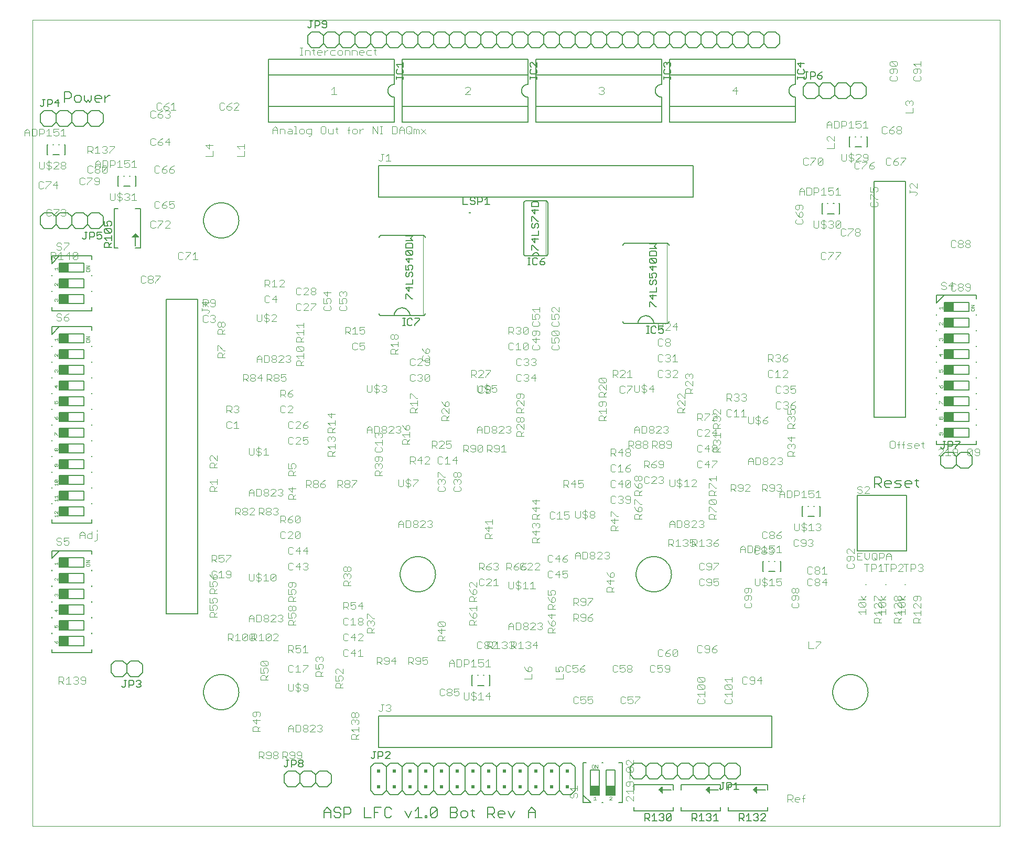
<source format=gto>
G75*
G70*
%OFA0B0*%
%FSLAX24Y24*%
%IPPOS*%
%LPD*%
%AMOC8*
5,1,8,0,0,1.08239X$1,22.5*
%
%ADD10C,0.0000*%
%ADD11C,0.0040*%
%ADD12C,0.0060*%
%ADD13C,0.0050*%
%ADD14C,0.0020*%
%ADD15C,0.0080*%
%ADD16R,0.0591X0.0591*%
%ADD17R,0.0200X0.0200*%
D10*
X003680Y002180D02*
X003680Y053430D01*
X065180Y053430D01*
X065180Y002180D01*
X003680Y002180D01*
X031433Y041180D02*
X031433Y041190D01*
X031430Y041190D02*
X031437Y041190D01*
X031439Y041190D02*
X031444Y041190D01*
X031446Y041188D01*
X031446Y041185D01*
X031444Y041183D01*
X031439Y041183D01*
X031439Y041180D02*
X031439Y041190D01*
X031448Y041188D02*
X031448Y041187D01*
X031450Y041185D01*
X031453Y041185D01*
X031455Y041183D01*
X031455Y041182D01*
X031453Y041180D01*
X031450Y041180D01*
X031448Y041182D01*
X031448Y041188D02*
X031450Y041190D01*
X031453Y041190D01*
X031455Y041188D01*
X031458Y041190D02*
X031463Y041190D01*
X031464Y041188D01*
X031464Y041185D01*
X031463Y041183D01*
X031458Y041183D01*
X031458Y041180D02*
X031458Y041190D01*
X031467Y041187D02*
X031470Y041190D01*
X031474Y041187D01*
X031474Y041180D01*
X031476Y041180D02*
X031481Y041180D01*
X031483Y041182D01*
X031483Y041188D01*
X031481Y041190D01*
X031476Y041190D01*
X031476Y041180D01*
X031474Y041185D02*
X031467Y041185D01*
X031467Y041187D02*
X031467Y041180D01*
X031485Y041180D02*
X031492Y041180D01*
X031489Y041180D02*
X031489Y041190D01*
X031485Y041187D01*
X031494Y041185D02*
X031501Y041185D01*
X031504Y041187D02*
X031507Y041190D01*
X031507Y041180D01*
X031504Y041180D02*
X031510Y041180D01*
X031513Y041182D02*
X031515Y041180D01*
X031518Y041180D01*
X031520Y041182D01*
X031520Y041183D01*
X031518Y041185D01*
X031516Y041185D01*
X031518Y041185D02*
X031520Y041187D01*
X031520Y041188D01*
X031518Y041190D01*
X031515Y041190D01*
X031513Y041188D01*
X056630Y017540D02*
X056637Y017540D01*
X056639Y017540D02*
X056644Y017540D01*
X056646Y017538D01*
X056646Y017535D01*
X056644Y017533D01*
X056639Y017533D01*
X056639Y017530D02*
X056639Y017540D01*
X056633Y017540D02*
X056633Y017530D01*
X056648Y017540D02*
X056655Y017540D01*
X056658Y017540D02*
X056663Y017540D01*
X056664Y017538D01*
X056664Y017535D01*
X056663Y017533D01*
X056658Y017533D01*
X056658Y017530D02*
X056658Y017540D01*
X056652Y017540D02*
X056652Y017530D01*
X056667Y017530D02*
X056674Y017537D01*
X056674Y017538D01*
X056672Y017540D01*
X056668Y017540D01*
X056667Y017538D01*
X056667Y017530D02*
X056674Y017530D01*
X056676Y017532D02*
X056683Y017538D01*
X056683Y017532D01*
X056681Y017530D01*
X056678Y017530D01*
X056676Y017532D01*
X056676Y017538D01*
X056678Y017540D01*
X056681Y017540D01*
X056683Y017538D01*
X056685Y017540D02*
X056690Y017540D01*
X056692Y017538D01*
X056692Y017535D01*
X056690Y017533D01*
X056685Y017533D01*
X056685Y017530D02*
X056685Y017540D01*
X056689Y017533D02*
X056692Y017530D01*
X057880Y017540D02*
X057887Y017540D01*
X057889Y017540D02*
X057894Y017540D01*
X057896Y017538D01*
X057896Y017535D01*
X057894Y017533D01*
X057889Y017533D01*
X057889Y017530D02*
X057889Y017540D01*
X057883Y017540D02*
X057883Y017530D01*
X057898Y017540D02*
X057905Y017540D01*
X057908Y017540D02*
X057913Y017540D01*
X057914Y017538D01*
X057914Y017535D01*
X057913Y017533D01*
X057908Y017533D01*
X057908Y017530D02*
X057908Y017540D01*
X057902Y017540D02*
X057902Y017530D01*
X057917Y017530D02*
X057924Y017537D01*
X057924Y017538D01*
X057922Y017540D01*
X057918Y017540D01*
X057917Y017538D01*
X057917Y017530D02*
X057924Y017530D01*
X057926Y017532D02*
X057933Y017538D01*
X057933Y017532D01*
X057931Y017530D01*
X057928Y017530D01*
X057926Y017532D01*
X057926Y017538D01*
X057928Y017540D01*
X057931Y017540D01*
X057933Y017538D01*
X057935Y017540D02*
X057940Y017540D01*
X057942Y017538D01*
X057942Y017535D01*
X057940Y017533D01*
X057935Y017533D01*
X057935Y017530D02*
X057935Y017540D01*
X057939Y017533D02*
X057942Y017530D01*
X059130Y017540D02*
X059137Y017540D01*
X059139Y017540D02*
X059144Y017540D01*
X059146Y017538D01*
X059146Y017535D01*
X059144Y017533D01*
X059139Y017533D01*
X059139Y017530D02*
X059139Y017540D01*
X059133Y017540D02*
X059133Y017530D01*
X059148Y017540D02*
X059155Y017540D01*
X059158Y017540D02*
X059163Y017540D01*
X059164Y017538D01*
X059164Y017535D01*
X059163Y017533D01*
X059158Y017533D01*
X059158Y017530D02*
X059158Y017540D01*
X059152Y017540D02*
X059152Y017530D01*
X059167Y017530D02*
X059174Y017537D01*
X059174Y017538D01*
X059172Y017540D01*
X059168Y017540D01*
X059167Y017538D01*
X059167Y017530D02*
X059174Y017530D01*
X059176Y017532D02*
X059183Y017538D01*
X059183Y017532D01*
X059181Y017530D01*
X059178Y017530D01*
X059176Y017532D01*
X059176Y017538D01*
X059178Y017540D01*
X059181Y017540D01*
X059183Y017538D01*
X059185Y017540D02*
X059190Y017540D01*
X059192Y017538D01*
X059192Y017535D01*
X059190Y017533D01*
X059185Y017533D01*
X059185Y017530D02*
X059185Y017540D01*
X059189Y017533D02*
X059192Y017530D01*
D11*
X059160Y016797D02*
X059007Y016566D01*
X058853Y016797D01*
X058833Y016797D02*
X058910Y016720D01*
X058910Y016566D01*
X058833Y016490D01*
X058757Y016490D01*
X058680Y016566D01*
X058680Y016720D01*
X058757Y016797D01*
X058833Y016797D01*
X058680Y016720D02*
X058603Y016797D01*
X058526Y016797D01*
X058450Y016720D01*
X058450Y016566D01*
X058526Y016490D01*
X058603Y016490D01*
X058680Y016566D01*
X058700Y016566D02*
X059160Y016566D01*
X059083Y016413D02*
X059160Y016336D01*
X059160Y016183D01*
X059083Y016106D01*
X058776Y016413D01*
X059083Y016413D01*
X058910Y016336D02*
X058910Y016029D01*
X058603Y016336D01*
X058526Y016336D01*
X058450Y016259D01*
X058450Y016106D01*
X058526Y016029D01*
X058700Y016183D02*
X058700Y016336D01*
X058776Y016413D01*
X058700Y016183D02*
X058776Y016106D01*
X059083Y016106D01*
X059160Y015952D02*
X059160Y015646D01*
X059160Y015799D02*
X058700Y015799D01*
X058853Y015646D01*
X058910Y015722D02*
X058450Y015722D01*
X058603Y015569D01*
X058526Y015415D02*
X058680Y015415D01*
X058757Y015339D01*
X058757Y015108D01*
X058910Y015108D02*
X058450Y015108D01*
X058450Y015339D01*
X058526Y015415D01*
X058757Y015262D02*
X058910Y015415D01*
X058910Y015569D02*
X058910Y015876D01*
X059700Y015722D02*
X059853Y015569D01*
X059776Y015415D02*
X059930Y015415D01*
X060007Y015339D01*
X060007Y015108D01*
X060160Y015108D02*
X059700Y015108D01*
X059700Y015339D01*
X059776Y015415D01*
X060007Y015262D02*
X060160Y015415D01*
X060160Y015569D02*
X060160Y015876D01*
X060160Y016029D02*
X059853Y016336D01*
X059776Y016336D01*
X059700Y016259D01*
X059700Y016106D01*
X059776Y016029D01*
X059700Y015722D02*
X060160Y015722D01*
X060160Y016029D02*
X060160Y016336D01*
X060083Y016490D02*
X060160Y016566D01*
X060160Y016720D01*
X060083Y016797D01*
X059776Y016797D01*
X059700Y016720D01*
X059700Y016566D01*
X059776Y016490D01*
X059853Y016490D01*
X059930Y016566D01*
X059930Y016797D01*
X060054Y018363D02*
X059977Y018440D01*
X060054Y018363D02*
X060207Y018363D01*
X060284Y018440D01*
X060284Y018517D01*
X060207Y018594D01*
X060131Y018594D01*
X060207Y018594D02*
X060284Y018670D01*
X060284Y018747D01*
X060207Y018824D01*
X060054Y018824D01*
X059977Y018747D01*
X059824Y018747D02*
X059824Y018594D01*
X059747Y018517D01*
X059517Y018517D01*
X059517Y018363D02*
X059517Y018824D01*
X059747Y018824D01*
X059824Y018747D01*
X059363Y018824D02*
X059056Y018824D01*
X059034Y018747D02*
X058957Y018824D01*
X058804Y018824D01*
X058727Y018747D01*
X058574Y018747D02*
X058574Y018594D01*
X058497Y018517D01*
X058267Y018517D01*
X058267Y018363D02*
X058267Y018824D01*
X058497Y018824D01*
X058574Y018747D01*
X058727Y018363D02*
X059034Y018670D01*
X059034Y018747D01*
X059210Y018824D02*
X059210Y018363D01*
X059034Y018363D02*
X058727Y018363D01*
X057960Y018363D02*
X057960Y018824D01*
X058113Y018824D02*
X057806Y018824D01*
X057631Y018824D02*
X057631Y018363D01*
X057784Y018363D02*
X057477Y018363D01*
X057247Y018517D02*
X057017Y018517D01*
X057017Y018363D02*
X057017Y018824D01*
X057247Y018824D01*
X057324Y018747D01*
X057324Y018594D01*
X057247Y018517D01*
X057477Y018670D02*
X057631Y018824D01*
X057506Y019088D02*
X057506Y019548D01*
X057737Y019548D01*
X057813Y019471D01*
X057813Y019318D01*
X057737Y019241D01*
X057506Y019241D01*
X057353Y019165D02*
X057276Y019088D01*
X057123Y019088D01*
X057046Y019165D01*
X057046Y019471D01*
X057123Y019548D01*
X057276Y019548D01*
X057353Y019471D01*
X057353Y019165D01*
X057353Y019088D02*
X057199Y019241D01*
X056893Y019241D02*
X056893Y019548D01*
X056893Y019241D02*
X056739Y019088D01*
X056586Y019241D01*
X056586Y019548D01*
X056432Y019548D02*
X056125Y019548D01*
X056125Y019088D01*
X056432Y019088D01*
X056279Y019318D02*
X056125Y019318D01*
X055910Y019259D02*
X055833Y019336D01*
X055526Y019336D01*
X055450Y019259D01*
X055450Y019106D01*
X055526Y019029D01*
X055603Y019029D01*
X055680Y019106D01*
X055680Y019336D01*
X055526Y019490D02*
X055450Y019566D01*
X055450Y019720D01*
X055526Y019797D01*
X055603Y019797D01*
X055910Y019490D01*
X055910Y019797D01*
X055910Y019259D02*
X055910Y019106D01*
X055833Y019029D01*
X055833Y018876D02*
X055910Y018799D01*
X055910Y018646D01*
X055833Y018569D01*
X055526Y018569D01*
X055450Y018646D01*
X055450Y018799D01*
X055526Y018876D01*
X056556Y018824D02*
X056863Y018824D01*
X056710Y018824D02*
X056710Y018363D01*
X057967Y019088D02*
X057967Y019395D01*
X058120Y019548D01*
X058274Y019395D01*
X058274Y019088D01*
X058274Y019318D02*
X057967Y019318D01*
X057910Y016797D02*
X057757Y016566D01*
X057603Y016797D01*
X057450Y016566D02*
X057910Y016566D01*
X057833Y016413D02*
X057910Y016336D01*
X057910Y016183D01*
X057833Y016106D01*
X057526Y016413D01*
X057833Y016413D01*
X057660Y016490D02*
X057583Y016490D01*
X057276Y016797D01*
X057200Y016797D01*
X057200Y016490D01*
X057276Y016336D02*
X057200Y016259D01*
X057200Y016106D01*
X057276Y016029D01*
X057450Y016183D02*
X057450Y016336D01*
X057526Y016413D01*
X057660Y016336D02*
X057660Y016029D01*
X057353Y016336D01*
X057276Y016336D01*
X057450Y016183D02*
X057526Y016106D01*
X057833Y016106D01*
X057910Y015952D02*
X057910Y015646D01*
X057910Y015799D02*
X057450Y015799D01*
X057603Y015646D01*
X057660Y015722D02*
X057200Y015722D01*
X057353Y015569D01*
X057276Y015415D02*
X057430Y015415D01*
X057507Y015339D01*
X057507Y015108D01*
X057660Y015108D02*
X057200Y015108D01*
X057200Y015339D01*
X057276Y015415D01*
X057507Y015262D02*
X057660Y015415D01*
X057660Y015569D02*
X057660Y015876D01*
X056660Y015952D02*
X056660Y015646D01*
X056660Y015799D02*
X056200Y015799D01*
X056353Y015646D01*
X056276Y016106D02*
X056200Y016183D01*
X056200Y016336D01*
X056276Y016413D01*
X056583Y016106D01*
X056660Y016183D01*
X056660Y016336D01*
X056583Y016413D01*
X056276Y016413D01*
X056200Y016566D02*
X056660Y016566D01*
X056507Y016566D02*
X056353Y016797D01*
X056507Y016566D02*
X056660Y016797D01*
X056583Y016106D02*
X056276Y016106D01*
X054101Y017450D02*
X054101Y017910D01*
X053871Y017680D01*
X054178Y017680D01*
X053717Y017603D02*
X053717Y017527D01*
X053641Y017450D01*
X053487Y017450D01*
X053410Y017527D01*
X053410Y017603D01*
X053487Y017680D01*
X053641Y017680D01*
X053717Y017603D01*
X053641Y017680D02*
X053717Y017757D01*
X053717Y017834D01*
X053641Y017910D01*
X053487Y017910D01*
X053410Y017834D01*
X053410Y017757D01*
X053487Y017680D01*
X053257Y017527D02*
X053180Y017450D01*
X053027Y017450D01*
X052950Y017527D01*
X052950Y017834D01*
X053027Y017910D01*
X053180Y017910D01*
X053257Y017834D01*
X053180Y018200D02*
X053257Y018277D01*
X053180Y018200D02*
X053027Y018200D01*
X052950Y018277D01*
X052950Y018584D01*
X053027Y018660D01*
X053180Y018660D01*
X053257Y018584D01*
X053410Y018584D02*
X053410Y018507D01*
X053487Y018430D01*
X053641Y018430D01*
X053717Y018353D01*
X053717Y018277D01*
X053641Y018200D01*
X053487Y018200D01*
X053410Y018277D01*
X053410Y018353D01*
X053487Y018430D01*
X053641Y018430D02*
X053717Y018507D01*
X053717Y018584D01*
X053641Y018660D01*
X053487Y018660D01*
X053410Y018584D01*
X053871Y018507D02*
X054024Y018660D01*
X054024Y018200D01*
X053871Y018200D02*
X054178Y018200D01*
X053220Y019950D02*
X053066Y019950D01*
X052990Y020027D01*
X052836Y020027D02*
X052836Y020334D01*
X052759Y020410D01*
X052606Y020410D01*
X052529Y020334D01*
X052529Y020257D01*
X052606Y020180D01*
X052836Y020180D01*
X052836Y020027D02*
X052759Y019950D01*
X052606Y019950D01*
X052529Y020027D01*
X052376Y020027D02*
X052299Y019950D01*
X052146Y019950D01*
X052069Y020027D01*
X052069Y020334D01*
X052146Y020410D01*
X052299Y020410D01*
X052376Y020334D01*
X052990Y020334D02*
X053066Y020410D01*
X053220Y020410D01*
X053297Y020334D01*
X053297Y020257D01*
X053220Y020180D01*
X053297Y020103D01*
X053297Y020027D01*
X053220Y019950D01*
X053220Y020180D02*
X053143Y020180D01*
X053183Y020950D02*
X053183Y021410D01*
X053029Y021257D01*
X052876Y021334D02*
X052799Y021410D01*
X052646Y021410D01*
X052569Y021334D01*
X052569Y021257D01*
X052646Y021180D01*
X052799Y021180D01*
X052876Y021103D01*
X052876Y021027D01*
X052799Y020950D01*
X052646Y020950D01*
X052569Y021027D01*
X052415Y021027D02*
X052415Y021410D01*
X052108Y021410D02*
X052108Y021027D01*
X052185Y020950D01*
X052339Y020950D01*
X052415Y021027D01*
X052722Y020873D02*
X052722Y021487D01*
X053029Y020950D02*
X053336Y020950D01*
X053490Y021027D02*
X053566Y020950D01*
X053720Y020950D01*
X053797Y021027D01*
X053797Y021103D01*
X053720Y021180D01*
X053643Y021180D01*
X053720Y021180D02*
X053797Y021257D01*
X053797Y021334D01*
X053720Y021410D01*
X053566Y021410D01*
X053490Y021334D01*
X053490Y023050D02*
X053797Y023050D01*
X053643Y023050D02*
X053643Y023510D01*
X053490Y023357D01*
X053336Y023280D02*
X053336Y023127D01*
X053259Y023050D01*
X053106Y023050D01*
X053029Y023127D01*
X053029Y023280D02*
X053183Y023357D01*
X053259Y023357D01*
X053336Y023280D01*
X053336Y023510D02*
X053029Y023510D01*
X053029Y023280D01*
X052876Y023050D02*
X052569Y023050D01*
X052722Y023050D02*
X052722Y023510D01*
X052569Y023357D01*
X052415Y023434D02*
X052339Y023510D01*
X052108Y023510D01*
X052108Y023050D01*
X052108Y023203D02*
X052339Y023203D01*
X052415Y023280D01*
X052415Y023434D01*
X051955Y023434D02*
X051878Y023510D01*
X051648Y023510D01*
X051648Y023050D01*
X051878Y023050D01*
X051955Y023127D01*
X051955Y023434D01*
X051495Y023357D02*
X051341Y023510D01*
X051188Y023357D01*
X051188Y023050D01*
X051188Y023280D02*
X051495Y023280D01*
X051495Y023357D02*
X051495Y023050D01*
X051220Y023450D02*
X051066Y023450D01*
X050990Y023527D01*
X050836Y023527D02*
X050836Y023834D01*
X050759Y023910D01*
X050606Y023910D01*
X050529Y023834D01*
X050529Y023757D01*
X050606Y023680D01*
X050836Y023680D01*
X050836Y023527D02*
X050759Y023450D01*
X050606Y023450D01*
X050529Y023527D01*
X050376Y023450D02*
X050222Y023603D01*
X050299Y023603D02*
X050069Y023603D01*
X050069Y023450D02*
X050069Y023910D01*
X050299Y023910D01*
X050376Y023834D01*
X050376Y023680D01*
X050299Y023603D01*
X050990Y023834D02*
X051066Y023910D01*
X051220Y023910D01*
X051297Y023834D01*
X051297Y023757D01*
X051220Y023680D01*
X051297Y023603D01*
X051297Y023527D01*
X051220Y023450D01*
X051220Y023680D02*
X051143Y023680D01*
X049297Y023757D02*
X049297Y023834D01*
X049220Y023910D01*
X049066Y023910D01*
X048990Y023834D01*
X048836Y023834D02*
X048759Y023910D01*
X048606Y023910D01*
X048529Y023834D01*
X048529Y023757D01*
X048606Y023680D01*
X048836Y023680D01*
X048836Y023527D02*
X048836Y023834D01*
X048836Y023527D02*
X048759Y023450D01*
X048606Y023450D01*
X048529Y023527D01*
X048376Y023450D02*
X048222Y023603D01*
X048299Y023603D02*
X048069Y023603D01*
X048069Y023450D02*
X048069Y023910D01*
X048299Y023910D01*
X048376Y023834D01*
X048376Y023680D01*
X048299Y023603D01*
X048990Y023450D02*
X049297Y023757D01*
X049297Y023450D02*
X048990Y023450D01*
X047160Y023507D02*
X047007Y023353D01*
X047007Y023430D02*
X047007Y023200D01*
X047160Y023200D02*
X046700Y023200D01*
X046700Y023430D01*
X046776Y023507D01*
X046930Y023507D01*
X047007Y023430D01*
X047083Y023660D02*
X047160Y023660D01*
X047083Y023660D02*
X046776Y023967D01*
X046700Y023967D01*
X046700Y023660D01*
X046853Y024121D02*
X046700Y024274D01*
X047160Y024274D01*
X047160Y024121D02*
X047160Y024428D01*
X046871Y024950D02*
X046871Y025027D01*
X047178Y025334D01*
X047178Y025410D01*
X046871Y025410D01*
X046641Y025410D02*
X046410Y025180D01*
X046717Y025180D01*
X046641Y024950D02*
X046641Y025410D01*
X046257Y025334D02*
X046180Y025410D01*
X046027Y025410D01*
X045950Y025334D01*
X045950Y025027D01*
X046027Y024950D01*
X046180Y024950D01*
X046257Y025027D01*
X045811Y024210D02*
X045658Y024210D01*
X045581Y024134D01*
X045811Y024210D02*
X045888Y024134D01*
X045888Y024057D01*
X045581Y023750D01*
X045888Y023750D01*
X045428Y023750D02*
X045121Y023750D01*
X045274Y023750D02*
X045274Y024210D01*
X045121Y024057D01*
X044967Y024134D02*
X044891Y024210D01*
X044737Y024210D01*
X044660Y024134D01*
X044660Y024057D01*
X044737Y023980D01*
X044891Y023980D01*
X044967Y023903D01*
X044967Y023827D01*
X044891Y023750D01*
X044737Y023750D01*
X044660Y023827D01*
X044507Y023827D02*
X044507Y024210D01*
X044200Y024210D02*
X044200Y023827D01*
X044277Y023750D01*
X044430Y023750D01*
X044507Y023827D01*
X044814Y023673D02*
X044814Y024287D01*
X043797Y024257D02*
X043720Y024180D01*
X043797Y024103D01*
X043797Y024027D01*
X043720Y023950D01*
X043566Y023950D01*
X043490Y024027D01*
X043336Y023950D02*
X043029Y023950D01*
X043336Y024257D01*
X043336Y024334D01*
X043259Y024410D01*
X043106Y024410D01*
X043029Y024334D01*
X042876Y024334D02*
X042799Y024410D01*
X042646Y024410D01*
X042569Y024334D01*
X042569Y024027D01*
X042646Y023950D01*
X042799Y023950D01*
X042876Y024027D01*
X042410Y023891D02*
X042333Y023967D01*
X042257Y023967D01*
X042180Y023891D01*
X042180Y023660D01*
X042333Y023660D01*
X042410Y023737D01*
X042410Y023891D01*
X042333Y024121D02*
X042257Y024121D01*
X042180Y024198D01*
X042180Y024351D01*
X042257Y024428D01*
X042333Y024428D01*
X042410Y024351D01*
X042410Y024198D01*
X042333Y024121D01*
X042180Y024198D02*
X042103Y024121D01*
X042026Y024121D01*
X041950Y024198D01*
X041950Y024351D01*
X042026Y024428D01*
X042103Y024428D01*
X042180Y024351D01*
X041950Y023967D02*
X042026Y023814D01*
X042180Y023660D01*
X042180Y023507D02*
X042257Y023430D01*
X042257Y023200D01*
X042410Y023200D02*
X041950Y023200D01*
X041950Y023430D01*
X042026Y023507D01*
X042180Y023507D01*
X042257Y023353D02*
X042410Y023507D01*
X042026Y022928D02*
X042333Y022621D01*
X042410Y022621D01*
X042333Y022467D02*
X042257Y022467D01*
X042180Y022391D01*
X042180Y022160D01*
X042333Y022160D01*
X042410Y022237D01*
X042410Y022391D01*
X042333Y022467D01*
X042026Y022314D02*
X042180Y022160D01*
X042180Y022007D02*
X042257Y021930D01*
X042257Y021700D01*
X042410Y021700D02*
X041950Y021700D01*
X041950Y021930D01*
X042026Y022007D01*
X042180Y022007D01*
X042257Y021853D02*
X042410Y022007D01*
X042026Y022314D02*
X041950Y022467D01*
X041950Y022621D02*
X041950Y022928D01*
X042026Y022928D01*
X041678Y022930D02*
X041448Y022930D01*
X041371Y023007D01*
X041371Y023084D01*
X041448Y023160D01*
X041601Y023160D01*
X041678Y023084D01*
X041678Y022777D01*
X041601Y022700D01*
X041448Y022700D01*
X041371Y022777D01*
X041217Y022777D02*
X041141Y022700D01*
X040987Y022700D01*
X040910Y022777D01*
X040757Y022777D02*
X040680Y022700D01*
X040527Y022700D01*
X040450Y022777D01*
X040450Y023084D01*
X040527Y023160D01*
X040680Y023160D01*
X040757Y023084D01*
X040910Y023084D02*
X040987Y023160D01*
X041141Y023160D01*
X041217Y023084D01*
X041217Y023007D01*
X041141Y022930D01*
X041217Y022853D01*
X041217Y022777D01*
X041141Y022930D02*
X041064Y022930D01*
X041141Y023700D02*
X041141Y024160D01*
X040910Y023930D01*
X041217Y023930D01*
X041371Y023777D02*
X041678Y024084D01*
X041678Y023777D01*
X041601Y023700D01*
X041448Y023700D01*
X041371Y023777D01*
X041371Y024084D01*
X041448Y024160D01*
X041601Y024160D01*
X041678Y024084D01*
X041601Y024700D02*
X041678Y024777D01*
X041678Y024853D01*
X041601Y024930D01*
X041371Y024930D01*
X041371Y024777D01*
X041448Y024700D01*
X041601Y024700D01*
X041371Y024930D02*
X041524Y025084D01*
X041678Y025160D01*
X041601Y025700D02*
X041448Y025700D01*
X041371Y025777D01*
X041371Y025853D01*
X041448Y025930D01*
X041601Y025930D01*
X041678Y025853D01*
X041678Y025777D01*
X041601Y025700D01*
X041601Y025930D02*
X041678Y026007D01*
X041678Y026084D01*
X041601Y026160D01*
X041448Y026160D01*
X041371Y026084D01*
X041371Y026007D01*
X041448Y025930D01*
X041217Y025930D02*
X040910Y025930D01*
X041141Y026160D01*
X041141Y025700D01*
X040757Y025700D02*
X040603Y025853D01*
X040680Y025853D02*
X040450Y025853D01*
X040450Y025700D02*
X040450Y026160D01*
X040680Y026160D01*
X040757Y026084D01*
X040757Y025930D01*
X040680Y025853D01*
X040680Y025160D02*
X040527Y025160D01*
X040450Y025084D01*
X040450Y024777D01*
X040527Y024700D01*
X040680Y024700D01*
X040757Y024777D01*
X040910Y024700D02*
X041217Y024700D01*
X041064Y024700D02*
X041064Y025160D01*
X040910Y025007D01*
X040757Y025084D02*
X040680Y025160D01*
X041569Y026200D02*
X041569Y026660D01*
X041799Y026660D01*
X041876Y026584D01*
X041876Y026430D01*
X041799Y026353D01*
X041569Y026353D01*
X041722Y026353D02*
X041876Y026200D01*
X042029Y026277D02*
X042106Y026200D01*
X042259Y026200D01*
X042336Y026277D01*
X042336Y026353D01*
X042259Y026430D01*
X042106Y026430D01*
X042029Y026507D01*
X042029Y026584D01*
X042106Y026660D01*
X042259Y026660D01*
X042336Y026584D01*
X042336Y026507D01*
X042259Y026430D01*
X042106Y026430D02*
X042029Y026353D01*
X042029Y026277D01*
X042490Y026277D02*
X042566Y026200D01*
X042720Y026200D01*
X042797Y026277D01*
X042797Y026353D01*
X042720Y026430D01*
X042566Y026430D01*
X042490Y026507D01*
X042490Y026584D01*
X042566Y026660D01*
X042720Y026660D01*
X042797Y026584D01*
X042797Y026507D01*
X042720Y026430D01*
X042566Y026430D02*
X042490Y026353D01*
X042490Y026277D01*
X043069Y026353D02*
X043299Y026353D01*
X043376Y026430D01*
X043376Y026584D01*
X043299Y026660D01*
X043069Y026660D01*
X043069Y026200D01*
X043222Y026353D02*
X043376Y026200D01*
X043529Y026277D02*
X043606Y026200D01*
X043759Y026200D01*
X043836Y026277D01*
X043836Y026353D01*
X043759Y026430D01*
X043606Y026430D01*
X043529Y026507D01*
X043529Y026584D01*
X043606Y026660D01*
X043759Y026660D01*
X043836Y026584D01*
X043836Y026507D01*
X043759Y026430D01*
X043606Y026430D02*
X043529Y026353D01*
X043529Y026277D01*
X043990Y026277D02*
X044066Y026200D01*
X044220Y026200D01*
X044297Y026277D01*
X044297Y026584D01*
X044220Y026660D01*
X044066Y026660D01*
X043990Y026584D01*
X043990Y026507D01*
X044066Y026430D01*
X044297Y026430D01*
X044022Y027150D02*
X043868Y027150D01*
X043792Y027227D01*
X043638Y027150D02*
X043331Y027150D01*
X043638Y027457D01*
X043638Y027534D01*
X043561Y027610D01*
X043408Y027610D01*
X043331Y027534D01*
X043178Y027534D02*
X043178Y027457D01*
X043101Y027380D01*
X042948Y027380D01*
X042871Y027457D01*
X042871Y027534D01*
X042948Y027610D01*
X043101Y027610D01*
X043178Y027534D01*
X043101Y027380D02*
X043178Y027303D01*
X043178Y027227D01*
X043101Y027150D01*
X042948Y027150D01*
X042871Y027227D01*
X042871Y027303D01*
X042948Y027380D01*
X042717Y027227D02*
X042717Y027534D01*
X042641Y027610D01*
X042410Y027610D01*
X042410Y027150D01*
X042641Y027150D01*
X042717Y027227D01*
X042257Y027150D02*
X042257Y027457D01*
X042103Y027610D01*
X041950Y027457D01*
X041950Y027150D01*
X041950Y027380D02*
X042257Y027380D01*
X043792Y027534D02*
X043868Y027610D01*
X044022Y027610D01*
X044098Y027534D01*
X044098Y027457D01*
X044022Y027380D01*
X044098Y027303D01*
X044098Y027227D01*
X044022Y027150D01*
X044022Y027380D02*
X043945Y027380D01*
X044700Y028450D02*
X044700Y028680D01*
X044776Y028757D01*
X044930Y028757D01*
X045007Y028680D01*
X045007Y028450D01*
X045160Y028450D02*
X044700Y028450D01*
X045007Y028603D02*
X045160Y028757D01*
X045160Y028910D02*
X044853Y029217D01*
X044776Y029217D01*
X044700Y029141D01*
X044700Y028987D01*
X044776Y028910D01*
X045160Y028910D02*
X045160Y029217D01*
X045160Y029371D02*
X044853Y029678D01*
X044776Y029678D01*
X044700Y029601D01*
X044700Y029448D01*
X044776Y029371D01*
X045160Y029371D02*
X045160Y029678D01*
X045200Y029700D02*
X045200Y029930D01*
X045276Y030007D01*
X045430Y030007D01*
X045507Y029930D01*
X045507Y029700D01*
X045660Y029700D02*
X045200Y029700D01*
X045507Y029853D02*
X045660Y030007D01*
X045660Y030160D02*
X045353Y030467D01*
X045276Y030467D01*
X045200Y030391D01*
X045200Y030237D01*
X045276Y030160D01*
X045660Y030160D02*
X045660Y030467D01*
X045583Y030621D02*
X045660Y030698D01*
X045660Y030851D01*
X045583Y030928D01*
X045507Y030928D01*
X045430Y030851D01*
X045430Y030774D01*
X045430Y030851D02*
X045353Y030928D01*
X045276Y030928D01*
X045200Y030851D01*
X045200Y030698D01*
X045276Y030621D01*
X044678Y030700D02*
X044371Y030700D01*
X044678Y031007D01*
X044678Y031084D01*
X044601Y031160D01*
X044448Y031160D01*
X044371Y031084D01*
X044217Y031084D02*
X044217Y031007D01*
X044141Y030930D01*
X044217Y030853D01*
X044217Y030777D01*
X044141Y030700D01*
X043987Y030700D01*
X043910Y030777D01*
X043757Y030777D02*
X043680Y030700D01*
X043527Y030700D01*
X043450Y030777D01*
X043450Y031084D01*
X043527Y031160D01*
X043680Y031160D01*
X043757Y031084D01*
X043910Y031084D02*
X043987Y031160D01*
X044141Y031160D01*
X044217Y031084D01*
X044141Y030930D02*
X044064Y030930D01*
X044141Y031700D02*
X043987Y031700D01*
X043910Y031777D01*
X043757Y031777D02*
X043680Y031700D01*
X043527Y031700D01*
X043450Y031777D01*
X043450Y032084D01*
X043527Y032160D01*
X043680Y032160D01*
X043757Y032084D01*
X043910Y032084D02*
X043987Y032160D01*
X044141Y032160D01*
X044217Y032084D01*
X044217Y032007D01*
X044141Y031930D01*
X044217Y031853D01*
X044217Y031777D01*
X044141Y031700D01*
X044371Y031700D02*
X044678Y031700D01*
X044524Y031700D02*
X044524Y032160D01*
X044371Y032007D01*
X044141Y031930D02*
X044064Y031930D01*
X044141Y032700D02*
X043987Y032700D01*
X043910Y032777D01*
X043910Y032853D01*
X043987Y032930D01*
X044141Y032930D01*
X044217Y032853D01*
X044217Y032777D01*
X044141Y032700D01*
X044141Y032930D02*
X044217Y033007D01*
X044217Y033084D01*
X044141Y033160D01*
X043987Y033160D01*
X043910Y033084D01*
X043910Y033007D01*
X043987Y032930D01*
X043757Y032777D02*
X043680Y032700D01*
X043527Y032700D01*
X043450Y032777D01*
X043450Y033084D01*
X043527Y033160D01*
X043680Y033160D01*
X043757Y033084D01*
X043757Y033700D02*
X043603Y033853D01*
X043680Y033853D02*
X043450Y033853D01*
X043450Y033700D02*
X043450Y034160D01*
X043680Y034160D01*
X043757Y034084D01*
X043757Y033930D01*
X043680Y033853D01*
X043910Y033700D02*
X044217Y034007D01*
X044217Y034084D01*
X044141Y034160D01*
X043987Y034160D01*
X043910Y034084D01*
X043910Y033700D02*
X044217Y033700D01*
X044371Y033930D02*
X044678Y033930D01*
X044601Y033700D02*
X044601Y034160D01*
X044371Y033930D01*
X041643Y031160D02*
X041643Y030700D01*
X041490Y030700D02*
X041797Y030700D01*
X041490Y031007D02*
X041643Y031160D01*
X041336Y031084D02*
X041259Y031160D01*
X041106Y031160D01*
X041029Y031084D01*
X040876Y031084D02*
X040876Y030930D01*
X040799Y030853D01*
X040569Y030853D01*
X040569Y030700D02*
X040569Y031160D01*
X040799Y031160D01*
X040876Y031084D01*
X040722Y030853D02*
X040876Y030700D01*
X041029Y030700D02*
X041336Y031007D01*
X041336Y031084D01*
X041336Y030700D02*
X041029Y030700D01*
X041106Y030160D02*
X041029Y030084D01*
X041029Y029777D01*
X041106Y029700D01*
X041259Y029700D01*
X041336Y029777D01*
X041490Y029777D02*
X041490Y029700D01*
X041490Y029777D02*
X041797Y030084D01*
X041797Y030160D01*
X041490Y030160D01*
X041336Y030084D02*
X041259Y030160D01*
X041106Y030160D01*
X041950Y030210D02*
X041950Y029827D01*
X042027Y029750D01*
X042180Y029750D01*
X042257Y029827D01*
X042257Y030210D01*
X042410Y030134D02*
X042487Y030210D01*
X042641Y030210D01*
X042717Y030134D01*
X042641Y029980D02*
X042487Y029980D01*
X042410Y030057D01*
X042410Y030134D01*
X042564Y030287D02*
X042564Y029673D01*
X042641Y029750D02*
X042717Y029827D01*
X042717Y029903D01*
X042641Y029980D01*
X042871Y029980D02*
X043178Y029980D01*
X043101Y029750D02*
X043101Y030210D01*
X042871Y029980D01*
X042641Y029750D02*
X042487Y029750D01*
X042410Y029827D01*
X040160Y029757D02*
X040007Y029603D01*
X040007Y029680D02*
X040007Y029450D01*
X040160Y029450D02*
X039700Y029450D01*
X039700Y029680D01*
X039776Y029757D01*
X039930Y029757D01*
X040007Y029680D01*
X040160Y029910D02*
X039853Y030217D01*
X039776Y030217D01*
X039700Y030141D01*
X039700Y029987D01*
X039776Y029910D01*
X040160Y029910D02*
X040160Y030217D01*
X040083Y030371D02*
X039776Y030678D01*
X040083Y030678D01*
X040160Y030601D01*
X040160Y030448D01*
X040083Y030371D01*
X039776Y030371D01*
X039700Y030448D01*
X039700Y030601D01*
X039776Y030678D01*
X039776Y029178D02*
X039700Y029101D01*
X039700Y028948D01*
X039776Y028871D01*
X039853Y028871D01*
X039930Y028948D01*
X039930Y029178D01*
X040083Y029178D02*
X039776Y029178D01*
X040083Y029178D02*
X040160Y029101D01*
X040160Y028948D01*
X040083Y028871D01*
X040160Y028717D02*
X040160Y028410D01*
X040160Y028257D02*
X040007Y028103D01*
X040007Y028180D02*
X040007Y027950D01*
X040160Y027950D02*
X039700Y027950D01*
X039700Y028180D01*
X039776Y028257D01*
X039930Y028257D01*
X040007Y028180D01*
X039853Y028410D02*
X039700Y028564D01*
X040160Y028564D01*
X042569Y025410D02*
X042799Y025410D01*
X042876Y025334D01*
X042876Y025180D01*
X042799Y025103D01*
X042569Y025103D01*
X042569Y024950D02*
X042569Y025410D01*
X042722Y025103D02*
X042876Y024950D01*
X043029Y025027D02*
X043106Y024950D01*
X043259Y024950D01*
X043336Y025027D01*
X043336Y025103D01*
X043259Y025180D01*
X043029Y025180D01*
X043029Y025027D01*
X043029Y025180D02*
X043183Y025334D01*
X043336Y025410D01*
X043490Y025334D02*
X043490Y025257D01*
X043566Y025180D01*
X043797Y025180D01*
X043797Y025027D02*
X043797Y025334D01*
X043720Y025410D01*
X043566Y025410D01*
X043490Y025334D01*
X043490Y025027D02*
X043566Y024950D01*
X043720Y024950D01*
X043797Y025027D01*
X043720Y024410D02*
X043797Y024334D01*
X043797Y024257D01*
X043720Y024180D02*
X043643Y024180D01*
X043490Y024334D02*
X043566Y024410D01*
X043720Y024410D01*
X045950Y026027D02*
X045950Y026334D01*
X046027Y026410D01*
X046180Y026410D01*
X046257Y026334D01*
X046410Y026180D02*
X046717Y026180D01*
X046871Y026103D02*
X046948Y026180D01*
X047101Y026180D01*
X047178Y026103D01*
X047178Y026027D01*
X047101Y025950D01*
X046948Y025950D01*
X046871Y026027D01*
X046871Y026103D01*
X046948Y026180D02*
X046871Y026257D01*
X046871Y026334D01*
X046948Y026410D01*
X047101Y026410D01*
X047178Y026334D01*
X047178Y026257D01*
X047101Y026180D01*
X047026Y026257D02*
X046950Y026180D01*
X046950Y025950D01*
X047410Y025950D01*
X047257Y025950D02*
X047257Y026180D01*
X047180Y026257D01*
X047026Y026257D01*
X047026Y026410D02*
X046950Y026487D01*
X046950Y026641D01*
X047026Y026717D01*
X047103Y026717D01*
X047180Y026641D01*
X047257Y026717D01*
X047333Y026717D01*
X047410Y026641D01*
X047410Y026487D01*
X047333Y026410D01*
X047410Y026257D02*
X047257Y026103D01*
X047180Y026564D02*
X047180Y026641D01*
X047103Y026871D02*
X046950Y027024D01*
X047410Y027024D01*
X047410Y026871D02*
X047410Y027178D01*
X047178Y027180D02*
X046871Y027180D01*
X047101Y027410D01*
X047101Y026950D01*
X046717Y026950D02*
X046410Y026950D01*
X046717Y027257D01*
X046717Y027334D01*
X046641Y027410D01*
X046487Y027410D01*
X046410Y027334D01*
X046257Y027334D02*
X046180Y027410D01*
X046027Y027410D01*
X045950Y027334D01*
X045950Y027027D01*
X046027Y026950D01*
X046180Y026950D01*
X046257Y027027D01*
X046641Y026410D02*
X046410Y026180D01*
X046257Y026027D02*
X046180Y025950D01*
X046027Y025950D01*
X045950Y026027D01*
X046641Y025950D02*
X046641Y026410D01*
X046950Y027450D02*
X046950Y027680D01*
X047026Y027757D01*
X047180Y027757D01*
X047257Y027680D01*
X047257Y027450D01*
X047410Y027450D02*
X046950Y027450D01*
X047257Y027603D02*
X047410Y027757D01*
X047333Y027910D02*
X047410Y027987D01*
X047410Y028141D01*
X047333Y028217D01*
X047257Y028217D01*
X047180Y028141D01*
X047180Y028064D01*
X047180Y028141D02*
X047103Y028217D01*
X047026Y028217D01*
X046950Y028141D01*
X046950Y027987D01*
X047026Y027910D01*
X047178Y027950D02*
X046871Y027950D01*
X047178Y028257D01*
X047178Y028334D01*
X047101Y028410D01*
X046948Y028410D01*
X046871Y028334D01*
X046950Y028448D02*
X047026Y028371D01*
X046950Y028448D02*
X046950Y028601D01*
X047026Y028678D01*
X047103Y028678D01*
X047410Y028371D01*
X047410Y028678D01*
X047819Y028584D02*
X047819Y028277D01*
X047896Y028200D01*
X048049Y028200D01*
X048126Y028277D01*
X048279Y028200D02*
X048586Y028200D01*
X048433Y028200D02*
X048433Y028660D01*
X048279Y028507D01*
X048126Y028584D02*
X048049Y028660D01*
X047896Y028660D01*
X047819Y028584D01*
X047819Y029200D02*
X047819Y029660D01*
X048049Y029660D01*
X048126Y029584D01*
X048126Y029430D01*
X048049Y029353D01*
X047819Y029353D01*
X047972Y029353D02*
X048126Y029200D01*
X048279Y029277D02*
X048356Y029200D01*
X048509Y029200D01*
X048586Y029277D01*
X048586Y029353D01*
X048509Y029430D01*
X048433Y029430D01*
X048509Y029430D02*
X048586Y029507D01*
X048586Y029584D01*
X048509Y029660D01*
X048356Y029660D01*
X048279Y029584D01*
X048740Y029584D02*
X048816Y029660D01*
X048970Y029660D01*
X049047Y029584D01*
X049047Y029507D01*
X048970Y029430D01*
X049047Y029353D01*
X049047Y029277D01*
X048970Y029200D01*
X048816Y029200D01*
X048740Y029277D01*
X048893Y029430D02*
X048970Y029430D01*
X048893Y028660D02*
X048893Y028200D01*
X048740Y028200D02*
X049047Y028200D01*
X049200Y028210D02*
X049200Y027827D01*
X049277Y027750D01*
X049430Y027750D01*
X049507Y027827D01*
X049507Y028210D01*
X049660Y028134D02*
X049737Y028210D01*
X049891Y028210D01*
X049967Y028134D01*
X049891Y027980D02*
X049737Y027980D01*
X049660Y028057D01*
X049660Y028134D01*
X049814Y028287D02*
X049814Y027673D01*
X049737Y027750D02*
X049891Y027750D01*
X049967Y027827D01*
X049967Y027903D01*
X049891Y027980D01*
X050121Y027980D02*
X050351Y027980D01*
X050428Y027903D01*
X050428Y027827D01*
X050351Y027750D01*
X050198Y027750D01*
X050121Y027827D01*
X050121Y027980D01*
X050274Y028134D01*
X050428Y028210D01*
X050950Y028777D02*
X051027Y028700D01*
X051180Y028700D01*
X051257Y028777D01*
X051410Y028777D02*
X051487Y028700D01*
X051641Y028700D01*
X051717Y028777D01*
X051717Y028853D01*
X051641Y028930D01*
X051564Y028930D01*
X051641Y028930D02*
X051717Y029007D01*
X051717Y029084D01*
X051641Y029160D01*
X051487Y029160D01*
X051410Y029084D01*
X051257Y029084D02*
X051180Y029160D01*
X051027Y029160D01*
X050950Y029084D01*
X050950Y028777D01*
X051700Y028678D02*
X051700Y028371D01*
X051930Y028371D01*
X051853Y028524D01*
X051853Y028601D01*
X051930Y028678D01*
X052083Y028678D01*
X052160Y028601D01*
X052160Y028448D01*
X052083Y028371D01*
X052083Y028217D02*
X052160Y028141D01*
X052160Y027987D01*
X052083Y027910D01*
X052160Y027757D02*
X052007Y027603D01*
X052007Y027680D02*
X052007Y027450D01*
X052160Y027450D02*
X051700Y027450D01*
X051700Y027680D01*
X051776Y027757D01*
X051930Y027757D01*
X052007Y027680D01*
X051776Y027910D02*
X051700Y027987D01*
X051700Y028141D01*
X051776Y028217D01*
X051853Y028217D01*
X051930Y028141D01*
X052007Y028217D01*
X052083Y028217D01*
X051930Y028141D02*
X051930Y028064D01*
X051948Y028700D02*
X052101Y028700D01*
X052178Y028777D01*
X052178Y028853D01*
X052101Y028930D01*
X051871Y028930D01*
X051871Y028777D01*
X051948Y028700D01*
X051871Y028930D02*
X052024Y029084D01*
X052178Y029160D01*
X052101Y029700D02*
X051948Y029700D01*
X051871Y029777D01*
X051871Y029930D02*
X052024Y030007D01*
X052101Y030007D01*
X052178Y029930D01*
X052178Y029777D01*
X052101Y029700D01*
X051871Y029930D02*
X051871Y030160D01*
X052178Y030160D01*
X051717Y030084D02*
X051717Y030007D01*
X051641Y029930D01*
X051717Y029853D01*
X051717Y029777D01*
X051641Y029700D01*
X051487Y029700D01*
X051410Y029777D01*
X051257Y029777D02*
X051180Y029700D01*
X051027Y029700D01*
X050950Y029777D01*
X050950Y030084D01*
X051027Y030160D01*
X051180Y030160D01*
X051257Y030084D01*
X051410Y030084D02*
X051487Y030160D01*
X051641Y030160D01*
X051717Y030084D01*
X051641Y029930D02*
X051564Y029930D01*
X051678Y030700D02*
X051371Y030700D01*
X051678Y031007D01*
X051678Y031084D01*
X051601Y031160D01*
X051448Y031160D01*
X051371Y031084D01*
X051064Y031160D02*
X051064Y030700D01*
X051217Y030700D02*
X050910Y030700D01*
X050757Y030777D02*
X050680Y030700D01*
X050527Y030700D01*
X050450Y030777D01*
X050450Y031084D01*
X050527Y031160D01*
X050680Y031160D01*
X050757Y031084D01*
X050910Y031007D02*
X051064Y031160D01*
X051141Y031700D02*
X050987Y031700D01*
X050910Y031777D01*
X050757Y031700D02*
X050603Y031853D01*
X050680Y031853D02*
X050450Y031853D01*
X050450Y031700D02*
X050450Y032160D01*
X050680Y032160D01*
X050757Y032084D01*
X050757Y031930D01*
X050680Y031853D01*
X050910Y032084D02*
X050987Y032160D01*
X051141Y032160D01*
X051217Y032084D01*
X051217Y032007D01*
X051141Y031930D01*
X051217Y031853D01*
X051217Y031777D01*
X051141Y031700D01*
X051141Y031930D02*
X051064Y031930D01*
X051371Y031930D02*
X051371Y031777D01*
X051448Y031700D01*
X051601Y031700D01*
X051678Y031777D01*
X051678Y031853D01*
X051601Y031930D01*
X051371Y031930D01*
X051524Y032084D01*
X051678Y032160D01*
X048893Y028660D02*
X048740Y028507D01*
X049660Y027827D02*
X049737Y027750D01*
X051700Y026851D02*
X051930Y026621D01*
X051930Y026928D01*
X052160Y026851D02*
X051700Y026851D01*
X051776Y026467D02*
X051853Y026467D01*
X051930Y026391D01*
X052007Y026467D01*
X052083Y026467D01*
X052160Y026391D01*
X052160Y026237D01*
X052083Y026160D01*
X052160Y026007D02*
X052007Y025853D01*
X052007Y025930D02*
X052007Y025700D01*
X052160Y025700D02*
X051700Y025700D01*
X051700Y025930D01*
X051776Y026007D01*
X051930Y026007D01*
X052007Y025930D01*
X051776Y026160D02*
X051700Y026237D01*
X051700Y026391D01*
X051776Y026467D01*
X051930Y026391D02*
X051930Y026314D01*
X051272Y025610D02*
X051118Y025610D01*
X051042Y025534D01*
X050888Y025534D02*
X050811Y025610D01*
X050658Y025610D01*
X050581Y025534D01*
X050428Y025534D02*
X050428Y025457D01*
X050351Y025380D01*
X050198Y025380D01*
X050121Y025457D01*
X050121Y025534D01*
X050198Y025610D01*
X050351Y025610D01*
X050428Y025534D01*
X050351Y025380D02*
X050428Y025303D01*
X050428Y025227D01*
X050351Y025150D01*
X050198Y025150D01*
X050121Y025227D01*
X050121Y025303D01*
X050198Y025380D01*
X049967Y025227D02*
X049967Y025534D01*
X049891Y025610D01*
X049660Y025610D01*
X049660Y025150D01*
X049891Y025150D01*
X049967Y025227D01*
X049507Y025150D02*
X049507Y025457D01*
X049353Y025610D01*
X049200Y025457D01*
X049200Y025150D01*
X049200Y025380D02*
X049507Y025380D01*
X050581Y025150D02*
X050888Y025457D01*
X050888Y025534D01*
X051195Y025380D02*
X051272Y025380D01*
X051348Y025303D01*
X051348Y025227D01*
X051272Y025150D01*
X051118Y025150D01*
X051042Y025227D01*
X050888Y025150D02*
X050581Y025150D01*
X051272Y025380D02*
X051348Y025457D01*
X051348Y025534D01*
X051272Y025610D01*
X047160Y022851D02*
X047160Y022698D01*
X047083Y022621D01*
X046776Y022928D01*
X047083Y022928D01*
X047160Y022851D01*
X047083Y022621D02*
X046776Y022621D01*
X046700Y022698D01*
X046700Y022851D01*
X046776Y022928D01*
X046776Y022467D02*
X047083Y022160D01*
X047160Y022160D01*
X047160Y022007D02*
X047007Y021853D01*
X047007Y021930D02*
X047007Y021700D01*
X047160Y021700D02*
X046700Y021700D01*
X046700Y021930D01*
X046776Y022007D01*
X046930Y022007D01*
X047007Y021930D01*
X046700Y022160D02*
X046700Y022467D01*
X046776Y022467D01*
X046272Y021610D02*
X046348Y021534D01*
X046348Y021457D01*
X046272Y021380D01*
X046348Y021303D01*
X046348Y021227D01*
X046272Y021150D01*
X046118Y021150D01*
X046042Y021227D01*
X045888Y021150D02*
X045581Y021150D01*
X045888Y021457D01*
X045888Y021534D01*
X045811Y021610D01*
X045658Y021610D01*
X045581Y021534D01*
X045428Y021534D02*
X045428Y021457D01*
X045351Y021380D01*
X045198Y021380D01*
X045121Y021457D01*
X045121Y021534D01*
X045198Y021610D01*
X045351Y021610D01*
X045428Y021534D01*
X045351Y021380D02*
X045428Y021303D01*
X045428Y021227D01*
X045351Y021150D01*
X045198Y021150D01*
X045121Y021227D01*
X045121Y021303D01*
X045198Y021380D01*
X044967Y021227D02*
X044967Y021534D01*
X044891Y021610D01*
X044660Y021610D01*
X044660Y021150D01*
X044891Y021150D01*
X044967Y021227D01*
X044507Y021150D02*
X044507Y021457D01*
X044353Y021610D01*
X044200Y021457D01*
X044200Y021150D01*
X044200Y021380D02*
X044507Y021380D01*
X044339Y020410D02*
X044415Y020334D01*
X044415Y020180D01*
X044339Y020103D01*
X044108Y020103D01*
X044108Y019950D02*
X044108Y020410D01*
X044339Y020410D01*
X044569Y020257D02*
X044722Y020410D01*
X044722Y019950D01*
X044569Y019950D02*
X044876Y019950D01*
X045029Y020027D02*
X045106Y019950D01*
X045259Y019950D01*
X045336Y020027D01*
X045336Y020103D01*
X045259Y020180D01*
X045183Y020180D01*
X045259Y020180D02*
X045336Y020257D01*
X045336Y020334D01*
X045259Y020410D01*
X045106Y020410D01*
X045029Y020334D01*
X045490Y020410D02*
X045490Y020180D01*
X045643Y020257D01*
X045720Y020257D01*
X045797Y020180D01*
X045797Y020027D01*
X045720Y019950D01*
X045566Y019950D01*
X045490Y020027D01*
X045608Y020103D02*
X045839Y020103D01*
X045915Y020180D01*
X045915Y020334D01*
X045839Y020410D01*
X045608Y020410D01*
X045608Y019950D01*
X045762Y020103D02*
X045915Y019950D01*
X046069Y019950D02*
X046376Y019950D01*
X046222Y019950D02*
X046222Y020410D01*
X046069Y020257D01*
X045797Y020410D02*
X045490Y020410D01*
X046529Y020334D02*
X046606Y020410D01*
X046759Y020410D01*
X046836Y020334D01*
X046836Y020257D01*
X046759Y020180D01*
X046836Y020103D01*
X046836Y020027D01*
X046759Y019950D01*
X046606Y019950D01*
X046529Y020027D01*
X046683Y020180D02*
X046759Y020180D01*
X046990Y020180D02*
X047220Y020180D01*
X047297Y020103D01*
X047297Y020027D01*
X047220Y019950D01*
X047066Y019950D01*
X046990Y020027D01*
X046990Y020180D01*
X047143Y020334D01*
X047297Y020410D01*
X046272Y021380D02*
X046195Y021380D01*
X046042Y021534D02*
X046118Y021610D01*
X046272Y021610D01*
X044415Y019950D02*
X044262Y020103D01*
X046069Y018834D02*
X046069Y018527D01*
X046146Y018450D01*
X046299Y018450D01*
X046376Y018527D01*
X046529Y018527D02*
X046606Y018450D01*
X046759Y018450D01*
X046836Y018527D01*
X046836Y018834D01*
X046759Y018910D01*
X046606Y018910D01*
X046529Y018834D01*
X046529Y018757D01*
X046606Y018680D01*
X046836Y018680D01*
X046990Y018527D02*
X046990Y018450D01*
X046990Y018527D02*
X047297Y018834D01*
X047297Y018910D01*
X046990Y018910D01*
X046376Y018834D02*
X046299Y018910D01*
X046146Y018910D01*
X046069Y018834D01*
X046146Y017910D02*
X046069Y017834D01*
X046069Y017527D01*
X046146Y017450D01*
X046299Y017450D01*
X046376Y017527D01*
X046529Y017527D02*
X046606Y017450D01*
X046759Y017450D01*
X046836Y017527D01*
X046836Y017834D01*
X046759Y017910D01*
X046606Y017910D01*
X046529Y017834D01*
X046529Y017757D01*
X046606Y017680D01*
X046836Y017680D01*
X046990Y017680D02*
X047143Y017757D01*
X047220Y017757D01*
X047297Y017680D01*
X047297Y017527D01*
X047220Y017450D01*
X047066Y017450D01*
X046990Y017527D01*
X046990Y017680D02*
X046990Y017910D01*
X047297Y017910D01*
X046376Y017834D02*
X046299Y017910D01*
X046146Y017910D01*
X048940Y017222D02*
X048940Y017068D01*
X049016Y016992D01*
X049093Y016992D01*
X049170Y017068D01*
X049170Y017299D01*
X049323Y017299D02*
X049016Y017299D01*
X048940Y017222D01*
X049323Y017299D02*
X049400Y017222D01*
X049400Y017068D01*
X049323Y016992D01*
X049323Y016838D02*
X049016Y016838D01*
X048940Y016761D01*
X048940Y016608D01*
X049016Y016531D01*
X049093Y016531D01*
X049170Y016608D01*
X049170Y016838D01*
X049323Y016838D02*
X049400Y016761D01*
X049400Y016608D01*
X049323Y016531D01*
X049323Y016378D02*
X049400Y016301D01*
X049400Y016148D01*
X049323Y016071D01*
X049016Y016071D01*
X048940Y016148D01*
X048940Y016301D01*
X049016Y016378D01*
X049685Y017450D02*
X049839Y017450D01*
X049915Y017527D01*
X049915Y017910D01*
X050069Y017834D02*
X050146Y017910D01*
X050299Y017910D01*
X050376Y017834D01*
X050529Y017757D02*
X050683Y017910D01*
X050683Y017450D01*
X050836Y017450D02*
X050529Y017450D01*
X050376Y017527D02*
X050376Y017603D01*
X050299Y017680D01*
X050146Y017680D01*
X050069Y017757D01*
X050069Y017834D01*
X050222Y017987D02*
X050222Y017373D01*
X050146Y017450D02*
X050299Y017450D01*
X050376Y017527D01*
X050146Y017450D02*
X050069Y017527D01*
X049685Y017450D02*
X049608Y017527D01*
X049608Y017910D01*
X050990Y017910D02*
X050990Y017680D01*
X051143Y017757D01*
X051220Y017757D01*
X051297Y017680D01*
X051297Y017527D01*
X051220Y017450D01*
X051066Y017450D01*
X050990Y017527D01*
X050990Y017910D02*
X051297Y017910D01*
X051940Y017222D02*
X052016Y017299D01*
X052093Y017299D01*
X052170Y017222D01*
X052170Y017068D01*
X052093Y016992D01*
X052016Y016992D01*
X051940Y017068D01*
X051940Y017222D01*
X052170Y017222D02*
X052247Y017299D01*
X052323Y017299D01*
X052400Y017222D01*
X052400Y017068D01*
X052323Y016992D01*
X052247Y016992D01*
X052170Y017068D01*
X052170Y016838D02*
X052170Y016608D01*
X052093Y016531D01*
X052016Y016531D01*
X051940Y016608D01*
X051940Y016761D01*
X052016Y016838D01*
X052323Y016838D01*
X052400Y016761D01*
X052400Y016608D01*
X052323Y016531D01*
X052323Y016378D02*
X052400Y016301D01*
X052400Y016148D01*
X052323Y016071D01*
X052016Y016071D01*
X051940Y016148D01*
X051940Y016301D01*
X052016Y016378D01*
X053029Y013910D02*
X053029Y013450D01*
X053336Y013450D01*
X053490Y013450D02*
X053490Y013527D01*
X053797Y013834D01*
X053797Y013910D01*
X053490Y013910D01*
X049970Y011660D02*
X049740Y011430D01*
X050047Y011430D01*
X049970Y011200D02*
X049970Y011660D01*
X049586Y011584D02*
X049509Y011660D01*
X049356Y011660D01*
X049279Y011584D01*
X049279Y011507D01*
X049356Y011430D01*
X049586Y011430D01*
X049586Y011277D02*
X049586Y011584D01*
X049586Y011277D02*
X049509Y011200D01*
X049356Y011200D01*
X049279Y011277D01*
X049126Y011277D02*
X049049Y011200D01*
X048896Y011200D01*
X048819Y011277D01*
X048819Y011584D01*
X048896Y011660D01*
X049049Y011660D01*
X049126Y011584D01*
X048160Y011638D02*
X048160Y011331D01*
X048160Y011485D02*
X047700Y011485D01*
X047853Y011331D01*
X047776Y011178D02*
X048083Y011178D01*
X048160Y011101D01*
X048160Y010948D01*
X048083Y010871D01*
X047776Y011178D01*
X047700Y011101D01*
X047700Y010948D01*
X047776Y010871D01*
X048083Y010871D01*
X048160Y010717D02*
X048160Y010410D01*
X048160Y010564D02*
X047700Y010564D01*
X047853Y010410D01*
X047776Y010257D02*
X047700Y010180D01*
X047700Y010027D01*
X047776Y009950D01*
X048083Y009950D01*
X048160Y010027D01*
X048160Y010180D01*
X048083Y010257D01*
X046410Y010180D02*
X046410Y010027D01*
X046333Y009950D01*
X046026Y009950D01*
X045950Y010027D01*
X045950Y010180D01*
X046026Y010257D01*
X046103Y010410D02*
X045950Y010564D01*
X046410Y010564D01*
X046410Y010717D02*
X046410Y010410D01*
X046333Y010257D02*
X046410Y010180D01*
X046333Y010871D02*
X046026Y011178D01*
X046333Y011178D01*
X046410Y011101D01*
X046410Y010948D01*
X046333Y010871D01*
X046026Y010871D01*
X045950Y010948D01*
X045950Y011101D01*
X046026Y011178D01*
X046026Y011331D02*
X045950Y011408D01*
X045950Y011561D01*
X046026Y011638D01*
X046333Y011331D01*
X046410Y011408D01*
X046410Y011561D01*
X046333Y011638D01*
X046026Y011638D01*
X046026Y011331D02*
X046333Y011331D01*
X046180Y013200D02*
X046257Y013277D01*
X046180Y013200D02*
X046027Y013200D01*
X045950Y013277D01*
X045950Y013584D01*
X046027Y013660D01*
X046180Y013660D01*
X046257Y013584D01*
X046410Y013584D02*
X046410Y013507D01*
X046487Y013430D01*
X046717Y013430D01*
X046717Y013277D02*
X046717Y013584D01*
X046641Y013660D01*
X046487Y013660D01*
X046410Y013584D01*
X046410Y013277D02*
X046487Y013200D01*
X046641Y013200D01*
X046717Y013277D01*
X046871Y013277D02*
X046948Y013200D01*
X047101Y013200D01*
X047178Y013277D01*
X047178Y013353D01*
X047101Y013430D01*
X046871Y013430D01*
X046871Y013277D01*
X046871Y013430D02*
X047024Y013584D01*
X047178Y013660D01*
X044678Y013334D02*
X044371Y013027D01*
X044448Y012950D01*
X044601Y012950D01*
X044678Y013027D01*
X044678Y013334D01*
X044601Y013410D01*
X044448Y013410D01*
X044371Y013334D01*
X044371Y013027D01*
X044217Y013027D02*
X044217Y013103D01*
X044141Y013180D01*
X043910Y013180D01*
X043910Y013027D01*
X043987Y012950D01*
X044141Y012950D01*
X044217Y013027D01*
X044064Y013334D02*
X043910Y013180D01*
X043757Y013027D02*
X043680Y012950D01*
X043527Y012950D01*
X043450Y013027D01*
X043450Y013334D01*
X043527Y013410D01*
X043680Y013410D01*
X043757Y013334D01*
X044064Y013334D02*
X044217Y013410D01*
X044101Y012410D02*
X043948Y012410D01*
X043871Y012334D01*
X043871Y012257D01*
X043948Y012180D01*
X044178Y012180D01*
X044178Y012027D02*
X044178Y012334D01*
X044101Y012410D01*
X043717Y012410D02*
X043410Y012410D01*
X043410Y012180D01*
X043564Y012257D01*
X043641Y012257D01*
X043717Y012180D01*
X043717Y012027D01*
X043641Y011950D01*
X043487Y011950D01*
X043410Y012027D01*
X043257Y012027D02*
X043180Y011950D01*
X043027Y011950D01*
X042950Y012027D01*
X042950Y012334D01*
X043027Y012410D01*
X043180Y012410D01*
X043257Y012334D01*
X043871Y012027D02*
X043948Y011950D01*
X044101Y011950D01*
X044178Y012027D01*
X041797Y012027D02*
X041720Y011950D01*
X041566Y011950D01*
X041490Y012027D01*
X041490Y012103D01*
X041566Y012180D01*
X041720Y012180D01*
X041797Y012103D01*
X041797Y012027D01*
X041720Y012180D02*
X041797Y012257D01*
X041797Y012334D01*
X041720Y012410D01*
X041566Y012410D01*
X041490Y012334D01*
X041490Y012257D01*
X041566Y012180D01*
X041336Y012180D02*
X041336Y012027D01*
X041259Y011950D01*
X041106Y011950D01*
X041029Y012027D01*
X041029Y012180D02*
X041183Y012257D01*
X041259Y012257D01*
X041336Y012180D01*
X041336Y012410D02*
X041029Y012410D01*
X041029Y012180D01*
X040876Y012027D02*
X040799Y011950D01*
X040646Y011950D01*
X040569Y012027D01*
X040569Y012334D01*
X040646Y012410D01*
X040799Y012410D01*
X040876Y012334D01*
X038797Y012410D02*
X038643Y012334D01*
X038490Y012180D01*
X038720Y012180D01*
X038797Y012103D01*
X038797Y012027D01*
X038720Y011950D01*
X038566Y011950D01*
X038490Y012027D01*
X038490Y012180D01*
X038336Y012180D02*
X038336Y012027D01*
X038259Y011950D01*
X038106Y011950D01*
X038029Y012027D01*
X038029Y012180D02*
X038183Y012257D01*
X038259Y012257D01*
X038336Y012180D01*
X038336Y012410D02*
X038029Y012410D01*
X038029Y012180D01*
X037876Y012027D02*
X037799Y011950D01*
X037646Y011950D01*
X037569Y012027D01*
X037569Y012334D01*
X037646Y012410D01*
X037799Y012410D01*
X037876Y012334D01*
X037410Y012220D02*
X037410Y012066D01*
X037333Y011990D01*
X037180Y011990D02*
X037103Y012143D01*
X037103Y012220D01*
X037180Y012297D01*
X037333Y012297D01*
X037410Y012220D01*
X037180Y011990D02*
X036950Y011990D01*
X036950Y012297D01*
X037410Y011836D02*
X037410Y011529D01*
X036950Y011529D01*
X035410Y011529D02*
X035410Y011836D01*
X035333Y011990D02*
X035410Y012066D01*
X035410Y012220D01*
X035333Y012297D01*
X035257Y012297D01*
X035180Y012220D01*
X035180Y011990D01*
X035333Y011990D01*
X035180Y011990D02*
X035026Y012143D01*
X034950Y012297D01*
X034950Y011529D02*
X035410Y011529D01*
X035259Y013450D02*
X035106Y013450D01*
X035029Y013527D01*
X034876Y013450D02*
X034569Y013450D01*
X034722Y013450D02*
X034722Y013910D01*
X034569Y013757D01*
X034415Y013834D02*
X034415Y013680D01*
X034339Y013603D01*
X034108Y013603D01*
X034143Y013680D02*
X034220Y013680D01*
X034297Y013603D01*
X034297Y013527D01*
X034220Y013450D01*
X034066Y013450D01*
X033990Y013527D01*
X034108Y013450D02*
X034108Y013910D01*
X034339Y013910D01*
X034415Y013834D01*
X034297Y013834D02*
X034297Y013757D01*
X034220Y013680D01*
X034262Y013603D02*
X034415Y013450D01*
X034297Y013834D02*
X034220Y013910D01*
X034066Y013910D01*
X033990Y013834D01*
X033836Y013834D02*
X033836Y013757D01*
X033759Y013680D01*
X033836Y013603D01*
X033836Y013527D01*
X033759Y013450D01*
X033606Y013450D01*
X033529Y013527D01*
X033376Y013450D02*
X033069Y013450D01*
X033178Y013450D02*
X032871Y013450D01*
X033178Y013757D01*
X033178Y013834D01*
X033101Y013910D01*
X032948Y013910D01*
X032871Y013834D01*
X032915Y013834D02*
X032915Y013680D01*
X032839Y013603D01*
X032608Y013603D01*
X032641Y013680D02*
X032487Y013680D01*
X032410Y013757D01*
X032410Y013834D01*
X032487Y013910D01*
X032641Y013910D01*
X032717Y013834D01*
X032717Y013757D01*
X032641Y013680D01*
X032717Y013603D01*
X032717Y013527D01*
X032641Y013450D01*
X032487Y013450D01*
X032410Y013527D01*
X032410Y013603D01*
X032487Y013680D01*
X032608Y013450D02*
X032608Y013910D01*
X032839Y013910D01*
X032915Y013834D01*
X033069Y013757D02*
X033222Y013910D01*
X033222Y013450D01*
X032915Y013450D02*
X032762Y013603D01*
X032257Y013527D02*
X032180Y013450D01*
X032027Y013450D01*
X031950Y013527D01*
X031950Y013834D01*
X032027Y013910D01*
X032180Y013910D01*
X032257Y013834D01*
X032336Y012760D02*
X032029Y012760D01*
X032029Y012530D01*
X032183Y012607D01*
X032259Y012607D01*
X032336Y012530D01*
X032336Y012377D01*
X032259Y012300D01*
X032106Y012300D01*
X032029Y012377D01*
X031876Y012300D02*
X031569Y012300D01*
X031722Y012300D02*
X031722Y012760D01*
X031569Y012607D01*
X031415Y012684D02*
X031415Y012530D01*
X031339Y012453D01*
X031108Y012453D01*
X031108Y012300D02*
X031108Y012760D01*
X031339Y012760D01*
X031415Y012684D01*
X030955Y012684D02*
X030878Y012760D01*
X030648Y012760D01*
X030648Y012300D01*
X030878Y012300D01*
X030955Y012377D01*
X030955Y012684D01*
X030495Y012607D02*
X030495Y012300D01*
X030495Y012530D02*
X030188Y012530D01*
X030188Y012607D02*
X030341Y012760D01*
X030495Y012607D01*
X030188Y012607D02*
X030188Y012300D01*
X028797Y012527D02*
X028720Y012450D01*
X028566Y012450D01*
X028490Y012527D01*
X028490Y012680D02*
X028643Y012757D01*
X028720Y012757D01*
X028797Y012680D01*
X028797Y012527D01*
X028490Y012680D02*
X028490Y012910D01*
X028797Y012910D01*
X028336Y012834D02*
X028259Y012910D01*
X028106Y012910D01*
X028029Y012834D01*
X028029Y012757D01*
X028106Y012680D01*
X028336Y012680D01*
X028336Y012527D02*
X028336Y012834D01*
X028336Y012527D02*
X028259Y012450D01*
X028106Y012450D01*
X028029Y012527D01*
X027876Y012450D02*
X027722Y012603D01*
X027799Y012603D02*
X027569Y012603D01*
X027569Y012450D02*
X027569Y012910D01*
X027799Y012910D01*
X027876Y012834D01*
X027876Y012680D01*
X027799Y012603D01*
X026797Y012680D02*
X026490Y012680D01*
X026720Y012910D01*
X026720Y012450D01*
X026336Y012527D02*
X026336Y012834D01*
X026259Y012910D01*
X026106Y012910D01*
X026029Y012834D01*
X026029Y012757D01*
X026106Y012680D01*
X026336Y012680D01*
X026336Y012527D02*
X026259Y012450D01*
X026106Y012450D01*
X026029Y012527D01*
X025876Y012450D02*
X025722Y012603D01*
X025799Y012603D02*
X025569Y012603D01*
X025569Y012450D02*
X025569Y012910D01*
X025799Y012910D01*
X025876Y012834D01*
X025876Y012680D01*
X025799Y012603D01*
X024678Y012950D02*
X024371Y012950D01*
X024524Y012950D02*
X024524Y013410D01*
X024371Y013257D01*
X024217Y013180D02*
X023910Y013180D01*
X024141Y013410D01*
X024141Y012950D01*
X023757Y013027D02*
X023680Y012950D01*
X023527Y012950D01*
X023450Y013027D01*
X023450Y013334D01*
X023527Y013410D01*
X023680Y013410D01*
X023757Y013334D01*
X023680Y013950D02*
X023527Y013950D01*
X023450Y014027D01*
X023450Y014334D01*
X023527Y014410D01*
X023680Y014410D01*
X023757Y014334D01*
X023910Y014180D02*
X024217Y014180D01*
X024371Y014334D02*
X024448Y014410D01*
X024601Y014410D01*
X024678Y014334D01*
X024678Y014257D01*
X024371Y013950D01*
X024678Y013950D01*
X024141Y013950D02*
X024141Y014410D01*
X023910Y014180D01*
X023757Y014027D02*
X023680Y013950D01*
X023680Y014950D02*
X023527Y014950D01*
X023450Y015027D01*
X023450Y015334D01*
X023527Y015410D01*
X023680Y015410D01*
X023757Y015334D01*
X023910Y015257D02*
X024064Y015410D01*
X024064Y014950D01*
X024217Y014950D02*
X023910Y014950D01*
X023757Y015027D02*
X023680Y014950D01*
X024371Y015027D02*
X024371Y015103D01*
X024448Y015180D01*
X024601Y015180D01*
X024678Y015103D01*
X024678Y015027D01*
X024601Y014950D01*
X024448Y014950D01*
X024371Y015027D01*
X024448Y015180D02*
X024371Y015257D01*
X024371Y015334D01*
X024448Y015410D01*
X024601Y015410D01*
X024678Y015334D01*
X024678Y015257D01*
X024601Y015180D01*
X024950Y015141D02*
X024950Y014987D01*
X025026Y014910D01*
X025026Y014757D02*
X025180Y014757D01*
X025257Y014680D01*
X025257Y014450D01*
X025410Y014450D02*
X024950Y014450D01*
X024950Y014680D01*
X025026Y014757D01*
X025257Y014603D02*
X025410Y014757D01*
X025333Y014910D02*
X025410Y014987D01*
X025410Y015141D01*
X025333Y015217D01*
X025257Y015217D01*
X025180Y015141D01*
X025180Y015064D01*
X025180Y015141D02*
X025103Y015217D01*
X025026Y015217D01*
X024950Y015141D01*
X024950Y015371D02*
X024950Y015678D01*
X025026Y015678D01*
X025333Y015371D01*
X025410Y015371D01*
X024601Y015950D02*
X024601Y016410D01*
X024371Y016180D01*
X024678Y016180D01*
X024217Y016180D02*
X024141Y016257D01*
X024064Y016257D01*
X023910Y016180D01*
X023910Y016410D01*
X024217Y016410D01*
X024217Y016180D02*
X024217Y016027D01*
X024141Y015950D01*
X023987Y015950D01*
X023910Y016027D01*
X023757Y015950D02*
X023603Y016103D01*
X023680Y016103D02*
X023450Y016103D01*
X023450Y015950D02*
X023450Y016410D01*
X023680Y016410D01*
X023757Y016334D01*
X023757Y016180D01*
X023680Y016103D01*
X023757Y017450D02*
X023757Y017680D01*
X023680Y017757D01*
X023526Y017757D01*
X023450Y017680D01*
X023450Y017450D01*
X023910Y017450D01*
X023757Y017603D02*
X023910Y017757D01*
X023833Y017910D02*
X023910Y017987D01*
X023910Y018141D01*
X023833Y018217D01*
X023757Y018217D01*
X023680Y018141D01*
X023680Y018064D01*
X023680Y018141D02*
X023603Y018217D01*
X023526Y018217D01*
X023450Y018141D01*
X023450Y017987D01*
X023526Y017910D01*
X023526Y018371D02*
X023603Y018371D01*
X023680Y018448D01*
X023680Y018601D01*
X023757Y018678D01*
X023833Y018678D01*
X023910Y018601D01*
X023910Y018448D01*
X023833Y018371D01*
X023757Y018371D01*
X023680Y018448D01*
X023680Y018601D02*
X023603Y018678D01*
X023526Y018678D01*
X023450Y018601D01*
X023450Y018448D01*
X023526Y018371D01*
X021178Y018527D02*
X021101Y018450D01*
X020948Y018450D01*
X020871Y018527D01*
X021024Y018680D02*
X021101Y018680D01*
X021178Y018603D01*
X021178Y018527D01*
X021101Y018680D02*
X021178Y018757D01*
X021178Y018834D01*
X021101Y018910D01*
X020948Y018910D01*
X020871Y018834D01*
X020717Y018680D02*
X020410Y018680D01*
X020641Y018910D01*
X020641Y018450D01*
X020257Y018527D02*
X020180Y018450D01*
X020027Y018450D01*
X019950Y018527D01*
X019950Y018834D01*
X020027Y018910D01*
X020180Y018910D01*
X020257Y018834D01*
X020180Y019450D02*
X020257Y019527D01*
X020180Y019450D02*
X020027Y019450D01*
X019950Y019527D01*
X019950Y019834D01*
X020027Y019910D01*
X020180Y019910D01*
X020257Y019834D01*
X020410Y019680D02*
X020717Y019680D01*
X020871Y019680D02*
X021178Y019680D01*
X021101Y019450D02*
X021101Y019910D01*
X020871Y019680D01*
X020641Y019450D02*
X020641Y019910D01*
X020410Y019680D01*
X020448Y020450D02*
X020371Y020527D01*
X020678Y020834D01*
X020678Y020527D01*
X020601Y020450D01*
X020448Y020450D01*
X020371Y020527D02*
X020371Y020834D01*
X020448Y020910D01*
X020601Y020910D01*
X020678Y020834D01*
X020217Y020834D02*
X020141Y020910D01*
X019987Y020910D01*
X019910Y020834D01*
X019757Y020834D02*
X019680Y020910D01*
X019527Y020910D01*
X019450Y020834D01*
X019450Y020527D01*
X019527Y020450D01*
X019680Y020450D01*
X019757Y020527D01*
X019910Y020450D02*
X020217Y020757D01*
X020217Y020834D01*
X020217Y020450D02*
X019910Y020450D01*
X019987Y021450D02*
X020141Y021450D01*
X020217Y021527D01*
X020217Y021603D01*
X020141Y021680D01*
X019910Y021680D01*
X019910Y021527D01*
X019987Y021450D01*
X019757Y021450D02*
X019603Y021603D01*
X019680Y021603D02*
X019450Y021603D01*
X019450Y021450D02*
X019450Y021910D01*
X019680Y021910D01*
X019757Y021834D01*
X019757Y021680D01*
X019680Y021603D01*
X019910Y021680D02*
X020064Y021834D01*
X020217Y021910D01*
X020371Y021834D02*
X020448Y021910D01*
X020601Y021910D01*
X020678Y021834D01*
X020371Y021527D01*
X020448Y021450D01*
X020601Y021450D01*
X020678Y021527D01*
X020678Y021834D01*
X020371Y021834D02*
X020371Y021527D01*
X019297Y022027D02*
X019220Y021950D01*
X019066Y021950D01*
X018990Y022027D01*
X018836Y022027D02*
X018759Y021950D01*
X018606Y021950D01*
X018529Y022027D01*
X018529Y022103D01*
X018606Y022180D01*
X018759Y022180D01*
X018836Y022103D01*
X018836Y022027D01*
X018759Y022180D02*
X018836Y022257D01*
X018836Y022334D01*
X018759Y022410D01*
X018606Y022410D01*
X018529Y022334D01*
X018529Y022257D01*
X018606Y022180D01*
X018376Y022180D02*
X018299Y022103D01*
X018069Y022103D01*
X018069Y021950D02*
X018069Y022410D01*
X018299Y022410D01*
X018376Y022334D01*
X018376Y022180D01*
X018222Y022103D02*
X018376Y021950D01*
X017797Y021950D02*
X017490Y021950D01*
X017797Y022257D01*
X017797Y022334D01*
X017720Y022410D01*
X017566Y022410D01*
X017490Y022334D01*
X017336Y022334D02*
X017336Y022257D01*
X017259Y022180D01*
X017106Y022180D01*
X017029Y022257D01*
X017029Y022334D01*
X017106Y022410D01*
X017259Y022410D01*
X017336Y022334D01*
X017259Y022180D02*
X017336Y022103D01*
X017336Y022027D01*
X017259Y021950D01*
X017106Y021950D01*
X017029Y022027D01*
X017029Y022103D01*
X017106Y022180D01*
X016876Y022180D02*
X016799Y022103D01*
X016569Y022103D01*
X016569Y021950D02*
X016569Y022410D01*
X016799Y022410D01*
X016876Y022334D01*
X016876Y022180D01*
X016722Y022103D02*
X016876Y021950D01*
X017450Y023150D02*
X017450Y023457D01*
X017603Y023610D01*
X017757Y023457D01*
X017757Y023150D01*
X017910Y023150D02*
X018141Y023150D01*
X018217Y023227D01*
X018217Y023534D01*
X018141Y023610D01*
X017910Y023610D01*
X017910Y023150D01*
X017757Y023380D02*
X017450Y023380D01*
X018371Y023303D02*
X018448Y023380D01*
X018601Y023380D01*
X018678Y023303D01*
X018678Y023227D01*
X018601Y023150D01*
X018448Y023150D01*
X018371Y023227D01*
X018371Y023303D01*
X018448Y023380D02*
X018371Y023457D01*
X018371Y023534D01*
X018448Y023610D01*
X018601Y023610D01*
X018678Y023534D01*
X018678Y023457D01*
X018601Y023380D01*
X018831Y023534D02*
X018908Y023610D01*
X019061Y023610D01*
X019138Y023534D01*
X019138Y023457D01*
X018831Y023150D01*
X019138Y023150D01*
X019292Y023227D02*
X019368Y023150D01*
X019522Y023150D01*
X019598Y023227D01*
X019598Y023303D01*
X019522Y023380D01*
X019445Y023380D01*
X019522Y023380D02*
X019598Y023457D01*
X019598Y023534D01*
X019522Y023610D01*
X019368Y023610D01*
X019292Y023534D01*
X019950Y023641D02*
X020180Y023410D01*
X020180Y023717D01*
X020410Y023641D02*
X019950Y023641D01*
X020026Y023257D02*
X020180Y023257D01*
X020257Y023180D01*
X020257Y022950D01*
X020410Y022950D02*
X019950Y022950D01*
X019950Y023180D01*
X020026Y023257D01*
X020257Y023103D02*
X020410Y023257D01*
X021069Y023700D02*
X021069Y024160D01*
X021299Y024160D01*
X021376Y024084D01*
X021376Y023930D01*
X021299Y023853D01*
X021069Y023853D01*
X021222Y023853D02*
X021376Y023700D01*
X021529Y023777D02*
X021529Y023853D01*
X021606Y023930D01*
X021759Y023930D01*
X021836Y023853D01*
X021836Y023777D01*
X021759Y023700D01*
X021606Y023700D01*
X021529Y023777D01*
X021606Y023930D02*
X021529Y024007D01*
X021529Y024084D01*
X021606Y024160D01*
X021759Y024160D01*
X021836Y024084D01*
X021836Y024007D01*
X021759Y023930D01*
X021990Y023930D02*
X022220Y023930D01*
X022297Y023853D01*
X022297Y023777D01*
X022220Y023700D01*
X022066Y023700D01*
X021990Y023777D01*
X021990Y023930D01*
X022143Y024084D01*
X022297Y024160D01*
X023069Y024160D02*
X023069Y023700D01*
X023069Y023853D02*
X023299Y023853D01*
X023376Y023930D01*
X023376Y024084D01*
X023299Y024160D01*
X023069Y024160D01*
X023222Y023853D02*
X023376Y023700D01*
X023529Y023777D02*
X023529Y023853D01*
X023606Y023930D01*
X023759Y023930D01*
X023836Y023853D01*
X023836Y023777D01*
X023759Y023700D01*
X023606Y023700D01*
X023529Y023777D01*
X023606Y023930D02*
X023529Y024007D01*
X023529Y024084D01*
X023606Y024160D01*
X023759Y024160D01*
X023836Y024084D01*
X023836Y024007D01*
X023759Y023930D01*
X023990Y023777D02*
X023990Y023700D01*
X023990Y023777D02*
X024297Y024084D01*
X024297Y024160D01*
X023990Y024160D01*
X025450Y024450D02*
X025450Y024680D01*
X025526Y024757D01*
X025680Y024757D01*
X025757Y024680D01*
X025757Y024450D01*
X025910Y024450D02*
X025450Y024450D01*
X025757Y024603D02*
X025910Y024757D01*
X025833Y024910D02*
X025910Y024987D01*
X025910Y025141D01*
X025833Y025217D01*
X025757Y025217D01*
X025680Y025141D01*
X025680Y025064D01*
X025680Y025141D02*
X025603Y025217D01*
X025526Y025217D01*
X025450Y025141D01*
X025450Y024987D01*
X025526Y024910D01*
X025526Y025371D02*
X025603Y025371D01*
X025680Y025448D01*
X025680Y025678D01*
X025833Y025678D02*
X025526Y025678D01*
X025450Y025601D01*
X025450Y025448D01*
X025526Y025371D01*
X025833Y025371D02*
X025910Y025448D01*
X025910Y025601D01*
X025833Y025678D01*
X025833Y025950D02*
X025526Y025950D01*
X025450Y026027D01*
X025450Y026180D01*
X025526Y026257D01*
X025603Y026410D02*
X025450Y026564D01*
X025910Y026564D01*
X025910Y026717D02*
X025910Y026410D01*
X025833Y026257D02*
X025910Y026180D01*
X025910Y026027D01*
X025833Y025950D01*
X025833Y026871D02*
X025910Y026948D01*
X025910Y027101D01*
X025833Y027178D01*
X025757Y027178D01*
X025680Y027101D01*
X025680Y027024D01*
X025680Y027101D02*
X025603Y027178D01*
X025526Y027178D01*
X025450Y027101D01*
X025450Y026948D01*
X025526Y026871D01*
X025641Y027150D02*
X025410Y027150D01*
X025410Y027610D01*
X025641Y027610D01*
X025717Y027534D01*
X025717Y027227D01*
X025641Y027150D01*
X025871Y027227D02*
X025871Y027303D01*
X025948Y027380D01*
X026101Y027380D01*
X026178Y027303D01*
X026178Y027227D01*
X026101Y027150D01*
X025948Y027150D01*
X025871Y027227D01*
X025948Y027380D02*
X025871Y027457D01*
X025871Y027534D01*
X025948Y027610D01*
X026101Y027610D01*
X026178Y027534D01*
X026178Y027457D01*
X026101Y027380D01*
X026331Y027534D02*
X026408Y027610D01*
X026561Y027610D01*
X026638Y027534D01*
X026638Y027457D01*
X026331Y027150D01*
X026638Y027150D01*
X026792Y027227D02*
X026868Y027150D01*
X027022Y027150D01*
X027098Y027227D01*
X027098Y027303D01*
X027022Y027380D01*
X026945Y027380D01*
X027022Y027380D02*
X027098Y027457D01*
X027098Y027534D01*
X027022Y027610D01*
X026868Y027610D01*
X026792Y027534D01*
X027200Y027678D02*
X027276Y027524D01*
X027430Y027371D01*
X027430Y027601D01*
X027507Y027678D01*
X027583Y027678D01*
X027660Y027601D01*
X027660Y027448D01*
X027583Y027371D01*
X027430Y027371D01*
X027660Y027217D02*
X027660Y026910D01*
X027660Y026757D02*
X027507Y026603D01*
X027507Y026680D02*
X027507Y026450D01*
X027660Y026450D02*
X027200Y026450D01*
X027200Y026680D01*
X027276Y026757D01*
X027430Y026757D01*
X027507Y026680D01*
X027353Y026910D02*
X027200Y027064D01*
X027660Y027064D01*
X027700Y028450D02*
X027700Y028680D01*
X027776Y028757D01*
X027930Y028757D01*
X028007Y028680D01*
X028007Y028450D01*
X028160Y028450D02*
X027700Y028450D01*
X028007Y028603D02*
X028160Y028757D01*
X028160Y028910D02*
X028160Y029217D01*
X028160Y029064D02*
X027700Y029064D01*
X027853Y028910D01*
X027700Y029371D02*
X027700Y029678D01*
X027776Y029678D01*
X028083Y029371D01*
X028160Y029371D01*
X028237Y030450D02*
X028160Y030527D01*
X028237Y030450D02*
X028391Y030450D01*
X028467Y030527D01*
X028467Y030603D01*
X028391Y030680D01*
X028314Y030680D01*
X028391Y030680D02*
X028467Y030757D01*
X028467Y030834D01*
X028391Y030910D01*
X028237Y030910D01*
X028160Y030834D01*
X028007Y030834D02*
X027930Y030910D01*
X027777Y030910D01*
X027700Y030834D01*
X027700Y030527D01*
X027777Y030450D01*
X027930Y030450D01*
X028007Y030527D01*
X028621Y030527D02*
X028928Y030834D01*
X028928Y030527D01*
X028851Y030450D01*
X028698Y030450D01*
X028621Y030527D01*
X028621Y030834D01*
X028698Y030910D01*
X028851Y030910D01*
X028928Y030834D01*
X028851Y031450D02*
X028928Y031527D01*
X028928Y031834D01*
X028851Y031910D01*
X028698Y031910D01*
X028621Y031834D01*
X028621Y031757D01*
X028698Y031680D01*
X028928Y031680D01*
X028833Y031779D02*
X028910Y031856D01*
X028910Y032009D01*
X028833Y032086D01*
X028833Y032240D02*
X028910Y032316D01*
X028910Y032470D01*
X028833Y032547D01*
X028757Y032547D01*
X028680Y032470D01*
X028680Y032240D01*
X028833Y032240D01*
X028680Y032240D02*
X028526Y032393D01*
X028450Y032547D01*
X028526Y032086D02*
X028450Y032009D01*
X028450Y031856D01*
X028526Y031779D01*
X028833Y031779D01*
X028851Y031450D02*
X028698Y031450D01*
X028621Y031527D01*
X028467Y031450D02*
X028160Y031450D01*
X028467Y031757D01*
X028467Y031834D01*
X028391Y031910D01*
X028237Y031910D01*
X028160Y031834D01*
X028007Y031834D02*
X027930Y031910D01*
X027777Y031910D01*
X027700Y031834D01*
X027700Y031527D01*
X027777Y031450D01*
X027930Y031450D01*
X028007Y031527D01*
X026910Y032200D02*
X026450Y032200D01*
X026450Y032430D01*
X026526Y032507D01*
X026680Y032507D01*
X026757Y032430D01*
X026757Y032200D01*
X026757Y032353D02*
X026910Y032507D01*
X026910Y032660D02*
X026910Y032967D01*
X026910Y032814D02*
X026450Y032814D01*
X026603Y032660D01*
X026603Y033121D02*
X026526Y033121D01*
X026450Y033198D01*
X026450Y033351D01*
X026526Y033428D01*
X026603Y033428D01*
X026680Y033351D01*
X026680Y033198D01*
X026603Y033121D01*
X026680Y033198D02*
X026757Y033121D01*
X026833Y033121D01*
X026910Y033198D01*
X026910Y033351D01*
X026833Y033428D01*
X026757Y033428D01*
X026680Y033351D01*
X024797Y033527D02*
X024720Y033450D01*
X024566Y033450D01*
X024490Y033527D01*
X024490Y033680D02*
X024643Y033757D01*
X024720Y033757D01*
X024797Y033680D01*
X024797Y033527D01*
X024490Y033680D02*
X024490Y033910D01*
X024797Y033910D01*
X024183Y033910D02*
X024183Y033450D01*
X024336Y033450D02*
X024029Y033450D01*
X023876Y033450D02*
X023722Y033603D01*
X023799Y033603D02*
X023569Y033603D01*
X023569Y033450D02*
X023569Y033910D01*
X023799Y033910D01*
X023876Y033834D01*
X023876Y033680D01*
X023799Y033603D01*
X024029Y033757D02*
X024183Y033910D01*
X024259Y032910D02*
X024106Y032910D01*
X024029Y032834D01*
X024029Y032527D01*
X024106Y032450D01*
X024259Y032450D01*
X024336Y032527D01*
X024490Y032527D02*
X024566Y032450D01*
X024720Y032450D01*
X024797Y032527D01*
X024797Y032680D01*
X024720Y032757D01*
X024643Y032757D01*
X024490Y032680D01*
X024490Y032910D01*
X024797Y032910D01*
X024336Y032834D02*
X024259Y032910D01*
X023583Y034950D02*
X023276Y034950D01*
X023200Y035027D01*
X023200Y035180D01*
X023276Y035257D01*
X023200Y035410D02*
X023430Y035410D01*
X023353Y035564D01*
X023353Y035641D01*
X023430Y035717D01*
X023583Y035717D01*
X023660Y035641D01*
X023660Y035487D01*
X023583Y035410D01*
X023583Y035257D02*
X023660Y035180D01*
X023660Y035027D01*
X023583Y034950D01*
X023200Y035410D02*
X023200Y035717D01*
X023276Y035871D02*
X023200Y035948D01*
X023200Y036101D01*
X023276Y036178D01*
X023353Y036178D01*
X023430Y036101D01*
X023507Y036178D01*
X023583Y036178D01*
X023660Y036101D01*
X023660Y035948D01*
X023583Y035871D01*
X023430Y036024D02*
X023430Y036101D01*
X022660Y036101D02*
X022200Y036101D01*
X022430Y035871D01*
X022430Y036178D01*
X022430Y035717D02*
X022583Y035717D01*
X022660Y035641D01*
X022660Y035487D01*
X022583Y035410D01*
X022583Y035257D02*
X022660Y035180D01*
X022660Y035027D01*
X022583Y034950D01*
X022276Y034950D01*
X022200Y035027D01*
X022200Y035180D01*
X022276Y035257D01*
X022200Y035410D02*
X022430Y035410D01*
X022353Y035564D01*
X022353Y035641D01*
X022430Y035717D01*
X022200Y035717D02*
X022200Y035410D01*
X021678Y035410D02*
X021678Y035334D01*
X021371Y035027D01*
X021371Y034950D01*
X021217Y034950D02*
X020910Y034950D01*
X021217Y035257D01*
X021217Y035334D01*
X021141Y035410D01*
X020987Y035410D01*
X020910Y035334D01*
X020757Y035334D02*
X020680Y035410D01*
X020527Y035410D01*
X020450Y035334D01*
X020450Y035027D01*
X020527Y034950D01*
X020680Y034950D01*
X020757Y035027D01*
X021371Y035410D02*
X021678Y035410D01*
X021601Y035950D02*
X021448Y035950D01*
X021371Y036027D01*
X021371Y036103D01*
X021448Y036180D01*
X021601Y036180D01*
X021678Y036103D01*
X021678Y036027D01*
X021601Y035950D01*
X021601Y036180D02*
X021678Y036257D01*
X021678Y036334D01*
X021601Y036410D01*
X021448Y036410D01*
X021371Y036334D01*
X021371Y036257D01*
X021448Y036180D01*
X021217Y036257D02*
X021217Y036334D01*
X021141Y036410D01*
X020987Y036410D01*
X020910Y036334D01*
X020757Y036334D02*
X020680Y036410D01*
X020527Y036410D01*
X020450Y036334D01*
X020450Y036027D01*
X020527Y035950D01*
X020680Y035950D01*
X020757Y036027D01*
X020910Y035950D02*
X021217Y036257D01*
X021217Y035950D02*
X020910Y035950D01*
X019678Y036450D02*
X019371Y036450D01*
X019678Y036757D01*
X019678Y036834D01*
X019601Y036910D01*
X019448Y036910D01*
X019371Y036834D01*
X019064Y036910D02*
X019064Y036450D01*
X019217Y036450D02*
X018910Y036450D01*
X018757Y036450D02*
X018603Y036603D01*
X018680Y036603D02*
X018450Y036603D01*
X018450Y036450D02*
X018450Y036910D01*
X018680Y036910D01*
X018757Y036834D01*
X018757Y036680D01*
X018680Y036603D01*
X018910Y036757D02*
X019064Y036910D01*
X019141Y035910D02*
X018910Y035680D01*
X019217Y035680D01*
X019141Y035450D02*
X019141Y035910D01*
X018757Y035834D02*
X018680Y035910D01*
X018527Y035910D01*
X018450Y035834D01*
X018450Y035527D01*
X018527Y035450D01*
X018680Y035450D01*
X018757Y035527D01*
X018564Y034787D02*
X018564Y034173D01*
X018641Y034250D02*
X018717Y034327D01*
X018717Y034403D01*
X018641Y034480D01*
X018487Y034480D01*
X018410Y034557D01*
X018410Y034634D01*
X018487Y034710D01*
X018641Y034710D01*
X018717Y034634D01*
X018871Y034634D02*
X018948Y034710D01*
X019101Y034710D01*
X019178Y034634D01*
X019178Y034557D01*
X018871Y034250D01*
X019178Y034250D01*
X018641Y034250D02*
X018487Y034250D01*
X018410Y034327D01*
X018257Y034327D02*
X018257Y034710D01*
X017950Y034710D02*
X017950Y034327D01*
X018027Y034250D01*
X018180Y034250D01*
X018257Y034327D01*
X020450Y034024D02*
X020910Y034024D01*
X020910Y033871D02*
X020910Y034178D01*
X020603Y033871D02*
X020450Y034024D01*
X020450Y033564D02*
X020910Y033564D01*
X020910Y033717D02*
X020910Y033410D01*
X020910Y033257D02*
X020757Y033103D01*
X020757Y033180D02*
X020757Y032950D01*
X020910Y032950D02*
X020450Y032950D01*
X020450Y033180D01*
X020526Y033257D01*
X020680Y033257D01*
X020757Y033180D01*
X020603Y033410D02*
X020450Y033564D01*
X020526Y032678D02*
X020833Y032371D01*
X020910Y032448D01*
X020910Y032601D01*
X020833Y032678D01*
X020526Y032678D01*
X020450Y032601D01*
X020450Y032448D01*
X020526Y032371D01*
X020833Y032371D01*
X020910Y032217D02*
X020910Y031910D01*
X020910Y031757D02*
X020757Y031603D01*
X020757Y031680D02*
X020757Y031450D01*
X020910Y031450D02*
X020450Y031450D01*
X020450Y031680D01*
X020526Y031757D01*
X020680Y031757D01*
X020757Y031680D01*
X020603Y031910D02*
X020450Y032064D01*
X020910Y032064D01*
X020098Y032034D02*
X020098Y031957D01*
X020022Y031880D01*
X020098Y031803D01*
X020098Y031727D01*
X020022Y031650D01*
X019868Y031650D01*
X019792Y031727D01*
X019638Y031650D02*
X019331Y031650D01*
X019638Y031957D01*
X019638Y032034D01*
X019561Y032110D01*
X019408Y032110D01*
X019331Y032034D01*
X019178Y032034D02*
X019178Y031957D01*
X019101Y031880D01*
X018948Y031880D01*
X018871Y031957D01*
X018871Y032034D01*
X018948Y032110D01*
X019101Y032110D01*
X019178Y032034D01*
X019101Y031880D02*
X019178Y031803D01*
X019178Y031727D01*
X019101Y031650D01*
X018948Y031650D01*
X018871Y031727D01*
X018871Y031803D01*
X018948Y031880D01*
X018717Y031727D02*
X018717Y032034D01*
X018641Y032110D01*
X018410Y032110D01*
X018410Y031650D01*
X018641Y031650D01*
X018717Y031727D01*
X018257Y031650D02*
X018257Y031957D01*
X018103Y032110D01*
X017950Y031957D01*
X017950Y031650D01*
X017950Y031880D02*
X018257Y031880D01*
X018220Y030910D02*
X017990Y030680D01*
X018297Y030680D01*
X018220Y030450D02*
X018220Y030910D01*
X018569Y030910D02*
X018799Y030910D01*
X018876Y030834D01*
X018876Y030680D01*
X018799Y030603D01*
X018569Y030603D01*
X018569Y030450D02*
X018569Y030910D01*
X018722Y030603D02*
X018876Y030450D01*
X019029Y030527D02*
X019029Y030603D01*
X019106Y030680D01*
X019259Y030680D01*
X019336Y030603D01*
X019336Y030527D01*
X019259Y030450D01*
X019106Y030450D01*
X019029Y030527D01*
X019106Y030680D02*
X019029Y030757D01*
X019029Y030834D01*
X019106Y030910D01*
X019259Y030910D01*
X019336Y030834D01*
X019336Y030757D01*
X019259Y030680D01*
X019490Y030680D02*
X019643Y030757D01*
X019720Y030757D01*
X019797Y030680D01*
X019797Y030527D01*
X019720Y030450D01*
X019566Y030450D01*
X019490Y030527D01*
X019490Y030680D02*
X019490Y030910D01*
X019797Y030910D01*
X019945Y031880D02*
X020022Y031880D01*
X020098Y032034D02*
X020022Y032110D01*
X019868Y032110D01*
X019792Y032034D01*
X017836Y030834D02*
X017836Y030757D01*
X017759Y030680D01*
X017606Y030680D01*
X017529Y030757D01*
X017529Y030834D01*
X017606Y030910D01*
X017759Y030910D01*
X017836Y030834D01*
X017759Y030680D02*
X017836Y030603D01*
X017836Y030527D01*
X017759Y030450D01*
X017606Y030450D01*
X017529Y030527D01*
X017529Y030603D01*
X017606Y030680D01*
X017376Y030680D02*
X017376Y030834D01*
X017299Y030910D01*
X017069Y030910D01*
X017069Y030450D01*
X017069Y030603D02*
X017299Y030603D01*
X017376Y030680D01*
X017222Y030603D02*
X017376Y030450D01*
X016720Y028910D02*
X016797Y028834D01*
X016797Y028757D01*
X016720Y028680D01*
X016797Y028603D01*
X016797Y028527D01*
X016720Y028450D01*
X016566Y028450D01*
X016490Y028527D01*
X016336Y028450D02*
X016183Y028603D01*
X016259Y028603D02*
X016029Y028603D01*
X016029Y028450D02*
X016029Y028910D01*
X016259Y028910D01*
X016336Y028834D01*
X016336Y028680D01*
X016259Y028603D01*
X016490Y028834D02*
X016566Y028910D01*
X016720Y028910D01*
X016720Y028680D02*
X016643Y028680D01*
X016643Y027910D02*
X016643Y027450D01*
X016490Y027450D02*
X016797Y027450D01*
X016490Y027757D02*
X016643Y027910D01*
X016336Y027834D02*
X016259Y027910D01*
X016106Y027910D01*
X016029Y027834D01*
X016029Y027527D01*
X016106Y027450D01*
X016259Y027450D01*
X016336Y027527D01*
X018064Y026287D02*
X018064Y025673D01*
X018141Y025750D02*
X018217Y025827D01*
X018217Y025903D01*
X018141Y025980D01*
X017987Y025980D01*
X017910Y026057D01*
X017910Y026134D01*
X017987Y026210D01*
X018141Y026210D01*
X018217Y026134D01*
X018371Y026057D02*
X018524Y026210D01*
X018524Y025750D01*
X018371Y025750D02*
X018678Y025750D01*
X018141Y025750D02*
X017987Y025750D01*
X017910Y025827D01*
X017757Y025827D02*
X017757Y026210D01*
X017450Y026210D02*
X017450Y025827D01*
X017527Y025750D01*
X017680Y025750D01*
X017757Y025827D01*
X019950Y025217D02*
X019950Y024910D01*
X020180Y024910D01*
X020103Y025064D01*
X020103Y025141D01*
X020180Y025217D01*
X020333Y025217D01*
X020410Y025141D01*
X020410Y024987D01*
X020333Y024910D01*
X020410Y024757D02*
X020257Y024603D01*
X020257Y024680D02*
X020257Y024450D01*
X020410Y024450D02*
X019950Y024450D01*
X019950Y024680D01*
X020026Y024757D01*
X020180Y024757D01*
X020257Y024680D01*
X020180Y026450D02*
X020257Y026527D01*
X020180Y026450D02*
X020027Y026450D01*
X019950Y026527D01*
X019950Y026834D01*
X020027Y026910D01*
X020180Y026910D01*
X020257Y026834D01*
X020410Y026834D02*
X020487Y026910D01*
X020641Y026910D01*
X020717Y026834D01*
X020717Y026757D01*
X020410Y026450D01*
X020717Y026450D01*
X020871Y026527D02*
X020948Y026450D01*
X021101Y026450D01*
X021178Y026527D01*
X021178Y026680D01*
X021101Y026757D01*
X021024Y026757D01*
X020871Y026680D01*
X020871Y026910D01*
X021178Y026910D01*
X021101Y027450D02*
X021178Y027527D01*
X021178Y027603D01*
X021101Y027680D01*
X020871Y027680D01*
X020871Y027527D01*
X020948Y027450D01*
X021101Y027450D01*
X020871Y027680D02*
X021024Y027834D01*
X021178Y027910D01*
X020717Y027834D02*
X020641Y027910D01*
X020487Y027910D01*
X020410Y027834D01*
X020257Y027834D02*
X020180Y027910D01*
X020027Y027910D01*
X019950Y027834D01*
X019950Y027527D01*
X020027Y027450D01*
X020180Y027450D01*
X020257Y027527D01*
X020410Y027450D02*
X020717Y027757D01*
X020717Y027834D01*
X020717Y027450D02*
X020410Y027450D01*
X020217Y028450D02*
X019910Y028450D01*
X020217Y028757D01*
X020217Y028834D01*
X020141Y028910D01*
X019987Y028910D01*
X019910Y028834D01*
X019757Y028834D02*
X019680Y028910D01*
X019527Y028910D01*
X019450Y028834D01*
X019450Y028527D01*
X019527Y028450D01*
X019680Y028450D01*
X019757Y028527D01*
X019757Y029450D02*
X019603Y029603D01*
X019680Y029603D02*
X019450Y029603D01*
X019450Y029450D02*
X019450Y029910D01*
X019680Y029910D01*
X019757Y029834D01*
X019757Y029680D01*
X019680Y029603D01*
X019910Y029527D02*
X019987Y029450D01*
X020141Y029450D01*
X020217Y029527D01*
X020217Y029603D01*
X020141Y029680D01*
X019910Y029680D01*
X019910Y029527D01*
X019910Y029680D02*
X020064Y029834D01*
X020217Y029910D01*
X022450Y028351D02*
X022680Y028121D01*
X022680Y028428D01*
X022910Y028351D02*
X022450Y028351D01*
X022450Y027814D02*
X022910Y027814D01*
X022910Y027967D02*
X022910Y027660D01*
X022910Y027507D02*
X022757Y027353D01*
X022757Y027430D02*
X022757Y027200D01*
X022910Y027200D02*
X022450Y027200D01*
X022450Y027430D01*
X022526Y027507D01*
X022680Y027507D01*
X022757Y027430D01*
X022603Y027660D02*
X022450Y027814D01*
X022526Y026928D02*
X022603Y026928D01*
X022680Y026851D01*
X022757Y026928D01*
X022833Y026928D01*
X022910Y026851D01*
X022910Y026698D01*
X022833Y026621D01*
X022910Y026467D02*
X022910Y026160D01*
X022910Y026007D02*
X022757Y025853D01*
X022757Y025930D02*
X022757Y025700D01*
X022910Y025700D02*
X022450Y025700D01*
X022450Y025930D01*
X022526Y026007D01*
X022680Y026007D01*
X022757Y025930D01*
X022603Y026160D02*
X022450Y026314D01*
X022910Y026314D01*
X022526Y026621D02*
X022450Y026698D01*
X022450Y026851D01*
X022526Y026928D01*
X022680Y026851D02*
X022680Y026774D01*
X024950Y027150D02*
X024950Y027457D01*
X025103Y027610D01*
X025257Y027457D01*
X025257Y027150D01*
X025257Y027380D02*
X024950Y027380D01*
X025027Y029750D02*
X025180Y029750D01*
X025257Y029827D01*
X025257Y030210D01*
X025410Y030134D02*
X025487Y030210D01*
X025641Y030210D01*
X025717Y030134D01*
X025871Y030134D02*
X025948Y030210D01*
X026101Y030210D01*
X026178Y030134D01*
X026178Y030057D01*
X026101Y029980D01*
X026178Y029903D01*
X026178Y029827D01*
X026101Y029750D01*
X025948Y029750D01*
X025871Y029827D01*
X025717Y029827D02*
X025717Y029903D01*
X025641Y029980D01*
X025487Y029980D01*
X025410Y030057D01*
X025410Y030134D01*
X025564Y030287D02*
X025564Y029673D01*
X025487Y029750D02*
X025641Y029750D01*
X025717Y029827D01*
X025487Y029750D02*
X025410Y029827D01*
X025027Y029750D02*
X024950Y029827D01*
X024950Y030210D01*
X026024Y029980D02*
X026101Y029980D01*
X029700Y029178D02*
X029776Y029024D01*
X029930Y028871D01*
X029930Y029101D01*
X030007Y029178D01*
X030083Y029178D01*
X030160Y029101D01*
X030160Y028948D01*
X030083Y028871D01*
X029930Y028871D01*
X029853Y028717D02*
X029776Y028717D01*
X029700Y028641D01*
X029700Y028487D01*
X029776Y028410D01*
X029776Y028257D02*
X029930Y028257D01*
X030007Y028180D01*
X030007Y027950D01*
X030160Y027950D02*
X029700Y027950D01*
X029700Y028180D01*
X029776Y028257D01*
X030007Y028103D02*
X030160Y028257D01*
X030160Y028410D02*
X029853Y028717D01*
X030160Y028717D02*
X030160Y028410D01*
X030297Y026660D02*
X029990Y026660D01*
X029990Y026430D01*
X030143Y026507D01*
X030220Y026507D01*
X030297Y026430D01*
X030297Y026277D01*
X030220Y026200D01*
X030066Y026200D01*
X029990Y026277D01*
X029836Y026200D02*
X029529Y026200D01*
X029836Y026507D01*
X029836Y026584D01*
X029759Y026660D01*
X029606Y026660D01*
X029529Y026584D01*
X029376Y026584D02*
X029376Y026430D01*
X029299Y026353D01*
X029069Y026353D01*
X029069Y026200D02*
X029069Y026660D01*
X029299Y026660D01*
X029376Y026584D01*
X029222Y026353D02*
X029376Y026200D01*
X029527Y025660D02*
X029450Y025584D01*
X029450Y025277D01*
X029527Y025200D01*
X029680Y025200D01*
X029757Y025277D01*
X029910Y025200D02*
X030217Y025200D01*
X030064Y025200D02*
X030064Y025660D01*
X029910Y025507D01*
X029757Y025584D02*
X029680Y025660D01*
X029527Y025660D01*
X028928Y025584D02*
X028851Y025660D01*
X028698Y025660D01*
X028621Y025584D01*
X028467Y025430D02*
X028160Y025430D01*
X028391Y025660D01*
X028391Y025200D01*
X028621Y025200D02*
X028928Y025507D01*
X028928Y025584D01*
X028928Y025200D02*
X028621Y025200D01*
X028007Y025200D02*
X027853Y025353D01*
X027930Y025353D02*
X027700Y025353D01*
X027700Y025200D02*
X027700Y025660D01*
X027930Y025660D01*
X028007Y025584D01*
X028007Y025430D01*
X027930Y025353D01*
X027564Y024287D02*
X027564Y023673D01*
X027487Y023750D02*
X027641Y023750D01*
X027717Y023827D01*
X027717Y023903D01*
X027641Y023980D01*
X027487Y023980D01*
X027410Y024057D01*
X027410Y024134D01*
X027487Y024210D01*
X027641Y024210D01*
X027717Y024134D01*
X027871Y024210D02*
X028178Y024210D01*
X028178Y024134D01*
X027871Y023827D01*
X027871Y023750D01*
X027487Y023750D02*
X027410Y023827D01*
X027257Y023827D02*
X027257Y024210D01*
X026950Y024210D02*
X026950Y023827D01*
X027027Y023750D01*
X027180Y023750D01*
X027257Y023827D01*
X029450Y023680D02*
X029450Y023527D01*
X029526Y023450D01*
X029833Y023450D01*
X029910Y023527D01*
X029910Y023680D01*
X029833Y023757D01*
X029833Y023910D02*
X029910Y023987D01*
X029910Y024141D01*
X029833Y024217D01*
X029757Y024217D01*
X029680Y024141D01*
X029680Y024064D01*
X029680Y024141D02*
X029603Y024217D01*
X029526Y024217D01*
X029450Y024141D01*
X029450Y023987D01*
X029526Y023910D01*
X029526Y023757D02*
X029450Y023680D01*
X029450Y024371D02*
X029450Y024678D01*
X029526Y024678D01*
X029833Y024371D01*
X029910Y024371D01*
X030450Y024448D02*
X030450Y024601D01*
X030526Y024678D01*
X030603Y024678D01*
X030680Y024601D01*
X030680Y024448D01*
X030603Y024371D01*
X030526Y024371D01*
X030450Y024448D01*
X030680Y024448D02*
X030757Y024371D01*
X030833Y024371D01*
X030910Y024448D01*
X030910Y024601D01*
X030833Y024678D01*
X030757Y024678D01*
X030680Y024601D01*
X030757Y024217D02*
X030833Y024217D01*
X030910Y024141D01*
X030910Y023987D01*
X030833Y023910D01*
X030833Y023757D02*
X030910Y023680D01*
X030910Y023527D01*
X030833Y023450D01*
X030526Y023450D01*
X030450Y023527D01*
X030450Y023680D01*
X030526Y023757D01*
X030526Y023910D02*
X030450Y023987D01*
X030450Y024141D01*
X030526Y024217D01*
X030603Y024217D01*
X030680Y024141D01*
X030757Y024217D01*
X030680Y024141D02*
X030680Y024064D01*
X030601Y025200D02*
X030601Y025660D01*
X030371Y025430D01*
X030678Y025430D01*
X031069Y025950D02*
X031069Y026410D01*
X031299Y026410D01*
X031376Y026334D01*
X031376Y026180D01*
X031299Y026103D01*
X031069Y026103D01*
X031222Y026103D02*
X031376Y025950D01*
X031529Y026027D02*
X031606Y025950D01*
X031759Y025950D01*
X031836Y026027D01*
X031836Y026334D01*
X031759Y026410D01*
X031606Y026410D01*
X031529Y026334D01*
X031529Y026257D01*
X031606Y026180D01*
X031836Y026180D01*
X031990Y026027D02*
X032297Y026334D01*
X032297Y026027D01*
X032220Y025950D01*
X032066Y025950D01*
X031990Y026027D01*
X031990Y026334D01*
X032066Y026410D01*
X032220Y026410D01*
X032297Y026334D01*
X032569Y026410D02*
X032569Y025950D01*
X032569Y026103D02*
X032799Y026103D01*
X032876Y026180D01*
X032876Y026334D01*
X032799Y026410D01*
X032569Y026410D01*
X032722Y026103D02*
X032876Y025950D01*
X033029Y026027D02*
X033106Y025950D01*
X033259Y025950D01*
X033336Y026027D01*
X033336Y026334D01*
X033259Y026410D01*
X033106Y026410D01*
X033029Y026334D01*
X033029Y026257D01*
X033106Y026180D01*
X033336Y026180D01*
X033490Y026257D02*
X033643Y026410D01*
X033643Y025950D01*
X033490Y025950D02*
X033797Y025950D01*
X034450Y026950D02*
X034450Y027180D01*
X034526Y027257D01*
X034680Y027257D01*
X034757Y027180D01*
X034757Y026950D01*
X034910Y026950D02*
X034450Y026950D01*
X034757Y027103D02*
X034910Y027257D01*
X034910Y027410D02*
X034603Y027717D01*
X034526Y027717D01*
X034450Y027641D01*
X034450Y027487D01*
X034526Y027410D01*
X034910Y027410D02*
X034910Y027717D01*
X034833Y027871D02*
X034757Y027871D01*
X034680Y027948D01*
X034680Y028101D01*
X034757Y028178D01*
X034833Y028178D01*
X034910Y028101D01*
X034910Y027948D01*
X034833Y027871D01*
X034680Y027948D02*
X034603Y027871D01*
X034526Y027871D01*
X034450Y027948D01*
X034450Y028101D01*
X034526Y028178D01*
X034603Y028178D01*
X034680Y028101D01*
X034757Y028450D02*
X034757Y028680D01*
X034680Y028757D01*
X034526Y028757D01*
X034450Y028680D01*
X034450Y028450D01*
X034910Y028450D01*
X034757Y028603D02*
X034910Y028757D01*
X034910Y028910D02*
X034603Y029217D01*
X034526Y029217D01*
X034450Y029141D01*
X034450Y028987D01*
X034526Y028910D01*
X034910Y028910D02*
X034910Y029217D01*
X034833Y029371D02*
X034910Y029448D01*
X034910Y029601D01*
X034833Y029678D01*
X034526Y029678D01*
X034450Y029601D01*
X034450Y029448D01*
X034526Y029371D01*
X034603Y029371D01*
X034680Y029448D01*
X034680Y029678D01*
X034680Y030450D02*
X034757Y030527D01*
X034680Y030450D02*
X034527Y030450D01*
X034450Y030527D01*
X034450Y030834D01*
X034527Y030910D01*
X034680Y030910D01*
X034757Y030834D01*
X034910Y030834D02*
X034987Y030910D01*
X035141Y030910D01*
X035217Y030834D01*
X035217Y030757D01*
X035141Y030680D01*
X035217Y030603D01*
X035217Y030527D01*
X035141Y030450D01*
X034987Y030450D01*
X034910Y030527D01*
X035064Y030680D02*
X035141Y030680D01*
X035371Y030680D02*
X035678Y030680D01*
X035601Y030450D02*
X035601Y030910D01*
X035371Y030680D01*
X035448Y031450D02*
X035371Y031527D01*
X035448Y031450D02*
X035601Y031450D01*
X035678Y031527D01*
X035678Y031603D01*
X035601Y031680D01*
X035524Y031680D01*
X035601Y031680D02*
X035678Y031757D01*
X035678Y031834D01*
X035601Y031910D01*
X035448Y031910D01*
X035371Y031834D01*
X035217Y031834D02*
X035217Y031757D01*
X035141Y031680D01*
X035217Y031603D01*
X035217Y031527D01*
X035141Y031450D01*
X034987Y031450D01*
X034910Y031527D01*
X034757Y031527D02*
X034680Y031450D01*
X034527Y031450D01*
X034450Y031527D01*
X034450Y031834D01*
X034527Y031910D01*
X034680Y031910D01*
X034757Y031834D01*
X034910Y031834D02*
X034987Y031910D01*
X035141Y031910D01*
X035217Y031834D01*
X035141Y031680D02*
X035064Y031680D01*
X035101Y032450D02*
X034948Y032450D01*
X034871Y032527D01*
X035178Y032834D01*
X035178Y032527D01*
X035101Y032450D01*
X034871Y032527D02*
X034871Y032834D01*
X034948Y032910D01*
X035101Y032910D01*
X035178Y032834D01*
X035450Y032680D02*
X035450Y032527D01*
X035526Y032450D01*
X035833Y032450D01*
X035910Y032527D01*
X035910Y032680D01*
X035833Y032757D01*
X035680Y032910D02*
X035680Y033217D01*
X035603Y033371D02*
X035680Y033448D01*
X035680Y033678D01*
X035833Y033678D02*
X035526Y033678D01*
X035450Y033601D01*
X035450Y033448D01*
X035526Y033371D01*
X035603Y033371D01*
X035833Y033371D02*
X035910Y033448D01*
X035910Y033601D01*
X035833Y033678D01*
X035833Y033950D02*
X035910Y034027D01*
X035910Y034180D01*
X035833Y034257D01*
X035833Y034410D02*
X035910Y034487D01*
X035910Y034641D01*
X035833Y034717D01*
X035680Y034717D01*
X035603Y034641D01*
X035603Y034564D01*
X035680Y034410D01*
X035450Y034410D01*
X035450Y034717D01*
X035603Y034871D02*
X035450Y035024D01*
X035910Y035024D01*
X035910Y034871D02*
X035910Y035178D01*
X036700Y035101D02*
X036700Y034948D01*
X036776Y034871D01*
X036700Y034717D02*
X036700Y034410D01*
X036930Y034410D01*
X036853Y034564D01*
X036853Y034641D01*
X036930Y034717D01*
X037083Y034717D01*
X037160Y034641D01*
X037160Y034487D01*
X037083Y034410D01*
X037083Y034257D02*
X037160Y034180D01*
X037160Y034027D01*
X037083Y033950D01*
X036776Y033950D01*
X036700Y034027D01*
X036700Y034180D01*
X036776Y034257D01*
X036776Y033678D02*
X037083Y033371D01*
X037160Y033448D01*
X037160Y033601D01*
X037083Y033678D01*
X036776Y033678D01*
X036700Y033601D01*
X036700Y033448D01*
X036776Y033371D01*
X037083Y033371D01*
X037083Y033217D02*
X037160Y033141D01*
X037160Y032987D01*
X037083Y032910D01*
X037083Y032757D02*
X037160Y032680D01*
X037160Y032527D01*
X037083Y032450D01*
X036776Y032450D01*
X036700Y032527D01*
X036700Y032680D01*
X036776Y032757D01*
X036700Y032910D02*
X036930Y032910D01*
X036853Y033064D01*
X036853Y033141D01*
X036930Y033217D01*
X037083Y033217D01*
X036700Y033217D02*
X036700Y032910D01*
X035910Y033141D02*
X035450Y033141D01*
X035680Y032910D01*
X035526Y032757D02*
X035450Y032680D01*
X034717Y032450D02*
X034410Y032450D01*
X034564Y032450D02*
X034564Y032910D01*
X034410Y032757D01*
X034257Y032834D02*
X034180Y032910D01*
X034027Y032910D01*
X033950Y032834D01*
X033950Y032527D01*
X034027Y032450D01*
X034180Y032450D01*
X034257Y032527D01*
X034257Y033450D02*
X034103Y033603D01*
X034180Y033603D02*
X033950Y033603D01*
X033950Y033450D02*
X033950Y033910D01*
X034180Y033910D01*
X034257Y033834D01*
X034257Y033680D01*
X034180Y033603D01*
X034410Y033527D02*
X034487Y033450D01*
X034641Y033450D01*
X034717Y033527D01*
X034717Y033603D01*
X034641Y033680D01*
X034564Y033680D01*
X034641Y033680D02*
X034717Y033757D01*
X034717Y033834D01*
X034641Y033910D01*
X034487Y033910D01*
X034410Y033834D01*
X034871Y033834D02*
X034948Y033910D01*
X035101Y033910D01*
X035178Y033834D01*
X034871Y033527D01*
X034948Y033450D01*
X035101Y033450D01*
X035178Y033527D01*
X035178Y033834D01*
X034871Y033834D02*
X034871Y033527D01*
X035450Y034027D02*
X035450Y034180D01*
X035526Y034257D01*
X035450Y034027D02*
X035526Y033950D01*
X035833Y033950D01*
X036700Y035101D02*
X036776Y035178D01*
X036853Y035178D01*
X037160Y034871D01*
X037160Y035178D01*
X032797Y031160D02*
X032797Y031084D01*
X032490Y030777D01*
X032490Y030700D01*
X032336Y030700D02*
X032029Y030700D01*
X032336Y031007D01*
X032336Y031084D01*
X032259Y031160D01*
X032106Y031160D01*
X032029Y031084D01*
X031876Y031084D02*
X031876Y030930D01*
X031799Y030853D01*
X031569Y030853D01*
X031569Y030700D02*
X031569Y031160D01*
X031799Y031160D01*
X031876Y031084D01*
X031722Y030853D02*
X031876Y030700D01*
X031950Y030210D02*
X031950Y029827D01*
X032027Y029750D01*
X032180Y029750D01*
X032257Y029827D01*
X032257Y030210D01*
X032259Y030160D02*
X032106Y030160D01*
X032029Y030084D01*
X032029Y029777D01*
X032106Y029700D01*
X032259Y029700D01*
X032336Y029777D01*
X032410Y029827D02*
X032487Y029750D01*
X032641Y029750D01*
X032717Y029827D01*
X032717Y029903D01*
X032641Y029980D01*
X032487Y029980D01*
X032410Y030057D01*
X032410Y030134D01*
X032487Y030210D01*
X032641Y030210D01*
X032717Y030134D01*
X032720Y030160D02*
X032566Y030160D01*
X032490Y030084D01*
X032490Y030007D01*
X032566Y029930D01*
X032797Y029930D01*
X032871Y029980D02*
X033024Y030057D01*
X033101Y030057D01*
X033178Y029980D01*
X033178Y029827D01*
X033101Y029750D01*
X032948Y029750D01*
X032871Y029827D01*
X032797Y029777D02*
X032797Y030084D01*
X032720Y030160D01*
X032871Y030210D02*
X032871Y029980D01*
X032797Y029777D02*
X032720Y029700D01*
X032566Y029700D01*
X032490Y029777D01*
X032564Y029673D02*
X032564Y030287D01*
X032336Y030084D02*
X032259Y030160D01*
X032871Y030210D02*
X033178Y030210D01*
X032797Y031160D02*
X032490Y031160D01*
X032410Y027610D02*
X032641Y027610D01*
X032717Y027534D01*
X032717Y027227D01*
X032641Y027150D01*
X032410Y027150D01*
X032410Y027610D01*
X032257Y027457D02*
X032257Y027150D01*
X032257Y027380D02*
X031950Y027380D01*
X031950Y027457D02*
X032103Y027610D01*
X032257Y027457D01*
X031950Y027457D02*
X031950Y027150D01*
X032871Y027227D02*
X032871Y027303D01*
X032948Y027380D01*
X033101Y027380D01*
X033178Y027303D01*
X033178Y027227D01*
X033101Y027150D01*
X032948Y027150D01*
X032871Y027227D01*
X032948Y027380D02*
X032871Y027457D01*
X032871Y027534D01*
X032948Y027610D01*
X033101Y027610D01*
X033178Y027534D01*
X033178Y027457D01*
X033101Y027380D01*
X033331Y027534D02*
X033408Y027610D01*
X033561Y027610D01*
X033638Y027534D01*
X033638Y027457D01*
X033331Y027150D01*
X033638Y027150D01*
X033792Y027227D02*
X033868Y027150D01*
X034022Y027150D01*
X034098Y027227D01*
X034098Y027303D01*
X034022Y027380D01*
X033945Y027380D01*
X034022Y027380D02*
X034098Y027457D01*
X034098Y027534D01*
X034022Y027610D01*
X033868Y027610D01*
X033792Y027534D01*
X037450Y024160D02*
X037680Y024160D01*
X037757Y024084D01*
X037757Y023930D01*
X037680Y023853D01*
X037450Y023853D01*
X037450Y023700D02*
X037450Y024160D01*
X037603Y023853D02*
X037757Y023700D01*
X037910Y023930D02*
X038217Y023930D01*
X038371Y023930D02*
X038524Y024007D01*
X038601Y024007D01*
X038678Y023930D01*
X038678Y023777D01*
X038601Y023700D01*
X038448Y023700D01*
X038371Y023777D01*
X038371Y023930D02*
X038371Y024160D01*
X038678Y024160D01*
X038141Y024160D02*
X037910Y023930D01*
X038141Y023700D02*
X038141Y024160D01*
X035910Y022851D02*
X035450Y022851D01*
X035680Y022621D01*
X035680Y022928D01*
X035680Y022467D02*
X035680Y022160D01*
X035450Y022391D01*
X035910Y022391D01*
X035910Y022007D02*
X035757Y021853D01*
X035757Y021930D02*
X035757Y021700D01*
X035910Y021700D02*
X035450Y021700D01*
X035450Y021930D01*
X035526Y022007D01*
X035680Y022007D01*
X035757Y021930D01*
X035757Y021428D02*
X035680Y021351D01*
X035680Y021274D01*
X035680Y021351D02*
X035603Y021428D01*
X035526Y021428D01*
X035450Y021351D01*
X035450Y021198D01*
X035526Y021121D01*
X035680Y020967D02*
X035680Y020660D01*
X035450Y020891D01*
X035910Y020891D01*
X035833Y021121D02*
X035910Y021198D01*
X035910Y021351D01*
X035833Y021428D01*
X035757Y021428D01*
X036569Y021777D02*
X036569Y022084D01*
X036646Y022160D01*
X036799Y022160D01*
X036876Y022084D01*
X037029Y022007D02*
X037183Y022160D01*
X037183Y021700D01*
X037336Y021700D02*
X037029Y021700D01*
X036876Y021777D02*
X036799Y021700D01*
X036646Y021700D01*
X036569Y021777D01*
X037490Y021777D02*
X037566Y021700D01*
X037720Y021700D01*
X037797Y021777D01*
X037797Y021930D01*
X037720Y022007D01*
X037643Y022007D01*
X037490Y021930D01*
X037490Y022160D01*
X037797Y022160D01*
X038200Y022210D02*
X038200Y021827D01*
X038277Y021750D01*
X038430Y021750D01*
X038507Y021827D01*
X038507Y022210D01*
X038660Y022134D02*
X038737Y022210D01*
X038891Y022210D01*
X038967Y022134D01*
X039121Y022134D02*
X039121Y022057D01*
X039198Y021980D01*
X039351Y021980D01*
X039428Y021903D01*
X039428Y021827D01*
X039351Y021750D01*
X039198Y021750D01*
X039121Y021827D01*
X039121Y021903D01*
X039198Y021980D01*
X039351Y021980D02*
X039428Y022057D01*
X039428Y022134D01*
X039351Y022210D01*
X039198Y022210D01*
X039121Y022134D01*
X038891Y021980D02*
X038737Y021980D01*
X038660Y022057D01*
X038660Y022134D01*
X038814Y022287D02*
X038814Y021673D01*
X038891Y021750D02*
X038967Y021827D01*
X038967Y021903D01*
X038891Y021980D01*
X038891Y021750D02*
X038737Y021750D01*
X038660Y021827D01*
X040450Y021871D02*
X040450Y022178D01*
X040526Y022178D01*
X040833Y021871D01*
X040910Y021871D01*
X040910Y021641D02*
X040450Y021641D01*
X040680Y021410D01*
X040680Y021717D01*
X040680Y021257D02*
X040757Y021180D01*
X040757Y020950D01*
X040910Y020950D02*
X040450Y020950D01*
X040450Y021180D01*
X040526Y021257D01*
X040680Y021257D01*
X040757Y021103D02*
X040910Y021257D01*
X040272Y019610D02*
X040348Y019534D01*
X040348Y019457D01*
X040272Y019380D01*
X040348Y019303D01*
X040348Y019227D01*
X040272Y019150D01*
X040118Y019150D01*
X040042Y019227D01*
X039888Y019150D02*
X039581Y019150D01*
X039888Y019457D01*
X039888Y019534D01*
X039811Y019610D01*
X039658Y019610D01*
X039581Y019534D01*
X039428Y019534D02*
X039428Y019457D01*
X039351Y019380D01*
X039198Y019380D01*
X039121Y019457D01*
X039121Y019534D01*
X039198Y019610D01*
X039351Y019610D01*
X039428Y019534D01*
X039351Y019380D02*
X039428Y019303D01*
X039428Y019227D01*
X039351Y019150D01*
X039198Y019150D01*
X039121Y019227D01*
X039121Y019303D01*
X039198Y019380D01*
X038967Y019227D02*
X038967Y019534D01*
X038891Y019610D01*
X038660Y019610D01*
X038660Y019150D01*
X038891Y019150D01*
X038967Y019227D01*
X038507Y019150D02*
X038507Y019457D01*
X038353Y019610D01*
X038200Y019457D01*
X038200Y019150D01*
X038200Y019380D02*
X038507Y019380D01*
X037678Y019410D02*
X037524Y019334D01*
X037371Y019180D01*
X037601Y019180D01*
X037678Y019103D01*
X037678Y019027D01*
X037601Y018950D01*
X037448Y018950D01*
X037371Y019027D01*
X037371Y019180D01*
X037217Y019180D02*
X036910Y019180D01*
X037141Y019410D01*
X037141Y018950D01*
X036757Y019027D02*
X036680Y018950D01*
X036527Y018950D01*
X036450Y019027D01*
X036450Y019334D01*
X036527Y019410D01*
X036680Y019410D01*
X036757Y019334D01*
X035928Y018834D02*
X035851Y018910D01*
X035698Y018910D01*
X035621Y018834D01*
X035467Y018834D02*
X035391Y018910D01*
X035237Y018910D01*
X035160Y018834D01*
X035047Y018910D02*
X034893Y018834D01*
X034740Y018680D01*
X034970Y018680D01*
X035047Y018603D01*
X035047Y018527D01*
X034970Y018450D01*
X034816Y018450D01*
X034740Y018527D01*
X034740Y018680D01*
X034700Y018527D02*
X034777Y018450D01*
X034930Y018450D01*
X035007Y018527D01*
X035160Y018450D02*
X035467Y018757D01*
X035467Y018834D01*
X035467Y018450D02*
X035160Y018450D01*
X035007Y018834D02*
X034930Y018910D01*
X034777Y018910D01*
X034700Y018834D01*
X034700Y018527D01*
X034586Y018527D02*
X034586Y018603D01*
X034509Y018680D01*
X034279Y018680D01*
X034279Y018527D01*
X034356Y018450D01*
X034509Y018450D01*
X034586Y018527D01*
X034433Y018834D02*
X034279Y018680D01*
X034126Y018680D02*
X034049Y018603D01*
X033819Y018603D01*
X033819Y018450D02*
X033819Y018910D01*
X034049Y018910D01*
X034126Y018834D01*
X034126Y018680D01*
X033972Y018603D02*
X034126Y018450D01*
X034433Y018834D02*
X034586Y018910D01*
X035621Y018450D02*
X035928Y018757D01*
X035928Y018834D01*
X035928Y018450D02*
X035621Y018450D01*
X035485Y017710D02*
X035485Y017250D01*
X035638Y017250D02*
X035331Y017250D01*
X035178Y017250D02*
X034871Y017250D01*
X035024Y017250D02*
X035024Y017710D01*
X034871Y017557D01*
X034717Y017634D02*
X034641Y017710D01*
X034487Y017710D01*
X034410Y017634D01*
X034410Y017557D01*
X034487Y017480D01*
X034641Y017480D01*
X034717Y017403D01*
X034717Y017327D01*
X034641Y017250D01*
X034487Y017250D01*
X034410Y017327D01*
X034257Y017327D02*
X034180Y017250D01*
X034027Y017250D01*
X033950Y017327D01*
X033950Y017710D01*
X034257Y017710D02*
X034257Y017327D01*
X034564Y017173D02*
X034564Y017787D01*
X035331Y017557D02*
X035485Y017710D01*
X036450Y018027D02*
X036527Y017950D01*
X036680Y017950D01*
X036757Y018027D01*
X036910Y018180D02*
X037217Y018180D01*
X037371Y018180D02*
X037524Y018257D01*
X037601Y018257D01*
X037678Y018180D01*
X037678Y018027D01*
X037601Y017950D01*
X037448Y017950D01*
X037371Y018027D01*
X037371Y018180D02*
X037371Y018410D01*
X037678Y018410D01*
X037141Y018410D02*
X036910Y018180D01*
X036757Y018334D02*
X036680Y018410D01*
X036527Y018410D01*
X036450Y018334D01*
X036450Y018027D01*
X037141Y017950D02*
X037141Y018410D01*
X036833Y017178D02*
X036910Y017101D01*
X036910Y016948D01*
X036833Y016871D01*
X036680Y016871D02*
X036603Y017024D01*
X036603Y017101D01*
X036680Y017178D01*
X036833Y017178D01*
X036680Y016871D02*
X036450Y016871D01*
X036450Y017178D01*
X036450Y016717D02*
X036526Y016564D01*
X036680Y016410D01*
X036680Y016641D01*
X036757Y016717D01*
X036833Y016717D01*
X036910Y016641D01*
X036910Y016487D01*
X036833Y016410D01*
X036680Y016410D01*
X036680Y016257D02*
X036757Y016180D01*
X036757Y015950D01*
X036910Y015950D02*
X036450Y015950D01*
X036450Y016180D01*
X036526Y016257D01*
X036680Y016257D01*
X036757Y016103D02*
X036910Y016257D01*
X036680Y015678D02*
X036680Y015371D01*
X036450Y015601D01*
X036910Y015601D01*
X036833Y015217D02*
X036757Y015217D01*
X036680Y015141D01*
X036680Y014910D01*
X036833Y014910D01*
X036910Y014987D01*
X036910Y015141D01*
X036833Y015217D01*
X036526Y015064D02*
X036680Y014910D01*
X036680Y014757D02*
X036757Y014680D01*
X036757Y014450D01*
X036910Y014450D02*
X036450Y014450D01*
X036450Y014680D01*
X036526Y014757D01*
X036680Y014757D01*
X036757Y014603D02*
X036910Y014757D01*
X036526Y015064D02*
X036450Y015217D01*
X036098Y015034D02*
X036098Y014957D01*
X036022Y014880D01*
X036098Y014803D01*
X036098Y014727D01*
X036022Y014650D01*
X035868Y014650D01*
X035792Y014727D01*
X035638Y014650D02*
X035331Y014650D01*
X035638Y014957D01*
X035638Y015034D01*
X035561Y015110D01*
X035408Y015110D01*
X035331Y015034D01*
X035178Y015034D02*
X035178Y014957D01*
X035101Y014880D01*
X034948Y014880D01*
X034871Y014957D01*
X034871Y015034D01*
X034948Y015110D01*
X035101Y015110D01*
X035178Y015034D01*
X035101Y014880D02*
X035178Y014803D01*
X035178Y014727D01*
X035101Y014650D01*
X034948Y014650D01*
X034871Y014727D01*
X034871Y014803D01*
X034948Y014880D01*
X034717Y014727D02*
X034717Y015034D01*
X034641Y015110D01*
X034410Y015110D01*
X034410Y014650D01*
X034641Y014650D01*
X034717Y014727D01*
X034257Y014650D02*
X034257Y014957D01*
X034103Y015110D01*
X033950Y014957D01*
X033950Y014650D01*
X033950Y014880D02*
X034257Y014880D01*
X033759Y013910D02*
X033606Y013910D01*
X033529Y013834D01*
X033683Y013680D02*
X033759Y013680D01*
X033836Y013834D02*
X033759Y013910D01*
X035029Y013834D02*
X035106Y013910D01*
X035259Y013910D01*
X035336Y013834D01*
X035336Y013757D01*
X035259Y013680D01*
X035336Y013603D01*
X035336Y013527D01*
X035259Y013450D01*
X035259Y013680D02*
X035183Y013680D01*
X035490Y013680D02*
X035797Y013680D01*
X035720Y013450D02*
X035720Y013910D01*
X035490Y013680D01*
X035945Y014880D02*
X036022Y014880D01*
X036098Y015034D02*
X036022Y015110D01*
X035868Y015110D01*
X035792Y015034D01*
X038069Y015200D02*
X038069Y015660D01*
X038299Y015660D01*
X038376Y015584D01*
X038376Y015430D01*
X038299Y015353D01*
X038069Y015353D01*
X038222Y015353D02*
X038376Y015200D01*
X038529Y015277D02*
X038606Y015200D01*
X038759Y015200D01*
X038836Y015277D01*
X038836Y015584D01*
X038759Y015660D01*
X038606Y015660D01*
X038529Y015584D01*
X038529Y015507D01*
X038606Y015430D01*
X038836Y015430D01*
X038990Y015430D02*
X039220Y015430D01*
X039297Y015353D01*
X039297Y015277D01*
X039220Y015200D01*
X039066Y015200D01*
X038990Y015277D01*
X038990Y015430D01*
X039143Y015584D01*
X039297Y015660D01*
X038990Y016200D02*
X038990Y016277D01*
X039297Y016584D01*
X039297Y016660D01*
X038990Y016660D01*
X038836Y016584D02*
X038759Y016660D01*
X038606Y016660D01*
X038529Y016584D01*
X038529Y016507D01*
X038606Y016430D01*
X038836Y016430D01*
X038836Y016277D02*
X038836Y016584D01*
X038836Y016277D02*
X038759Y016200D01*
X038606Y016200D01*
X038529Y016277D01*
X038376Y016200D02*
X038222Y016353D01*
X038299Y016353D02*
X038069Y016353D01*
X038069Y016200D02*
X038069Y016660D01*
X038299Y016660D01*
X038376Y016584D01*
X038376Y016430D01*
X038299Y016353D01*
X040200Y017069D02*
X040200Y017299D01*
X040276Y017376D01*
X040430Y017376D01*
X040507Y017299D01*
X040507Y017069D01*
X040660Y017069D02*
X040200Y017069D01*
X040507Y017222D02*
X040660Y017376D01*
X040430Y017529D02*
X040430Y017836D01*
X040430Y017990D02*
X040276Y018143D01*
X040200Y018297D01*
X040430Y018220D02*
X040430Y017990D01*
X040583Y017990D01*
X040660Y018066D01*
X040660Y018220D01*
X040583Y018297D01*
X040507Y018297D01*
X040430Y018220D01*
X040660Y017759D02*
X040200Y017759D01*
X040430Y017529D01*
X040272Y019380D02*
X040195Y019380D01*
X040042Y019534D02*
X040118Y019610D01*
X040272Y019610D01*
X035910Y020200D02*
X035450Y020200D01*
X035450Y020430D01*
X035526Y020507D01*
X035680Y020507D01*
X035757Y020430D01*
X035757Y020200D01*
X035757Y020353D02*
X035910Y020507D01*
X033297Y018834D02*
X033297Y018757D01*
X033220Y018680D01*
X033297Y018603D01*
X033297Y018527D01*
X033220Y018450D01*
X033066Y018450D01*
X032990Y018527D01*
X032836Y018527D02*
X032836Y018603D01*
X032759Y018680D01*
X032529Y018680D01*
X032529Y018527D01*
X032606Y018450D01*
X032759Y018450D01*
X032836Y018527D01*
X032683Y018834D02*
X032529Y018680D01*
X032376Y018680D02*
X032299Y018603D01*
X032069Y018603D01*
X032069Y018450D02*
X032069Y018910D01*
X032299Y018910D01*
X032376Y018834D01*
X032376Y018680D01*
X032222Y018603D02*
X032376Y018450D01*
X032683Y018834D02*
X032836Y018910D01*
X032990Y018834D02*
X033066Y018910D01*
X033220Y018910D01*
X033297Y018834D01*
X033220Y018680D02*
X033143Y018680D01*
X033143Y017910D02*
X033143Y017450D01*
X032990Y017450D02*
X033297Y017450D01*
X032990Y017757D02*
X033143Y017910D01*
X032836Y017834D02*
X032759Y017910D01*
X032606Y017910D01*
X032529Y017834D01*
X032376Y017834D02*
X032299Y017910D01*
X032146Y017910D01*
X032069Y017834D01*
X032069Y017527D01*
X032146Y017450D01*
X032299Y017450D01*
X032376Y017527D01*
X032529Y017450D02*
X032836Y017757D01*
X032836Y017834D01*
X032836Y017450D02*
X032529Y017450D01*
X031910Y017371D02*
X031603Y017678D01*
X031526Y017678D01*
X031450Y017601D01*
X031450Y017448D01*
X031526Y017371D01*
X031450Y017217D02*
X031526Y017064D01*
X031680Y016910D01*
X031680Y017141D01*
X031757Y017217D01*
X031833Y017217D01*
X031910Y017141D01*
X031910Y016987D01*
X031833Y016910D01*
X031680Y016910D01*
X031680Y016757D02*
X031526Y016757D01*
X031450Y016680D01*
X031450Y016450D01*
X031910Y016450D01*
X031757Y016450D02*
X031757Y016680D01*
X031680Y016757D01*
X031757Y016603D02*
X031910Y016757D01*
X031910Y016178D02*
X031910Y015871D01*
X031910Y016024D02*
X031450Y016024D01*
X031603Y015871D01*
X031450Y015717D02*
X031526Y015564D01*
X031680Y015410D01*
X031680Y015641D01*
X031757Y015717D01*
X031833Y015717D01*
X031910Y015641D01*
X031910Y015487D01*
X031833Y015410D01*
X031680Y015410D01*
X031680Y015257D02*
X031757Y015180D01*
X031757Y014950D01*
X031910Y014950D02*
X031450Y014950D01*
X031450Y015180D01*
X031526Y015257D01*
X031680Y015257D01*
X031757Y015103D02*
X031910Y015257D01*
X029910Y015101D02*
X029910Y014948D01*
X029833Y014871D01*
X029526Y015178D01*
X029833Y015178D01*
X029910Y015101D01*
X029833Y014871D02*
X029526Y014871D01*
X029450Y014948D01*
X029450Y015101D01*
X029526Y015178D01*
X029680Y014717D02*
X029680Y014410D01*
X029450Y014641D01*
X029910Y014641D01*
X029910Y014257D02*
X029757Y014103D01*
X029757Y014180D02*
X029757Y013950D01*
X029910Y013950D02*
X029450Y013950D01*
X029450Y014180D01*
X029526Y014257D01*
X029680Y014257D01*
X029757Y014180D01*
X032490Y012607D02*
X032643Y012760D01*
X032643Y012300D01*
X032490Y012300D02*
X032797Y012300D01*
X032720Y010660D02*
X032490Y010430D01*
X032797Y010430D01*
X032720Y010200D02*
X032720Y010660D01*
X032183Y010660D02*
X032183Y010200D01*
X032336Y010200D02*
X032029Y010200D01*
X031876Y010277D02*
X031876Y010353D01*
X031799Y010430D01*
X031646Y010430D01*
X031569Y010507D01*
X031569Y010584D01*
X031646Y010660D01*
X031799Y010660D01*
X031876Y010584D01*
X032029Y010507D02*
X032183Y010660D01*
X031722Y010737D02*
X031722Y010123D01*
X031646Y010200D02*
X031799Y010200D01*
X031876Y010277D01*
X031646Y010200D02*
X031569Y010277D01*
X031415Y010277D02*
X031415Y010660D01*
X031108Y010660D02*
X031108Y010277D01*
X031185Y010200D01*
X031339Y010200D01*
X031415Y010277D01*
X030797Y010527D02*
X030797Y010680D01*
X030720Y010757D01*
X030643Y010757D01*
X030490Y010680D01*
X030490Y010910D01*
X030797Y010910D01*
X030797Y010527D02*
X030720Y010450D01*
X030566Y010450D01*
X030490Y010527D01*
X030336Y010527D02*
X030259Y010450D01*
X030106Y010450D01*
X030029Y010527D01*
X030029Y010603D01*
X030106Y010680D01*
X030259Y010680D01*
X030336Y010603D01*
X030336Y010527D01*
X030259Y010680D02*
X030336Y010757D01*
X030336Y010834D01*
X030259Y010910D01*
X030106Y010910D01*
X030029Y010834D01*
X030029Y010757D01*
X030106Y010680D01*
X029876Y010527D02*
X029799Y010450D01*
X029646Y010450D01*
X029569Y010527D01*
X029569Y010834D01*
X029646Y010910D01*
X029799Y010910D01*
X029876Y010834D01*
X026467Y009834D02*
X026467Y009757D01*
X026391Y009680D01*
X026467Y009603D01*
X026467Y009527D01*
X026391Y009450D01*
X026237Y009450D01*
X026160Y009527D01*
X026314Y009680D02*
X026391Y009680D01*
X026467Y009834D02*
X026391Y009910D01*
X026237Y009910D01*
X026160Y009834D01*
X026007Y009910D02*
X025853Y009910D01*
X025930Y009910D02*
X025930Y009527D01*
X025853Y009450D01*
X025777Y009450D01*
X025700Y009527D01*
X024410Y009311D02*
X024410Y009158D01*
X024333Y009081D01*
X024257Y009081D01*
X024180Y009158D01*
X024180Y009311D01*
X024257Y009388D01*
X024333Y009388D01*
X024410Y009311D01*
X024180Y009311D02*
X024103Y009388D01*
X024026Y009388D01*
X023950Y009311D01*
X023950Y009158D01*
X024026Y009081D01*
X024103Y009081D01*
X024180Y009158D01*
X024257Y008928D02*
X024180Y008851D01*
X024180Y008774D01*
X024180Y008851D02*
X024103Y008928D01*
X024026Y008928D01*
X023950Y008851D01*
X023950Y008698D01*
X024026Y008621D01*
X024333Y008621D02*
X024410Y008698D01*
X024410Y008851D01*
X024333Y008928D01*
X024257Y008928D01*
X024410Y008467D02*
X024410Y008160D01*
X024410Y008007D02*
X024257Y007853D01*
X024257Y007930D02*
X024257Y007700D01*
X024410Y007700D02*
X023950Y007700D01*
X023950Y007930D01*
X024026Y008007D01*
X024180Y008007D01*
X024257Y007930D01*
X024103Y008160D02*
X023950Y008314D01*
X024410Y008314D01*
X022098Y008303D02*
X022098Y008227D01*
X022022Y008150D01*
X021868Y008150D01*
X021792Y008227D01*
X021638Y008150D02*
X021331Y008150D01*
X021638Y008457D01*
X021638Y008534D01*
X021561Y008610D01*
X021408Y008610D01*
X021331Y008534D01*
X021178Y008534D02*
X021178Y008457D01*
X021101Y008380D01*
X020948Y008380D01*
X020871Y008457D01*
X020871Y008534D01*
X020948Y008610D01*
X021101Y008610D01*
X021178Y008534D01*
X021101Y008380D02*
X021178Y008303D01*
X021178Y008227D01*
X021101Y008150D01*
X020948Y008150D01*
X020871Y008227D01*
X020871Y008303D01*
X020948Y008380D01*
X020717Y008227D02*
X020717Y008534D01*
X020641Y008610D01*
X020410Y008610D01*
X020410Y008150D01*
X020641Y008150D01*
X020717Y008227D01*
X020257Y008150D02*
X020257Y008457D01*
X020103Y008610D01*
X019950Y008457D01*
X019950Y008150D01*
X019950Y008380D02*
X020257Y008380D01*
X021792Y008534D02*
X021868Y008610D01*
X022022Y008610D01*
X022098Y008534D01*
X022098Y008457D01*
X022022Y008380D01*
X022098Y008303D01*
X022022Y008380D02*
X021945Y008380D01*
X020720Y006910D02*
X020566Y006910D01*
X020490Y006834D01*
X020490Y006757D01*
X020566Y006680D01*
X020797Y006680D01*
X020797Y006527D02*
X020797Y006834D01*
X020720Y006910D01*
X020797Y006527D02*
X020720Y006450D01*
X020566Y006450D01*
X020490Y006527D01*
X020336Y006527D02*
X020336Y006834D01*
X020259Y006910D01*
X020106Y006910D01*
X020029Y006834D01*
X020029Y006757D01*
X020106Y006680D01*
X020336Y006680D01*
X020336Y006527D02*
X020259Y006450D01*
X020106Y006450D01*
X020029Y006527D01*
X019876Y006450D02*
X019722Y006603D01*
X019799Y006603D02*
X019569Y006603D01*
X019569Y006450D02*
X019569Y006910D01*
X019799Y006910D01*
X019876Y006834D01*
X019876Y006680D01*
X019799Y006603D01*
X019297Y006603D02*
X019297Y006527D01*
X019220Y006450D01*
X019066Y006450D01*
X018990Y006527D01*
X018990Y006603D01*
X019066Y006680D01*
X019220Y006680D01*
X019297Y006603D01*
X019220Y006680D02*
X019297Y006757D01*
X019297Y006834D01*
X019220Y006910D01*
X019066Y006910D01*
X018990Y006834D01*
X018990Y006757D01*
X019066Y006680D01*
X018836Y006680D02*
X018606Y006680D01*
X018529Y006757D01*
X018529Y006834D01*
X018606Y006910D01*
X018759Y006910D01*
X018836Y006834D01*
X018836Y006527D01*
X018759Y006450D01*
X018606Y006450D01*
X018529Y006527D01*
X018376Y006450D02*
X018222Y006603D01*
X018299Y006603D02*
X018069Y006603D01*
X018069Y006450D02*
X018069Y006910D01*
X018299Y006910D01*
X018376Y006834D01*
X018376Y006680D01*
X018299Y006603D01*
X018160Y008200D02*
X017700Y008200D01*
X017700Y008430D01*
X017776Y008507D01*
X017930Y008507D01*
X018007Y008430D01*
X018007Y008200D01*
X018007Y008353D02*
X018160Y008507D01*
X017930Y008660D02*
X017930Y008967D01*
X017853Y009121D02*
X017930Y009198D01*
X017930Y009428D01*
X018083Y009428D02*
X017776Y009428D01*
X017700Y009351D01*
X017700Y009198D01*
X017776Y009121D01*
X017853Y009121D01*
X018083Y009121D02*
X018160Y009198D01*
X018160Y009351D01*
X018083Y009428D01*
X018160Y008891D02*
X017700Y008891D01*
X017930Y008660D01*
X020027Y010750D02*
X020180Y010750D01*
X020257Y010827D01*
X020257Y011210D01*
X020410Y011134D02*
X020487Y011210D01*
X020641Y011210D01*
X020717Y011134D01*
X020871Y011134D02*
X020871Y011057D01*
X020948Y010980D01*
X021178Y010980D01*
X021178Y010827D02*
X021178Y011134D01*
X021101Y011210D01*
X020948Y011210D01*
X020871Y011134D01*
X020641Y010980D02*
X020487Y010980D01*
X020410Y011057D01*
X020410Y011134D01*
X020564Y011287D02*
X020564Y010673D01*
X020641Y010750D02*
X020717Y010827D01*
X020717Y010903D01*
X020641Y010980D01*
X020641Y010750D02*
X020487Y010750D01*
X020410Y010827D01*
X020027Y010750D02*
X019950Y010827D01*
X019950Y011210D01*
X020027Y011950D02*
X020180Y011950D01*
X020257Y012027D01*
X020410Y011950D02*
X020717Y011950D01*
X020564Y011950D02*
X020564Y012410D01*
X020410Y012257D01*
X020257Y012334D02*
X020180Y012410D01*
X020027Y012410D01*
X019950Y012334D01*
X019950Y012027D01*
X020027Y011950D01*
X020871Y011950D02*
X020871Y012027D01*
X021178Y012334D01*
X021178Y012410D01*
X020871Y012410D01*
X020871Y013200D02*
X021178Y013200D01*
X021024Y013200D02*
X021024Y013660D01*
X020871Y013507D01*
X020717Y013430D02*
X020717Y013277D01*
X020641Y013200D01*
X020487Y013200D01*
X020410Y013277D01*
X020410Y013430D02*
X020564Y013507D01*
X020641Y013507D01*
X020717Y013430D01*
X020717Y013660D02*
X020410Y013660D01*
X020410Y013430D01*
X020257Y013430D02*
X020180Y013353D01*
X019950Y013353D01*
X019950Y013200D02*
X019950Y013660D01*
X020180Y013660D01*
X020257Y013584D01*
X020257Y013430D01*
X020103Y013353D02*
X020257Y013200D01*
X019297Y013950D02*
X018990Y013950D01*
X019297Y014257D01*
X019297Y014334D01*
X019220Y014410D01*
X019066Y014410D01*
X018990Y014334D01*
X018836Y014334D02*
X018529Y014027D01*
X018606Y013950D01*
X018759Y013950D01*
X018836Y014027D01*
X018836Y014334D01*
X018759Y014410D01*
X018606Y014410D01*
X018529Y014334D01*
X018529Y014027D01*
X018376Y013950D02*
X018069Y013950D01*
X018222Y013950D02*
X018222Y014410D01*
X018069Y014257D01*
X017915Y014334D02*
X017915Y014180D01*
X017839Y014103D01*
X017608Y014103D01*
X017490Y014027D02*
X017797Y014334D01*
X017797Y014027D01*
X017720Y013950D01*
X017566Y013950D01*
X017490Y014027D01*
X017490Y014334D01*
X017566Y014410D01*
X017720Y014410D01*
X017797Y014334D01*
X017839Y014410D02*
X017915Y014334D01*
X017839Y014410D02*
X017608Y014410D01*
X017608Y013950D01*
X017762Y014103D02*
X017915Y013950D01*
X017336Y014027D02*
X017259Y013950D01*
X017106Y013950D01*
X017029Y014027D01*
X017336Y014334D01*
X017336Y014027D01*
X017336Y014334D02*
X017259Y014410D01*
X017106Y014410D01*
X017029Y014334D01*
X017029Y014027D01*
X016876Y013950D02*
X016569Y013950D01*
X016722Y013950D02*
X016722Y014410D01*
X016569Y014257D01*
X016415Y014334D02*
X016415Y014180D01*
X016339Y014103D01*
X016108Y014103D01*
X016108Y013950D02*
X016108Y014410D01*
X016339Y014410D01*
X016415Y014334D01*
X016262Y014103D02*
X016415Y013950D01*
X017450Y015150D02*
X017450Y015457D01*
X017603Y015610D01*
X017757Y015457D01*
X017757Y015150D01*
X017910Y015150D02*
X018141Y015150D01*
X018217Y015227D01*
X018217Y015534D01*
X018141Y015610D01*
X017910Y015610D01*
X017910Y015150D01*
X017757Y015380D02*
X017450Y015380D01*
X018371Y015303D02*
X018448Y015380D01*
X018601Y015380D01*
X018678Y015303D01*
X018678Y015227D01*
X018601Y015150D01*
X018448Y015150D01*
X018371Y015227D01*
X018371Y015303D01*
X018448Y015380D02*
X018371Y015457D01*
X018371Y015534D01*
X018448Y015610D01*
X018601Y015610D01*
X018678Y015534D01*
X018678Y015457D01*
X018601Y015380D01*
X018831Y015534D02*
X018908Y015610D01*
X019061Y015610D01*
X019138Y015534D01*
X019138Y015457D01*
X018831Y015150D01*
X019138Y015150D01*
X019292Y015227D02*
X019368Y015150D01*
X019522Y015150D01*
X019598Y015227D01*
X019598Y015303D01*
X019522Y015380D01*
X019445Y015380D01*
X019522Y015380D02*
X019598Y015457D01*
X019598Y015534D01*
X019522Y015610D01*
X019368Y015610D01*
X019292Y015534D01*
X019950Y015410D02*
X019950Y015717D01*
X020103Y015641D02*
X020180Y015717D01*
X020333Y015717D01*
X020410Y015641D01*
X020410Y015487D01*
X020333Y015410D01*
X020180Y015410D02*
X020103Y015564D01*
X020103Y015641D01*
X020103Y015871D02*
X020026Y015871D01*
X019950Y015948D01*
X019950Y016101D01*
X020026Y016178D01*
X020103Y016178D01*
X020180Y016101D01*
X020180Y015948D01*
X020103Y015871D01*
X020180Y015948D02*
X020257Y015871D01*
X020333Y015871D01*
X020410Y015948D01*
X020410Y016101D01*
X020333Y016178D01*
X020257Y016178D01*
X020180Y016101D01*
X020257Y016450D02*
X020257Y016680D01*
X020180Y016757D01*
X020026Y016757D01*
X019950Y016680D01*
X019950Y016450D01*
X020410Y016450D01*
X020257Y016603D02*
X020410Y016757D01*
X020333Y016910D02*
X020410Y016987D01*
X020410Y017141D01*
X020333Y017217D01*
X020180Y017217D01*
X020103Y017141D01*
X020103Y017064D01*
X020180Y016910D01*
X019950Y016910D01*
X019950Y017217D01*
X020026Y017371D02*
X020103Y017371D01*
X020180Y017448D01*
X020180Y017678D01*
X020333Y017678D02*
X020026Y017678D01*
X019950Y017601D01*
X019950Y017448D01*
X020026Y017371D01*
X020333Y017371D02*
X020410Y017448D01*
X020410Y017601D01*
X020333Y017678D01*
X019138Y017827D02*
X019061Y017750D01*
X018908Y017750D01*
X018831Y017827D01*
X019138Y018134D01*
X019138Y017827D01*
X019138Y018134D02*
X019061Y018210D01*
X018908Y018210D01*
X018831Y018134D01*
X018831Y017827D01*
X018678Y017750D02*
X018371Y017750D01*
X018524Y017750D02*
X018524Y018210D01*
X018371Y018057D01*
X018217Y018134D02*
X018141Y018210D01*
X017987Y018210D01*
X017910Y018134D01*
X017910Y018057D01*
X017987Y017980D01*
X018141Y017980D01*
X018217Y017903D01*
X018217Y017827D01*
X018141Y017750D01*
X017987Y017750D01*
X017910Y017827D01*
X017757Y017827D02*
X017757Y018210D01*
X017450Y018210D02*
X017450Y017827D01*
X017527Y017750D01*
X017680Y017750D01*
X017757Y017827D01*
X018064Y017673D02*
X018064Y018287D01*
X016297Y018334D02*
X016220Y018410D01*
X016066Y018410D01*
X015990Y018334D01*
X015990Y018257D01*
X016066Y018180D01*
X016297Y018180D01*
X016297Y018027D02*
X016297Y018334D01*
X016297Y018027D02*
X016220Y017950D01*
X016066Y017950D01*
X015990Y018027D01*
X015836Y017950D02*
X015529Y017950D01*
X015410Y017948D02*
X015333Y017871D01*
X015180Y017871D01*
X015180Y018101D01*
X015257Y018178D01*
X015333Y018178D01*
X015410Y018101D01*
X015410Y017948D01*
X015376Y018027D02*
X015299Y017950D01*
X015146Y017950D01*
X015069Y018027D01*
X015069Y018334D01*
X015146Y018410D01*
X015299Y018410D01*
X015376Y018334D01*
X015529Y018257D02*
X015683Y018410D01*
X015683Y017950D01*
X015410Y017641D02*
X015410Y017487D01*
X015333Y017410D01*
X015180Y017410D02*
X015103Y017564D01*
X015103Y017641D01*
X015180Y017717D01*
X015333Y017717D01*
X015410Y017641D01*
X015180Y017871D02*
X015026Y018024D01*
X014950Y018178D01*
X014950Y017717D02*
X014950Y017410D01*
X015180Y017410D01*
X015180Y017257D02*
X015257Y017180D01*
X015257Y016950D01*
X015410Y016950D02*
X014950Y016950D01*
X014950Y017180D01*
X015026Y017257D01*
X015180Y017257D01*
X015257Y017103D02*
X015410Y017257D01*
X015333Y016678D02*
X015410Y016601D01*
X015410Y016448D01*
X015333Y016371D01*
X015180Y016371D02*
X015103Y016524D01*
X015103Y016601D01*
X015180Y016678D01*
X015333Y016678D01*
X015180Y016371D02*
X014950Y016371D01*
X014950Y016678D01*
X014950Y016217D02*
X014950Y015910D01*
X015180Y015910D01*
X015103Y016064D01*
X015103Y016141D01*
X015180Y016217D01*
X015333Y016217D01*
X015410Y016141D01*
X015410Y015987D01*
X015333Y015910D01*
X015410Y015757D02*
X015257Y015603D01*
X015257Y015680D02*
X015257Y015450D01*
X015410Y015450D02*
X014950Y015450D01*
X014950Y015680D01*
X015026Y015757D01*
X015180Y015757D01*
X015257Y015680D01*
X015376Y018950D02*
X015222Y019103D01*
X015299Y019103D02*
X015069Y019103D01*
X015069Y018950D02*
X015069Y019410D01*
X015299Y019410D01*
X015376Y019334D01*
X015376Y019180D01*
X015299Y019103D01*
X015529Y019027D02*
X015606Y018950D01*
X015759Y018950D01*
X015836Y019027D01*
X015836Y019180D01*
X015759Y019257D01*
X015683Y019257D01*
X015529Y019180D01*
X015529Y019410D01*
X015836Y019410D01*
X015990Y019410D02*
X016297Y019410D01*
X016297Y019334D01*
X015990Y019027D01*
X015990Y018950D01*
X019143Y022180D02*
X019220Y022180D01*
X019297Y022103D01*
X019297Y022027D01*
X019220Y022180D02*
X019297Y022257D01*
X019297Y022334D01*
X019220Y022410D01*
X019066Y022410D01*
X018990Y022334D01*
X015410Y023450D02*
X014950Y023450D01*
X014950Y023680D01*
X015026Y023757D01*
X015180Y023757D01*
X015257Y023680D01*
X015257Y023450D01*
X015257Y023603D02*
X015410Y023757D01*
X015410Y023910D02*
X015410Y024217D01*
X015410Y024064D02*
X014950Y024064D01*
X015103Y023910D01*
X014950Y024950D02*
X014950Y025180D01*
X015026Y025257D01*
X015180Y025257D01*
X015257Y025180D01*
X015257Y024950D01*
X015410Y024950D02*
X014950Y024950D01*
X015257Y025103D02*
X015410Y025257D01*
X015410Y025410D02*
X015103Y025717D01*
X015026Y025717D01*
X014950Y025641D01*
X014950Y025487D01*
X015026Y025410D01*
X015410Y025410D02*
X015410Y025717D01*
X015450Y031950D02*
X015450Y032180D01*
X015526Y032257D01*
X015680Y032257D01*
X015757Y032180D01*
X015757Y031950D01*
X015910Y031950D02*
X015450Y031950D01*
X015757Y032103D02*
X015910Y032257D01*
X015910Y032410D02*
X015833Y032410D01*
X015526Y032717D01*
X015450Y032717D01*
X015450Y032410D01*
X015450Y033450D02*
X015450Y033680D01*
X015526Y033757D01*
X015680Y033757D01*
X015757Y033680D01*
X015757Y033450D01*
X015910Y033450D02*
X015450Y033450D01*
X015757Y033603D02*
X015910Y033757D01*
X015833Y033910D02*
X015757Y033910D01*
X015680Y033987D01*
X015680Y034141D01*
X015757Y034217D01*
X015833Y034217D01*
X015910Y034141D01*
X015910Y033987D01*
X015833Y033910D01*
X015680Y033987D02*
X015603Y033910D01*
X015526Y033910D01*
X015450Y033987D01*
X015450Y034141D01*
X015526Y034217D01*
X015603Y034217D01*
X015680Y034141D01*
X015297Y034277D02*
X015220Y034200D01*
X015066Y034200D01*
X014990Y034277D01*
X014836Y034277D02*
X014759Y034200D01*
X014606Y034200D01*
X014529Y034277D01*
X014529Y034584D01*
X014606Y034660D01*
X014759Y034660D01*
X014836Y034584D01*
X014990Y034584D02*
X015066Y034660D01*
X015220Y034660D01*
X015297Y034584D01*
X015297Y034507D01*
X015220Y034430D01*
X015297Y034353D01*
X015297Y034277D01*
X015220Y034430D02*
X015143Y034430D01*
X014833Y034779D02*
X014910Y034856D01*
X014910Y034933D01*
X014833Y035009D01*
X014450Y035009D01*
X014450Y034933D02*
X014450Y035086D01*
X014529Y035200D02*
X014529Y035660D01*
X014759Y035660D01*
X014836Y035584D01*
X014836Y035430D01*
X014759Y035353D01*
X014529Y035353D01*
X014450Y035470D02*
X014680Y035240D01*
X014680Y035547D01*
X014683Y035353D02*
X014836Y035200D01*
X014990Y035277D02*
X015066Y035200D01*
X015220Y035200D01*
X015297Y035277D01*
X015297Y035584D01*
X015220Y035660D01*
X015066Y035660D01*
X014990Y035584D01*
X014990Y035507D01*
X015066Y035430D01*
X015297Y035430D01*
X014910Y035470D02*
X014450Y035470D01*
X011797Y037084D02*
X011490Y036777D01*
X011490Y036700D01*
X011336Y036777D02*
X011259Y036700D01*
X011106Y036700D01*
X011029Y036777D01*
X011029Y036853D01*
X011106Y036930D01*
X011259Y036930D01*
X011336Y036853D01*
X011336Y036777D01*
X011259Y036930D02*
X011336Y037007D01*
X011336Y037084D01*
X011259Y037160D01*
X011106Y037160D01*
X011029Y037084D01*
X011029Y037007D01*
X011106Y036930D01*
X010876Y036777D02*
X010799Y036700D01*
X010646Y036700D01*
X010569Y036777D01*
X010569Y037084D01*
X010646Y037160D01*
X010799Y037160D01*
X010876Y037084D01*
X011490Y037160D02*
X011797Y037160D01*
X011797Y037084D01*
X012950Y038277D02*
X013027Y038200D01*
X013180Y038200D01*
X013257Y038277D01*
X013410Y038277D02*
X013410Y038200D01*
X013410Y038277D02*
X013717Y038584D01*
X013717Y038660D01*
X013410Y038660D01*
X013257Y038584D02*
X013180Y038660D01*
X013027Y038660D01*
X012950Y038584D01*
X012950Y038277D01*
X013871Y038200D02*
X014178Y038200D01*
X014024Y038200D02*
X014024Y038660D01*
X013871Y038507D01*
X012428Y040200D02*
X012121Y040200D01*
X012428Y040507D01*
X012428Y040584D01*
X012351Y040660D01*
X012198Y040660D01*
X012121Y040584D01*
X011967Y040584D02*
X011660Y040277D01*
X011660Y040200D01*
X011507Y040277D02*
X011430Y040200D01*
X011277Y040200D01*
X011200Y040277D01*
X011200Y040584D01*
X011277Y040660D01*
X011430Y040660D01*
X011507Y040584D01*
X011660Y040660D02*
X011967Y040660D01*
X011967Y040584D01*
X011987Y041450D02*
X012141Y041450D01*
X012217Y041527D01*
X012217Y041603D01*
X012141Y041680D01*
X011910Y041680D01*
X011910Y041527D01*
X011987Y041450D01*
X011757Y041527D02*
X011680Y041450D01*
X011527Y041450D01*
X011450Y041527D01*
X011450Y041834D01*
X011527Y041910D01*
X011680Y041910D01*
X011757Y041834D01*
X011910Y041680D02*
X012064Y041834D01*
X012217Y041910D01*
X012371Y041910D02*
X012371Y041680D01*
X012524Y041757D01*
X012601Y041757D01*
X012678Y041680D01*
X012678Y041527D01*
X012601Y041450D01*
X012448Y041450D01*
X012371Y041527D01*
X012371Y041910D02*
X012678Y041910D01*
X012601Y043700D02*
X012678Y043777D01*
X012678Y043853D01*
X012601Y043930D01*
X012371Y043930D01*
X012371Y043777D01*
X012448Y043700D01*
X012601Y043700D01*
X012371Y043930D02*
X012524Y044084D01*
X012678Y044160D01*
X012217Y044160D02*
X012064Y044084D01*
X011910Y043930D01*
X012141Y043930D01*
X012217Y043853D01*
X012217Y043777D01*
X012141Y043700D01*
X011987Y043700D01*
X011910Y043777D01*
X011910Y043930D01*
X011757Y043777D02*
X011680Y043700D01*
X011527Y043700D01*
X011450Y043777D01*
X011450Y044084D01*
X011527Y044160D01*
X011680Y044160D01*
X011757Y044084D01*
X010297Y044050D02*
X009990Y044050D01*
X010143Y044050D02*
X010143Y044510D01*
X009990Y044357D01*
X009836Y044280D02*
X009836Y044127D01*
X009759Y044050D01*
X009606Y044050D01*
X009529Y044127D01*
X009529Y044280D02*
X009683Y044357D01*
X009759Y044357D01*
X009836Y044280D01*
X009836Y044510D02*
X009529Y044510D01*
X009529Y044280D01*
X009376Y044050D02*
X009069Y044050D01*
X009222Y044050D02*
X009222Y044510D01*
X009069Y044357D01*
X008915Y044434D02*
X008915Y044280D01*
X008839Y044203D01*
X008608Y044203D01*
X008608Y044050D02*
X008608Y044510D01*
X008839Y044510D01*
X008915Y044434D01*
X008455Y044434D02*
X008455Y044127D01*
X008378Y044050D01*
X008148Y044050D01*
X008148Y044510D01*
X008378Y044510D01*
X008455Y044434D01*
X008351Y044160D02*
X008428Y044084D01*
X008121Y043777D01*
X008198Y043700D01*
X008351Y043700D01*
X008428Y043777D01*
X008428Y044084D01*
X008351Y044160D02*
X008198Y044160D01*
X008121Y044084D01*
X008121Y043777D01*
X007967Y043777D02*
X007891Y043700D01*
X007737Y043700D01*
X007660Y043777D01*
X007660Y043853D01*
X007737Y043930D01*
X007891Y043930D01*
X007967Y043853D01*
X007967Y043777D01*
X007891Y043930D02*
X007967Y044007D01*
X007967Y044084D01*
X007891Y044160D01*
X007737Y044160D01*
X007660Y044084D01*
X007660Y044007D01*
X007737Y043930D01*
X007688Y044050D02*
X007688Y044357D01*
X007841Y044510D01*
X007995Y044357D01*
X007995Y044050D01*
X007995Y044280D02*
X007688Y044280D01*
X007507Y044084D02*
X007430Y044160D01*
X007277Y044160D01*
X007200Y044084D01*
X007200Y043777D01*
X007277Y043700D01*
X007430Y043700D01*
X007507Y043777D01*
X007467Y043410D02*
X007160Y043410D01*
X007007Y043334D02*
X006930Y043410D01*
X006777Y043410D01*
X006700Y043334D01*
X006700Y043027D01*
X006777Y042950D01*
X006930Y042950D01*
X007007Y043027D01*
X007160Y043027D02*
X007160Y042950D01*
X007160Y043027D02*
X007467Y043334D01*
X007467Y043410D01*
X007621Y043334D02*
X007621Y043257D01*
X007698Y043180D01*
X007928Y043180D01*
X007928Y043027D02*
X007928Y043334D01*
X007851Y043410D01*
X007698Y043410D01*
X007621Y043334D01*
X007621Y043027D02*
X007698Y042950D01*
X007851Y042950D01*
X007928Y043027D01*
X008608Y042410D02*
X008608Y042027D01*
X008685Y041950D01*
X008839Y041950D01*
X008915Y042027D01*
X008915Y042410D01*
X009069Y042334D02*
X009146Y042410D01*
X009299Y042410D01*
X009376Y042334D01*
X009529Y042334D02*
X009606Y042410D01*
X009759Y042410D01*
X009836Y042334D01*
X009836Y042257D01*
X009759Y042180D01*
X009836Y042103D01*
X009836Y042027D01*
X009759Y041950D01*
X009606Y041950D01*
X009529Y042027D01*
X009376Y042027D02*
X009376Y042103D01*
X009299Y042180D01*
X009146Y042180D01*
X009069Y042257D01*
X009069Y042334D01*
X009222Y042487D02*
X009222Y041873D01*
X009146Y041950D02*
X009299Y041950D01*
X009376Y042027D01*
X009146Y041950D02*
X009069Y042027D01*
X009683Y042180D02*
X009759Y042180D01*
X009990Y042257D02*
X010143Y042410D01*
X010143Y041950D01*
X009990Y041950D02*
X010297Y041950D01*
X008581Y044950D02*
X008581Y045027D01*
X008888Y045334D01*
X008888Y045410D01*
X008581Y045410D01*
X008428Y045334D02*
X008428Y045257D01*
X008351Y045180D01*
X008428Y045103D01*
X008428Y045027D01*
X008351Y044950D01*
X008198Y044950D01*
X008121Y045027D01*
X007967Y044950D02*
X007660Y044950D01*
X007507Y044950D02*
X007353Y045103D01*
X007430Y045103D02*
X007200Y045103D01*
X007200Y044950D02*
X007200Y045410D01*
X007430Y045410D01*
X007507Y045334D01*
X007507Y045180D01*
X007430Y045103D01*
X007660Y045257D02*
X007814Y045410D01*
X007814Y044950D01*
X008121Y045334D02*
X008198Y045410D01*
X008351Y045410D01*
X008428Y045334D01*
X008351Y045180D02*
X008274Y045180D01*
X005797Y044334D02*
X005797Y044257D01*
X005720Y044180D01*
X005566Y044180D01*
X005490Y044257D01*
X005490Y044334D01*
X005566Y044410D01*
X005720Y044410D01*
X005797Y044334D01*
X005720Y044180D02*
X005797Y044103D01*
X005797Y044027D01*
X005720Y043950D01*
X005566Y043950D01*
X005490Y044027D01*
X005490Y044103D01*
X005566Y044180D01*
X005336Y044257D02*
X005029Y043950D01*
X005336Y043950D01*
X005336Y044257D02*
X005336Y044334D01*
X005259Y044410D01*
X005106Y044410D01*
X005029Y044334D01*
X004876Y044334D02*
X004799Y044410D01*
X004646Y044410D01*
X004569Y044334D01*
X004569Y044257D01*
X004646Y044180D01*
X004799Y044180D01*
X004876Y044103D01*
X004876Y044027D01*
X004799Y043950D01*
X004646Y043950D01*
X004569Y044027D01*
X004415Y044027D02*
X004415Y044410D01*
X004108Y044410D02*
X004108Y044027D01*
X004185Y043950D01*
X004339Y043950D01*
X004415Y044027D01*
X004722Y043873D02*
X004722Y044487D01*
X004836Y043160D02*
X004529Y043160D01*
X004376Y043084D02*
X004299Y043160D01*
X004146Y043160D01*
X004069Y043084D01*
X004069Y042777D01*
X004146Y042700D01*
X004299Y042700D01*
X004376Y042777D01*
X004529Y042777D02*
X004529Y042700D01*
X004529Y042777D02*
X004836Y043084D01*
X004836Y043160D01*
X004990Y042930D02*
X005220Y043160D01*
X005220Y042700D01*
X005297Y042930D02*
X004990Y042930D01*
X005029Y041410D02*
X005336Y041410D01*
X005336Y041334D01*
X005029Y041027D01*
X005029Y040950D01*
X004876Y041027D02*
X004799Y040950D01*
X004646Y040950D01*
X004569Y041027D01*
X004569Y041334D01*
X004646Y041410D01*
X004799Y041410D01*
X004876Y041334D01*
X005490Y041334D02*
X005566Y041410D01*
X005720Y041410D01*
X005797Y041334D01*
X005797Y041257D01*
X005720Y041180D01*
X005797Y041103D01*
X005797Y041027D01*
X005720Y040950D01*
X005566Y040950D01*
X005490Y041027D01*
X005643Y041180D02*
X005720Y041180D01*
X005676Y039251D02*
X005983Y039251D01*
X005983Y039174D01*
X005676Y038867D01*
X005676Y038791D01*
X005523Y038867D02*
X005446Y038791D01*
X005292Y038791D01*
X005216Y038867D01*
X005292Y039021D02*
X005446Y039021D01*
X005523Y038944D01*
X005523Y038867D01*
X005472Y038660D02*
X005472Y038200D01*
X005319Y038200D02*
X005626Y038200D01*
X005779Y038430D02*
X006086Y038430D01*
X006240Y038277D02*
X006547Y038584D01*
X006547Y038277D01*
X006470Y038200D01*
X006316Y038200D01*
X006240Y038277D01*
X006240Y038584D01*
X006316Y038660D01*
X006470Y038660D01*
X006547Y038584D01*
X006009Y038660D02*
X005779Y038430D01*
X006009Y038200D02*
X006009Y038660D01*
X005472Y038660D02*
X005319Y038507D01*
X005165Y038584D02*
X005165Y038430D01*
X005089Y038353D01*
X004858Y038353D01*
X004858Y038200D02*
X004858Y038660D01*
X005089Y038660D01*
X005165Y038584D01*
X005012Y038353D02*
X005165Y038200D01*
X005292Y039021D02*
X005216Y039097D01*
X005216Y039174D01*
X005292Y039251D01*
X005446Y039251D01*
X005523Y039174D01*
X005446Y034751D02*
X005292Y034751D01*
X005216Y034674D01*
X005216Y034597D01*
X005292Y034521D01*
X005446Y034521D01*
X005523Y034444D01*
X005523Y034367D01*
X005446Y034291D01*
X005292Y034291D01*
X005216Y034367D01*
X005523Y034674D02*
X005446Y034751D01*
X005676Y034521D02*
X005830Y034674D01*
X005983Y034751D01*
X005906Y034521D02*
X005676Y034521D01*
X005676Y034367D01*
X005753Y034291D01*
X005906Y034291D01*
X005983Y034367D01*
X005983Y034444D01*
X005906Y034521D01*
X014700Y044779D02*
X015160Y044779D01*
X015160Y045086D01*
X014930Y045240D02*
X014930Y045547D01*
X015160Y045470D02*
X014700Y045470D01*
X014930Y045240D01*
X016700Y045393D02*
X017160Y045393D01*
X017160Y045240D02*
X017160Y045547D01*
X016853Y045240D02*
X016700Y045393D01*
X017160Y045086D02*
X017160Y044779D01*
X016700Y044779D01*
X018950Y046200D02*
X018950Y046507D01*
X019103Y046660D01*
X019257Y046507D01*
X019257Y046200D01*
X019410Y046200D02*
X019410Y046507D01*
X019641Y046507D01*
X019717Y046430D01*
X019717Y046200D01*
X019871Y046277D02*
X019948Y046353D01*
X020178Y046353D01*
X020178Y046430D02*
X020178Y046200D01*
X019948Y046200D01*
X019871Y046277D01*
X019948Y046507D02*
X020101Y046507D01*
X020178Y046430D01*
X020331Y046200D02*
X020485Y046200D01*
X020408Y046200D02*
X020408Y046660D01*
X020331Y046660D01*
X020638Y046430D02*
X020638Y046277D01*
X020715Y046200D01*
X020868Y046200D01*
X020945Y046277D01*
X020945Y046430D01*
X020868Y046507D01*
X020715Y046507D01*
X020638Y046430D01*
X021098Y046430D02*
X021098Y046277D01*
X021175Y046200D01*
X021405Y046200D01*
X021405Y046123D02*
X021405Y046507D01*
X021175Y046507D01*
X021098Y046430D01*
X021252Y046047D02*
X021329Y046047D01*
X021405Y046123D01*
X022019Y046277D02*
X022019Y046584D01*
X022096Y046660D01*
X022249Y046660D01*
X022326Y046584D01*
X022326Y046277D01*
X022249Y046200D01*
X022096Y046200D01*
X022019Y046277D01*
X022480Y046277D02*
X022480Y046507D01*
X022480Y046277D02*
X022556Y046200D01*
X022787Y046200D01*
X022787Y046507D01*
X022940Y046507D02*
X023094Y046507D01*
X023017Y046584D02*
X023017Y046277D01*
X023094Y046200D01*
X023707Y046430D02*
X023861Y046430D01*
X024014Y046430D02*
X024014Y046277D01*
X024091Y046200D01*
X024245Y046200D01*
X024321Y046277D01*
X024321Y046430D01*
X024245Y046507D01*
X024091Y046507D01*
X024014Y046430D01*
X023784Y046584D02*
X023861Y046660D01*
X023784Y046584D02*
X023784Y046200D01*
X024475Y046200D02*
X024475Y046507D01*
X024628Y046507D02*
X024705Y046507D01*
X024628Y046507D02*
X024475Y046353D01*
X025319Y046200D02*
X025319Y046660D01*
X025626Y046200D01*
X025626Y046660D01*
X025779Y046660D02*
X025933Y046660D01*
X025856Y046660D02*
X025856Y046200D01*
X025779Y046200D02*
X025933Y046200D01*
X026546Y046200D02*
X026546Y046660D01*
X026777Y046660D01*
X026853Y046584D01*
X026853Y046277D01*
X026777Y046200D01*
X026546Y046200D01*
X027007Y046200D02*
X027007Y046507D01*
X027160Y046660D01*
X027314Y046507D01*
X027314Y046200D01*
X027467Y046277D02*
X027544Y046200D01*
X027697Y046200D01*
X027774Y046277D01*
X027774Y046584D01*
X027697Y046660D01*
X027544Y046660D01*
X027467Y046584D01*
X027467Y046277D01*
X027621Y046353D02*
X027774Y046200D01*
X027928Y046200D02*
X027928Y046507D01*
X028004Y046507D01*
X028081Y046430D01*
X028158Y046507D01*
X028235Y046430D01*
X028235Y046200D01*
X028388Y046200D02*
X028695Y046507D01*
X028388Y046507D02*
X028695Y046200D01*
X028081Y046200D02*
X028081Y046430D01*
X027314Y046430D02*
X027007Y046430D01*
X026314Y044910D02*
X026160Y044757D01*
X026007Y044910D02*
X025853Y044910D01*
X025930Y044910D02*
X025930Y044527D01*
X025853Y044450D01*
X025777Y044450D01*
X025700Y044527D01*
X026160Y044450D02*
X026467Y044450D01*
X026314Y044450D02*
X026314Y044910D01*
X023007Y048700D02*
X022700Y048700D01*
X022853Y048700D02*
X022853Y049160D01*
X022700Y049007D01*
X022695Y051200D02*
X022925Y051200D01*
X023079Y051277D02*
X023155Y051200D01*
X023309Y051200D01*
X023386Y051277D01*
X023386Y051430D01*
X023309Y051507D01*
X023155Y051507D01*
X023079Y051430D01*
X023079Y051277D01*
X022925Y051507D02*
X022695Y051507D01*
X022618Y051430D01*
X022618Y051277D01*
X022695Y051200D01*
X022465Y051507D02*
X022388Y051507D01*
X022235Y051353D01*
X022235Y051200D02*
X022235Y051507D01*
X022081Y051430D02*
X022081Y051353D01*
X021774Y051353D01*
X021774Y051277D02*
X021774Y051430D01*
X021851Y051507D01*
X022004Y051507D01*
X022081Y051430D01*
X022004Y051200D02*
X021851Y051200D01*
X021774Y051277D01*
X021621Y051200D02*
X021544Y051277D01*
X021544Y051584D01*
X021467Y051507D02*
X021621Y051507D01*
X021314Y051430D02*
X021314Y051200D01*
X021314Y051430D02*
X021237Y051507D01*
X021007Y051507D01*
X021007Y051200D01*
X020853Y051200D02*
X020700Y051200D01*
X020777Y051200D02*
X020777Y051660D01*
X020853Y051660D02*
X020700Y051660D01*
X023539Y051507D02*
X023539Y051200D01*
X023539Y051507D02*
X023769Y051507D01*
X023846Y051430D01*
X023846Y051200D01*
X023999Y051200D02*
X023999Y051507D01*
X024230Y051507D01*
X024306Y051430D01*
X024306Y051200D01*
X024460Y051277D02*
X024460Y051430D01*
X024537Y051507D01*
X024690Y051507D01*
X024767Y051430D01*
X024767Y051353D01*
X024460Y051353D01*
X024460Y051277D02*
X024537Y051200D01*
X024690Y051200D01*
X024920Y051277D02*
X024997Y051200D01*
X025227Y051200D01*
X025457Y051277D02*
X025534Y051200D01*
X025457Y051277D02*
X025457Y051584D01*
X025381Y051507D02*
X025534Y051507D01*
X025227Y051507D02*
X024997Y051507D01*
X024920Y051430D01*
X024920Y051277D01*
X019257Y046430D02*
X018950Y046430D01*
X016799Y047710D02*
X016492Y047710D01*
X016799Y048017D01*
X016799Y048094D01*
X016722Y048170D01*
X016568Y048170D01*
X016492Y048094D01*
X016338Y048170D02*
X016185Y048094D01*
X016031Y047940D01*
X016261Y047940D01*
X016338Y047863D01*
X016338Y047787D01*
X016261Y047710D01*
X016108Y047710D01*
X016031Y047787D01*
X016031Y047940D01*
X015878Y047787D02*
X015801Y047710D01*
X015648Y047710D01*
X015571Y047787D01*
X015571Y048094D01*
X015648Y048170D01*
X015801Y048170D01*
X015878Y048094D01*
X012799Y047710D02*
X012492Y047710D01*
X012428Y047584D02*
X012428Y047507D01*
X012351Y047430D01*
X012428Y047353D01*
X012428Y047277D01*
X012351Y047200D01*
X012198Y047200D01*
X012121Y047277D01*
X011967Y047277D02*
X011967Y047353D01*
X011891Y047430D01*
X011660Y047430D01*
X011660Y047277D01*
X011737Y047200D01*
X011891Y047200D01*
X011967Y047277D01*
X011814Y047584D02*
X011660Y047430D01*
X011507Y047277D02*
X011430Y047200D01*
X011277Y047200D01*
X011200Y047277D01*
X011200Y047584D01*
X011277Y047660D01*
X011430Y047660D01*
X011507Y047584D01*
X011648Y047710D02*
X011801Y047710D01*
X011878Y047787D01*
X012031Y047787D02*
X012108Y047710D01*
X012261Y047710D01*
X012338Y047787D01*
X012338Y047863D01*
X012261Y047940D01*
X012031Y047940D01*
X012031Y047787D01*
X011967Y047660D02*
X011814Y047584D01*
X011648Y047710D02*
X011571Y047787D01*
X011571Y048094D01*
X011648Y048170D01*
X011801Y048170D01*
X011878Y048094D01*
X012031Y047940D02*
X012185Y048094D01*
X012338Y048170D01*
X012492Y048017D02*
X012645Y048170D01*
X012645Y047710D01*
X012428Y047584D02*
X012351Y047660D01*
X012198Y047660D01*
X012121Y047584D01*
X012274Y047430D02*
X012351Y047430D01*
X012351Y045910D02*
X012121Y045680D01*
X012428Y045680D01*
X012351Y045450D02*
X012351Y045910D01*
X011967Y045910D02*
X011814Y045834D01*
X011660Y045680D01*
X011891Y045680D01*
X011967Y045603D01*
X011967Y045527D01*
X011891Y045450D01*
X011737Y045450D01*
X011660Y045527D01*
X011660Y045680D01*
X011507Y045527D02*
X011430Y045450D01*
X011277Y045450D01*
X011200Y045527D01*
X011200Y045834D01*
X011277Y045910D01*
X011430Y045910D01*
X011507Y045834D01*
X005797Y046050D02*
X005490Y046050D01*
X005643Y046050D02*
X005643Y046510D01*
X005490Y046357D01*
X005336Y046280D02*
X005336Y046127D01*
X005259Y046050D01*
X005106Y046050D01*
X005029Y046127D01*
X005029Y046280D02*
X005183Y046357D01*
X005259Y046357D01*
X005336Y046280D01*
X005336Y046510D02*
X005029Y046510D01*
X005029Y046280D01*
X004876Y046050D02*
X004569Y046050D01*
X004722Y046050D02*
X004722Y046510D01*
X004569Y046357D01*
X004415Y046434D02*
X004415Y046280D01*
X004339Y046203D01*
X004108Y046203D01*
X004108Y046050D02*
X004108Y046510D01*
X004339Y046510D01*
X004415Y046434D01*
X003955Y046434D02*
X003955Y046127D01*
X003878Y046050D01*
X003648Y046050D01*
X003648Y046510D01*
X003878Y046510D01*
X003955Y046434D01*
X003495Y046357D02*
X003495Y046050D01*
X003495Y046280D02*
X003188Y046280D01*
X003188Y046357D02*
X003341Y046510D01*
X003495Y046357D01*
X003188Y046357D02*
X003188Y046050D01*
X031200Y048700D02*
X031507Y049007D01*
X031507Y049084D01*
X031430Y049160D01*
X031277Y049160D01*
X031200Y049084D01*
X031200Y048700D02*
X031507Y048700D01*
X039700Y048777D02*
X039777Y048700D01*
X039930Y048700D01*
X040007Y048777D01*
X040007Y048853D01*
X039930Y048930D01*
X039853Y048930D01*
X039930Y048930D02*
X040007Y049007D01*
X040007Y049084D01*
X039930Y049160D01*
X039777Y049160D01*
X039700Y049084D01*
X048200Y048930D02*
X048507Y048930D01*
X048430Y048700D02*
X048430Y049160D01*
X048200Y048930D01*
X052700Y044584D02*
X052700Y044277D01*
X052777Y044200D01*
X052930Y044200D01*
X053007Y044277D01*
X053160Y044277D02*
X053160Y044200D01*
X053160Y044277D02*
X053467Y044584D01*
X053467Y044660D01*
X053160Y044660D01*
X053007Y044584D02*
X052930Y044660D01*
X052777Y044660D01*
X052700Y044584D01*
X053621Y044584D02*
X053698Y044660D01*
X053851Y044660D01*
X053928Y044584D01*
X053621Y044277D01*
X053698Y044200D01*
X053851Y044200D01*
X053928Y044277D01*
X053928Y044584D01*
X053621Y044584D02*
X053621Y044277D01*
X054200Y045279D02*
X054660Y045279D01*
X054660Y045586D01*
X054660Y045740D02*
X054353Y046047D01*
X054276Y046047D01*
X054200Y045970D01*
X054200Y045816D01*
X054276Y045740D01*
X054660Y045740D02*
X054660Y046047D01*
X054648Y046550D02*
X054878Y046550D01*
X054955Y046627D01*
X054955Y046934D01*
X054878Y047010D01*
X054648Y047010D01*
X054648Y046550D01*
X054495Y046550D02*
X054495Y046857D01*
X054341Y047010D01*
X054188Y046857D01*
X054188Y046550D01*
X054188Y046780D02*
X054495Y046780D01*
X055108Y046703D02*
X055339Y046703D01*
X055415Y046780D01*
X055415Y046934D01*
X055339Y047010D01*
X055108Y047010D01*
X055108Y046550D01*
X055569Y046550D02*
X055876Y046550D01*
X055722Y046550D02*
X055722Y047010D01*
X055569Y046857D01*
X056029Y046780D02*
X056029Y047010D01*
X056336Y047010D01*
X056259Y046857D02*
X056336Y046780D01*
X056336Y046627D01*
X056259Y046550D01*
X056106Y046550D01*
X056029Y046627D01*
X056029Y046780D02*
X056183Y046857D01*
X056259Y046857D01*
X056490Y046857D02*
X056643Y047010D01*
X056643Y046550D01*
X056490Y046550D02*
X056797Y046550D01*
X057700Y046584D02*
X057700Y046277D01*
X057777Y046200D01*
X057930Y046200D01*
X058007Y046277D01*
X058160Y046277D02*
X058237Y046200D01*
X058391Y046200D01*
X058467Y046277D01*
X058467Y046353D01*
X058391Y046430D01*
X058160Y046430D01*
X058160Y046277D01*
X058160Y046430D02*
X058314Y046584D01*
X058467Y046660D01*
X058621Y046584D02*
X058621Y046507D01*
X058698Y046430D01*
X058851Y046430D01*
X058928Y046353D01*
X058928Y046277D01*
X058851Y046200D01*
X058698Y046200D01*
X058621Y046277D01*
X058621Y046353D01*
X058698Y046430D01*
X058851Y046430D02*
X058928Y046507D01*
X058928Y046584D01*
X058851Y046660D01*
X058698Y046660D01*
X058621Y046584D01*
X058007Y046584D02*
X057930Y046660D01*
X057777Y046660D01*
X057700Y046584D01*
X059200Y047529D02*
X059660Y047529D01*
X059660Y047836D01*
X059583Y047990D02*
X059660Y048066D01*
X059660Y048220D01*
X059583Y048297D01*
X059507Y048297D01*
X059430Y048220D01*
X059430Y048143D01*
X059430Y048220D02*
X059353Y048297D01*
X059276Y048297D01*
X059200Y048220D01*
X059200Y048066D01*
X059276Y047990D01*
X059776Y049569D02*
X060083Y049569D01*
X060160Y049646D01*
X060160Y049799D01*
X060083Y049876D01*
X060083Y050029D02*
X060160Y050106D01*
X060160Y050259D01*
X060083Y050336D01*
X059776Y050336D01*
X059700Y050259D01*
X059700Y050106D01*
X059776Y050029D01*
X059853Y050029D01*
X059930Y050106D01*
X059930Y050336D01*
X059853Y050490D02*
X059700Y050643D01*
X060160Y050643D01*
X060160Y050490D02*
X060160Y050797D01*
X059776Y049876D02*
X059700Y049799D01*
X059700Y049646D01*
X059776Y049569D01*
X058660Y049646D02*
X058660Y049799D01*
X058583Y049876D01*
X058583Y050029D02*
X058660Y050106D01*
X058660Y050259D01*
X058583Y050336D01*
X058276Y050336D01*
X058200Y050259D01*
X058200Y050106D01*
X058276Y050029D01*
X058353Y050029D01*
X058430Y050106D01*
X058430Y050336D01*
X058583Y050490D02*
X058276Y050797D01*
X058583Y050797D01*
X058660Y050720D01*
X058660Y050566D01*
X058583Y050490D01*
X058276Y050490D01*
X058200Y050566D01*
X058200Y050720D01*
X058276Y050797D01*
X058276Y049876D02*
X058200Y049799D01*
X058200Y049646D01*
X058276Y049569D01*
X058583Y049569D01*
X058660Y049646D01*
X056720Y044910D02*
X056566Y044910D01*
X056490Y044834D01*
X056490Y044757D01*
X056566Y044680D01*
X056797Y044680D01*
X056797Y044527D02*
X056797Y044834D01*
X056720Y044910D01*
X056797Y044527D02*
X056720Y044450D01*
X056566Y044450D01*
X056490Y044527D01*
X056410Y044410D02*
X056717Y044410D01*
X056717Y044334D01*
X056410Y044027D01*
X056410Y043950D01*
X056257Y044027D02*
X056180Y043950D01*
X056027Y043950D01*
X055950Y044027D01*
X055950Y044334D01*
X056027Y044410D01*
X056180Y044410D01*
X056257Y044334D01*
X056336Y044450D02*
X056029Y044450D01*
X056336Y044757D01*
X056336Y044834D01*
X056259Y044910D01*
X056106Y044910D01*
X056029Y044834D01*
X055876Y044834D02*
X055799Y044910D01*
X055646Y044910D01*
X055569Y044834D01*
X055569Y044757D01*
X055646Y044680D01*
X055799Y044680D01*
X055876Y044603D01*
X055876Y044527D01*
X055799Y044450D01*
X055646Y044450D01*
X055569Y044527D01*
X055415Y044527D02*
X055415Y044910D01*
X055108Y044910D02*
X055108Y044527D01*
X055185Y044450D01*
X055339Y044450D01*
X055415Y044527D01*
X055722Y044373D02*
X055722Y044987D01*
X056871Y044180D02*
X056871Y044027D01*
X056948Y043950D01*
X057101Y043950D01*
X057178Y044027D01*
X057178Y044103D01*
X057101Y044180D01*
X056871Y044180D01*
X057024Y044334D01*
X057178Y044410D01*
X057950Y044277D02*
X058027Y044200D01*
X058180Y044200D01*
X058257Y044277D01*
X058410Y044277D02*
X058487Y044200D01*
X058641Y044200D01*
X058717Y044277D01*
X058717Y044353D01*
X058641Y044430D01*
X058410Y044430D01*
X058410Y044277D01*
X058410Y044430D02*
X058564Y044584D01*
X058717Y044660D01*
X058871Y044660D02*
X059178Y044660D01*
X059178Y044584D01*
X058871Y044277D01*
X058871Y044200D01*
X058257Y044584D02*
X058180Y044660D01*
X058027Y044660D01*
X057950Y044584D01*
X057950Y044277D01*
X059450Y042970D02*
X059526Y043047D01*
X059603Y043047D01*
X059910Y042740D01*
X059910Y043047D01*
X059450Y042970D02*
X059450Y042816D01*
X059526Y042740D01*
X059450Y042586D02*
X059450Y042433D01*
X059450Y042509D02*
X059833Y042509D01*
X059910Y042433D01*
X059910Y042356D01*
X059833Y042279D01*
X057410Y042029D02*
X057333Y042029D01*
X057026Y042336D01*
X056950Y042336D01*
X056950Y042029D01*
X057026Y041876D02*
X056950Y041799D01*
X056950Y041646D01*
X057026Y041569D01*
X057333Y041569D01*
X057410Y041646D01*
X057410Y041799D01*
X057333Y041876D01*
X057333Y042490D02*
X057410Y042566D01*
X057410Y042720D01*
X057333Y042797D01*
X057180Y042797D01*
X057103Y042720D01*
X057103Y042643D01*
X057180Y042490D01*
X056950Y042490D01*
X056950Y042797D01*
X055047Y042300D02*
X054740Y042300D01*
X054893Y042300D02*
X054893Y042760D01*
X054740Y042607D01*
X054586Y042530D02*
X054586Y042377D01*
X054509Y042300D01*
X054356Y042300D01*
X054279Y042377D01*
X054279Y042530D02*
X054433Y042607D01*
X054509Y042607D01*
X054586Y042530D01*
X054586Y042760D02*
X054279Y042760D01*
X054279Y042530D01*
X054126Y042300D02*
X053819Y042300D01*
X053972Y042300D02*
X053972Y042760D01*
X053819Y042607D01*
X053665Y042684D02*
X053665Y042530D01*
X053589Y042453D01*
X053358Y042453D01*
X053358Y042300D02*
X053358Y042760D01*
X053589Y042760D01*
X053665Y042684D01*
X053205Y042684D02*
X053205Y042377D01*
X053128Y042300D01*
X052898Y042300D01*
X052898Y042760D01*
X053128Y042760D01*
X053205Y042684D01*
X052745Y042607D02*
X052745Y042300D01*
X052745Y042530D02*
X052438Y042530D01*
X052438Y042607D02*
X052591Y042760D01*
X052745Y042607D01*
X052438Y042607D02*
X052438Y042300D01*
X052430Y041678D02*
X052430Y041448D01*
X052353Y041371D01*
X052276Y041371D01*
X052200Y041448D01*
X052200Y041601D01*
X052276Y041678D01*
X052583Y041678D01*
X052660Y041601D01*
X052660Y041448D01*
X052583Y041371D01*
X052583Y041217D02*
X052507Y041217D01*
X052430Y041141D01*
X052430Y040910D01*
X052583Y040910D01*
X052660Y040987D01*
X052660Y041141D01*
X052583Y041217D01*
X052276Y041064D02*
X052430Y040910D01*
X052583Y040757D02*
X052660Y040680D01*
X052660Y040527D01*
X052583Y040450D01*
X052276Y040450D01*
X052200Y040527D01*
X052200Y040680D01*
X052276Y040757D01*
X052276Y041064D02*
X052200Y041217D01*
X053358Y040660D02*
X053358Y040277D01*
X053435Y040200D01*
X053589Y040200D01*
X053665Y040277D01*
X053665Y040660D01*
X053819Y040584D02*
X053896Y040660D01*
X054049Y040660D01*
X054126Y040584D01*
X054279Y040584D02*
X054356Y040660D01*
X054509Y040660D01*
X054586Y040584D01*
X054586Y040507D01*
X054509Y040430D01*
X054586Y040353D01*
X054586Y040277D01*
X054509Y040200D01*
X054356Y040200D01*
X054279Y040277D01*
X054126Y040277D02*
X054126Y040353D01*
X054049Y040430D01*
X053896Y040430D01*
X053819Y040507D01*
X053819Y040584D01*
X053972Y040737D02*
X053972Y040123D01*
X053896Y040200D02*
X054049Y040200D01*
X054126Y040277D01*
X053896Y040200D02*
X053819Y040277D01*
X054433Y040430D02*
X054509Y040430D01*
X054740Y040277D02*
X054816Y040200D01*
X054970Y040200D01*
X055047Y040277D01*
X055047Y040584D01*
X054740Y040277D01*
X054740Y040584D01*
X054816Y040660D01*
X054970Y040660D01*
X055047Y040584D01*
X055146Y040160D02*
X055069Y040084D01*
X055069Y039777D01*
X055146Y039700D01*
X055299Y039700D01*
X055376Y039777D01*
X055529Y039777D02*
X055529Y039700D01*
X055529Y039777D02*
X055836Y040084D01*
X055836Y040160D01*
X055529Y040160D01*
X055376Y040084D02*
X055299Y040160D01*
X055146Y040160D01*
X055990Y040084D02*
X055990Y040007D01*
X056066Y039930D01*
X056220Y039930D01*
X056297Y039853D01*
X056297Y039777D01*
X056220Y039700D01*
X056066Y039700D01*
X055990Y039777D01*
X055990Y039853D01*
X056066Y039930D01*
X056220Y039930D02*
X056297Y040007D01*
X056297Y040084D01*
X056220Y040160D01*
X056066Y040160D01*
X055990Y040084D01*
X055047Y038660D02*
X055047Y038584D01*
X054740Y038277D01*
X054740Y038200D01*
X054586Y038584D02*
X054279Y038277D01*
X054279Y038200D01*
X054126Y038277D02*
X054049Y038200D01*
X053896Y038200D01*
X053819Y038277D01*
X053819Y038584D01*
X053896Y038660D01*
X054049Y038660D01*
X054126Y038584D01*
X054279Y038660D02*
X054586Y038660D01*
X054586Y038584D01*
X054740Y038660D02*
X055047Y038660D01*
X061466Y036674D02*
X061466Y036597D01*
X061542Y036521D01*
X061696Y036521D01*
X061773Y036444D01*
X061773Y036367D01*
X061696Y036291D01*
X061542Y036291D01*
X061466Y036367D01*
X061466Y036674D02*
X061542Y036751D01*
X061696Y036751D01*
X061773Y036674D01*
X061926Y036521D02*
X062233Y036521D01*
X062378Y036594D02*
X062301Y036670D01*
X062148Y036670D01*
X062071Y036594D01*
X062071Y036287D01*
X062148Y036210D01*
X062301Y036210D01*
X062378Y036287D01*
X062531Y036287D02*
X062531Y036363D01*
X062608Y036440D01*
X062761Y036440D01*
X062838Y036363D01*
X062838Y036287D01*
X062761Y036210D01*
X062608Y036210D01*
X062531Y036287D01*
X062608Y036440D02*
X062531Y036517D01*
X062531Y036594D01*
X062608Y036670D01*
X062761Y036670D01*
X062838Y036594D01*
X062838Y036517D01*
X062761Y036440D01*
X062992Y036517D02*
X063068Y036440D01*
X063299Y036440D01*
X063299Y036287D02*
X063299Y036594D01*
X063222Y036670D01*
X063068Y036670D01*
X062992Y036594D01*
X062992Y036517D01*
X062992Y036287D02*
X063068Y036210D01*
X063222Y036210D01*
X063299Y036287D01*
X062156Y036291D02*
X062156Y036751D01*
X061926Y036521D01*
X062148Y038960D02*
X062301Y038960D01*
X062378Y039037D01*
X062531Y039037D02*
X062531Y039113D01*
X062608Y039190D01*
X062761Y039190D01*
X062838Y039113D01*
X062838Y039037D01*
X062761Y038960D01*
X062608Y038960D01*
X062531Y039037D01*
X062608Y039190D02*
X062531Y039267D01*
X062531Y039344D01*
X062608Y039420D01*
X062761Y039420D01*
X062838Y039344D01*
X062838Y039267D01*
X062761Y039190D01*
X062992Y039113D02*
X063068Y039190D01*
X063222Y039190D01*
X063299Y039113D01*
X063299Y039037D01*
X063222Y038960D01*
X063068Y038960D01*
X062992Y039037D01*
X062992Y039113D01*
X063068Y039190D02*
X062992Y039267D01*
X062992Y039344D01*
X063068Y039420D01*
X063222Y039420D01*
X063299Y039344D01*
X063299Y039267D01*
X063222Y039190D01*
X062378Y039344D02*
X062301Y039420D01*
X062148Y039420D01*
X062071Y039344D01*
X062071Y039037D01*
X062148Y038960D01*
X060272Y026584D02*
X060272Y026277D01*
X060348Y026200D01*
X060348Y026507D02*
X060195Y026507D01*
X060042Y026430D02*
X060042Y026353D01*
X059735Y026353D01*
X059735Y026277D02*
X059735Y026430D01*
X059811Y026507D01*
X059965Y026507D01*
X060042Y026430D01*
X059965Y026200D02*
X059811Y026200D01*
X059735Y026277D01*
X059581Y026277D02*
X059504Y026353D01*
X059351Y026353D01*
X059274Y026430D01*
X059351Y026507D01*
X059581Y026507D01*
X059581Y026277D02*
X059504Y026200D01*
X059274Y026200D01*
X059044Y026200D02*
X059044Y026584D01*
X059121Y026660D01*
X059121Y026430D02*
X058967Y026430D01*
X058814Y026430D02*
X058660Y026430D01*
X058737Y026584D02*
X058814Y026660D01*
X058737Y026584D02*
X058737Y026200D01*
X058507Y026277D02*
X058507Y026584D01*
X058430Y026660D01*
X058277Y026660D01*
X058200Y026584D01*
X058200Y026277D01*
X058277Y026200D01*
X058430Y026200D01*
X058507Y026277D01*
X061269Y026099D02*
X061346Y026176D01*
X061499Y026176D01*
X061576Y026099D01*
X061576Y026023D01*
X061269Y025716D01*
X061576Y025716D01*
X061729Y025716D02*
X062036Y025716D01*
X061883Y025716D02*
X061883Y026176D01*
X061729Y026023D01*
X062190Y026023D02*
X062266Y025946D01*
X062497Y025946D01*
X062650Y025946D02*
X062957Y025946D01*
X063110Y026099D02*
X063187Y026176D01*
X063341Y026176D01*
X063417Y026099D01*
X063110Y025792D01*
X063187Y025716D01*
X063341Y025716D01*
X063417Y025792D01*
X063417Y026099D01*
X063571Y026099D02*
X063571Y026023D01*
X063648Y025946D01*
X063878Y025946D01*
X063878Y026099D02*
X063801Y026176D01*
X063648Y026176D01*
X063571Y026099D01*
X063571Y025792D02*
X063648Y025716D01*
X063801Y025716D01*
X063878Y025792D01*
X063878Y026099D01*
X063110Y026099D02*
X063110Y025792D01*
X062497Y025792D02*
X062497Y026099D01*
X062420Y026176D01*
X062266Y026176D01*
X062190Y026099D01*
X062190Y026023D01*
X062190Y025792D02*
X062266Y025716D01*
X062420Y025716D01*
X062497Y025792D01*
X056893Y023704D02*
X056816Y023780D01*
X056662Y023780D01*
X056586Y023704D01*
X056432Y023704D02*
X056355Y023780D01*
X056202Y023780D01*
X056125Y023704D01*
X056125Y023627D01*
X056202Y023550D01*
X056355Y023550D01*
X056432Y023474D01*
X056432Y023397D01*
X056355Y023320D01*
X056202Y023320D01*
X056125Y023397D01*
X056586Y023320D02*
X056893Y023627D01*
X056893Y023704D01*
X056893Y023320D02*
X056586Y023320D01*
X051297Y020910D02*
X051143Y020834D01*
X050990Y020680D01*
X051220Y020680D01*
X051297Y020603D01*
X051297Y020527D01*
X051220Y020450D01*
X051066Y020450D01*
X050990Y020527D01*
X050990Y020680D01*
X050836Y020603D02*
X050759Y020680D01*
X050606Y020680D01*
X050529Y020757D01*
X050529Y020834D01*
X050606Y020910D01*
X050759Y020910D01*
X050836Y020834D01*
X050836Y020757D01*
X050759Y020680D01*
X050836Y020603D02*
X050836Y020527D01*
X050759Y020450D01*
X050606Y020450D01*
X050529Y020527D01*
X050529Y020603D01*
X050606Y020680D01*
X050376Y020527D02*
X050299Y020450D01*
X050146Y020450D01*
X050069Y020527D01*
X050069Y020834D01*
X050146Y020910D01*
X050299Y020910D01*
X050376Y020834D01*
X050529Y020010D02*
X050529Y019780D01*
X050683Y019857D01*
X050759Y019857D01*
X050836Y019780D01*
X050836Y019627D01*
X050759Y019550D01*
X050606Y019550D01*
X050529Y019627D01*
X050490Y019527D02*
X050566Y019450D01*
X050720Y019450D01*
X050797Y019527D01*
X050797Y019603D01*
X050720Y019680D01*
X050643Y019680D01*
X050720Y019680D02*
X050797Y019757D01*
X050797Y019834D01*
X050720Y019910D01*
X050566Y019910D01*
X050490Y019834D01*
X050336Y019834D02*
X050336Y019757D01*
X050259Y019680D01*
X050106Y019680D01*
X050029Y019757D01*
X050029Y019834D01*
X050106Y019910D01*
X050259Y019910D01*
X050336Y019834D01*
X050259Y019680D02*
X050336Y019603D01*
X050336Y019527D01*
X050259Y019450D01*
X050106Y019450D01*
X050029Y019527D01*
X050029Y019603D01*
X050106Y019680D01*
X050069Y019550D02*
X050376Y019550D01*
X050222Y019550D02*
X050222Y020010D01*
X050069Y019857D01*
X049915Y019934D02*
X049915Y019780D01*
X049839Y019703D01*
X049608Y019703D01*
X049569Y019834D02*
X049569Y019527D01*
X049646Y019450D01*
X049799Y019450D01*
X049876Y019527D01*
X049608Y019550D02*
X049608Y020010D01*
X049839Y020010D01*
X049915Y019934D01*
X049876Y019834D02*
X049799Y019910D01*
X049646Y019910D01*
X049569Y019834D01*
X049455Y019934D02*
X049378Y020010D01*
X049148Y020010D01*
X049148Y019550D01*
X049378Y019550D01*
X049455Y019627D01*
X049455Y019934D01*
X048995Y019857D02*
X048995Y019550D01*
X048995Y019780D02*
X048688Y019780D01*
X048688Y019857D02*
X048841Y020010D01*
X048995Y019857D01*
X048688Y019857D02*
X048688Y019550D01*
X050529Y020010D02*
X050836Y020010D01*
X050990Y019857D02*
X051143Y020010D01*
X051143Y019550D01*
X050990Y019550D02*
X051297Y019550D01*
X046410Y027950D02*
X046410Y028027D01*
X046717Y028334D01*
X046717Y028410D01*
X046410Y028410D01*
X046257Y028334D02*
X046257Y028180D01*
X046180Y028103D01*
X045950Y028103D01*
X045950Y027950D02*
X045950Y028410D01*
X046180Y028410D01*
X046257Y028334D01*
X046103Y028103D02*
X046257Y027950D01*
X040757Y024084D02*
X040680Y024160D01*
X040527Y024160D01*
X040450Y024084D01*
X040450Y023777D01*
X040527Y023700D01*
X040680Y023700D01*
X040757Y023777D01*
X032910Y021678D02*
X032910Y021371D01*
X032910Y021524D02*
X032450Y021524D01*
X032603Y021371D01*
X032680Y021217D02*
X032680Y020910D01*
X032450Y021141D01*
X032910Y021141D01*
X032910Y020757D02*
X032757Y020603D01*
X032757Y020680D02*
X032757Y020450D01*
X032910Y020450D02*
X032450Y020450D01*
X032450Y020680D01*
X032526Y020757D01*
X032680Y020757D01*
X032757Y020680D01*
X029098Y021227D02*
X029022Y021150D01*
X028868Y021150D01*
X028792Y021227D01*
X028638Y021150D02*
X028331Y021150D01*
X028638Y021457D01*
X028638Y021534D01*
X028561Y021610D01*
X028408Y021610D01*
X028331Y021534D01*
X028178Y021534D02*
X028178Y021457D01*
X028101Y021380D01*
X027948Y021380D01*
X027871Y021457D01*
X027871Y021534D01*
X027948Y021610D01*
X028101Y021610D01*
X028178Y021534D01*
X028101Y021380D02*
X028178Y021303D01*
X028178Y021227D01*
X028101Y021150D01*
X027948Y021150D01*
X027871Y021227D01*
X027871Y021303D01*
X027948Y021380D01*
X027717Y021227D02*
X027717Y021534D01*
X027641Y021610D01*
X027410Y021610D01*
X027410Y021150D01*
X027641Y021150D01*
X027717Y021227D01*
X027257Y021150D02*
X027257Y021457D01*
X027103Y021610D01*
X026950Y021457D01*
X026950Y021150D01*
X026950Y021380D02*
X027257Y021380D01*
X028792Y021534D02*
X028868Y021610D01*
X029022Y021610D01*
X029098Y021534D01*
X029098Y021457D01*
X029022Y021380D01*
X029098Y021303D01*
X029098Y021227D01*
X029022Y021380D02*
X028945Y021380D01*
X031910Y017678D02*
X031910Y017371D01*
X038146Y010410D02*
X038069Y010334D01*
X038069Y010027D01*
X038146Y009950D01*
X038299Y009950D01*
X038376Y010027D01*
X038529Y010027D02*
X038606Y009950D01*
X038759Y009950D01*
X038836Y010027D01*
X038836Y010180D01*
X038759Y010257D01*
X038683Y010257D01*
X038529Y010180D01*
X038529Y010410D01*
X038836Y010410D01*
X038990Y010410D02*
X038990Y010180D01*
X039143Y010257D01*
X039220Y010257D01*
X039297Y010180D01*
X039297Y010027D01*
X039220Y009950D01*
X039066Y009950D01*
X038990Y010027D01*
X038990Y010410D02*
X039297Y010410D01*
X038376Y010334D02*
X038299Y010410D01*
X038146Y010410D01*
X041069Y010334D02*
X041069Y010027D01*
X041146Y009950D01*
X041299Y009950D01*
X041376Y010027D01*
X041529Y010027D02*
X041606Y009950D01*
X041759Y009950D01*
X041836Y010027D01*
X041836Y010180D01*
X041759Y010257D01*
X041683Y010257D01*
X041529Y010180D01*
X041529Y010410D01*
X041836Y010410D01*
X041990Y010410D02*
X042297Y010410D01*
X042297Y010334D01*
X041990Y010027D01*
X041990Y009950D01*
X041376Y010334D02*
X041299Y010410D01*
X041146Y010410D01*
X041069Y010334D01*
X041511Y006378D02*
X041434Y006301D01*
X041434Y006148D01*
X041511Y006071D01*
X041511Y005917D02*
X041818Y005610D01*
X041894Y005687D01*
X041894Y005841D01*
X041818Y005917D01*
X041511Y005917D01*
X041434Y005841D01*
X041434Y005687D01*
X041511Y005610D01*
X041818Y005610D01*
X041664Y005457D02*
X041664Y005150D01*
X041664Y004997D02*
X041664Y004766D01*
X041587Y004690D01*
X041511Y004690D01*
X041434Y004766D01*
X041434Y004920D01*
X041511Y004997D01*
X041818Y004997D01*
X041894Y004920D01*
X041894Y004766D01*
X041818Y004690D01*
X041894Y004536D02*
X041894Y004229D01*
X041894Y004076D02*
X041894Y003769D01*
X041587Y004076D01*
X041511Y004076D01*
X041434Y003999D01*
X041434Y003846D01*
X041511Y003769D01*
X041587Y004229D02*
X041434Y004383D01*
X041894Y004383D01*
X041894Y006071D02*
X041587Y006378D01*
X041511Y006378D01*
X041894Y006378D02*
X041894Y006071D01*
X038319Y004733D02*
X038319Y004426D01*
X038319Y004580D02*
X037859Y004580D01*
X038013Y004426D01*
X037936Y004273D02*
X037859Y004196D01*
X037859Y004042D01*
X037936Y003966D01*
X038013Y003966D01*
X038089Y004042D01*
X038089Y004196D01*
X038166Y004273D01*
X038243Y004273D01*
X038319Y004196D01*
X038319Y004042D01*
X038243Y003966D01*
X051700Y003853D02*
X051930Y003853D01*
X052007Y003930D01*
X052007Y004084D01*
X051930Y004160D01*
X051700Y004160D01*
X051700Y003700D01*
X051853Y003853D02*
X052007Y003700D01*
X052160Y003777D02*
X052160Y003930D01*
X052237Y004007D01*
X052391Y004007D01*
X052467Y003930D01*
X052467Y003853D01*
X052160Y003853D01*
X052160Y003777D02*
X052237Y003700D01*
X052391Y003700D01*
X052698Y003700D02*
X052698Y004084D01*
X052774Y004160D01*
X052774Y003930D02*
X052621Y003930D01*
X023410Y010950D02*
X022950Y010950D01*
X022950Y011180D01*
X023026Y011257D01*
X023180Y011257D01*
X023257Y011180D01*
X023257Y010950D01*
X023257Y011103D02*
X023410Y011257D01*
X023333Y011410D02*
X023410Y011487D01*
X023410Y011641D01*
X023333Y011717D01*
X023180Y011717D01*
X023103Y011641D01*
X023103Y011564D01*
X023180Y011410D01*
X022950Y011410D01*
X022950Y011717D01*
X023026Y011871D02*
X022950Y011948D01*
X022950Y012101D01*
X023026Y012178D01*
X023103Y012178D01*
X023410Y011871D01*
X023410Y012178D01*
X022160Y012237D02*
X022083Y012160D01*
X022160Y012237D02*
X022160Y012391D01*
X022083Y012467D01*
X021930Y012467D01*
X021853Y012391D01*
X021853Y012314D01*
X021930Y012160D01*
X021700Y012160D01*
X021700Y012467D01*
X021776Y012621D02*
X021700Y012698D01*
X021700Y012851D01*
X021776Y012928D01*
X021853Y012928D01*
X021930Y012851D01*
X022007Y012928D01*
X022083Y012928D01*
X022160Y012851D01*
X022160Y012698D01*
X022083Y012621D01*
X021930Y012774D02*
X021930Y012851D01*
X021930Y012007D02*
X022007Y011930D01*
X022007Y011700D01*
X022160Y011700D02*
X021700Y011700D01*
X021700Y011930D01*
X021776Y012007D01*
X021930Y012007D01*
X022007Y011853D02*
X022160Y012007D01*
X021178Y010827D02*
X021101Y010750D01*
X020948Y010750D01*
X020871Y010827D01*
X018660Y011450D02*
X018200Y011450D01*
X018200Y011680D01*
X018276Y011757D01*
X018430Y011757D01*
X018507Y011680D01*
X018507Y011450D01*
X018507Y011603D02*
X018660Y011757D01*
X018583Y011910D02*
X018660Y011987D01*
X018660Y012141D01*
X018583Y012217D01*
X018430Y012217D01*
X018353Y012141D01*
X018353Y012064D01*
X018430Y011910D01*
X018200Y011910D01*
X018200Y012217D01*
X018276Y012371D02*
X018200Y012448D01*
X018200Y012601D01*
X018276Y012678D01*
X018583Y012371D01*
X018660Y012448D01*
X018660Y012601D01*
X018583Y012678D01*
X018276Y012678D01*
X018276Y012371D02*
X018583Y012371D01*
X019950Y014950D02*
X019950Y015180D01*
X020026Y015257D01*
X020180Y015257D01*
X020257Y015180D01*
X020257Y014950D01*
X020410Y014950D02*
X019950Y014950D01*
X020257Y015103D02*
X020410Y015257D01*
X020180Y015410D02*
X019950Y015410D01*
X007774Y020373D02*
X007774Y020757D01*
X007774Y020910D02*
X007774Y020987D01*
X007467Y020910D02*
X007467Y020450D01*
X007237Y020450D01*
X007160Y020527D01*
X007160Y020680D01*
X007237Y020757D01*
X007467Y020757D01*
X007007Y020757D02*
X007007Y020450D01*
X007007Y020680D02*
X006700Y020680D01*
X006700Y020757D02*
X006853Y020910D01*
X007007Y020757D01*
X006700Y020757D02*
X006700Y020450D01*
X005983Y020501D02*
X005676Y020501D01*
X005676Y020271D01*
X005830Y020347D01*
X005906Y020347D01*
X005983Y020271D01*
X005983Y020117D01*
X005906Y020041D01*
X005753Y020041D01*
X005676Y020117D01*
X005523Y020117D02*
X005446Y020041D01*
X005292Y020041D01*
X005216Y020117D01*
X005292Y020271D02*
X005446Y020271D01*
X005523Y020194D01*
X005523Y020117D01*
X005292Y020271D02*
X005216Y020347D01*
X005216Y020424D01*
X005292Y020501D01*
X005446Y020501D01*
X005523Y020424D01*
X007621Y020297D02*
X007698Y020297D01*
X007774Y020373D01*
X006970Y011660D02*
X006816Y011660D01*
X006740Y011584D01*
X006740Y011507D01*
X006816Y011430D01*
X007047Y011430D01*
X007047Y011277D02*
X007047Y011584D01*
X006970Y011660D01*
X007047Y011277D02*
X006970Y011200D01*
X006816Y011200D01*
X006740Y011277D01*
X006586Y011277D02*
X006509Y011200D01*
X006356Y011200D01*
X006279Y011277D01*
X006126Y011200D02*
X005819Y011200D01*
X005972Y011200D02*
X005972Y011660D01*
X005819Y011507D01*
X005665Y011584D02*
X005665Y011430D01*
X005589Y011353D01*
X005358Y011353D01*
X005358Y011200D02*
X005358Y011660D01*
X005589Y011660D01*
X005665Y011584D01*
X005512Y011353D02*
X005665Y011200D01*
X006279Y011584D02*
X006356Y011660D01*
X006509Y011660D01*
X006586Y011584D01*
X006586Y011507D01*
X006509Y011430D01*
X006586Y011353D01*
X006586Y011277D01*
X006509Y011430D02*
X006433Y011430D01*
D12*
X008680Y011930D02*
X008680Y012430D01*
X008930Y012680D01*
X009430Y012680D01*
X009680Y012430D01*
X009930Y012680D01*
X010430Y012680D01*
X010680Y012430D01*
X010680Y011930D01*
X010430Y011680D01*
X009930Y011680D01*
X009680Y011930D01*
X009430Y011680D01*
X008930Y011680D01*
X008680Y011930D01*
X009680Y011930D02*
X009680Y012430D01*
X014558Y010680D02*
X014560Y010746D01*
X014566Y010813D01*
X014576Y010878D01*
X014589Y010944D01*
X014607Y011008D01*
X014628Y011071D01*
X014653Y011132D01*
X014682Y011192D01*
X014714Y011251D01*
X014749Y011307D01*
X014788Y011361D01*
X014830Y011412D01*
X014875Y011462D01*
X014923Y011508D01*
X014973Y011551D01*
X015026Y011592D01*
X015081Y011629D01*
X015138Y011663D01*
X015197Y011693D01*
X015258Y011720D01*
X015321Y011743D01*
X015384Y011762D01*
X015449Y011778D01*
X015514Y011790D01*
X015580Y011798D01*
X015647Y011802D01*
X015713Y011802D01*
X015780Y011798D01*
X015846Y011790D01*
X015911Y011778D01*
X015976Y011762D01*
X016039Y011743D01*
X016102Y011720D01*
X016163Y011693D01*
X016222Y011663D01*
X016279Y011629D01*
X016334Y011592D01*
X016387Y011551D01*
X016437Y011508D01*
X016485Y011462D01*
X016530Y011412D01*
X016572Y011361D01*
X016611Y011307D01*
X016646Y011251D01*
X016678Y011192D01*
X016707Y011132D01*
X016732Y011071D01*
X016753Y011008D01*
X016771Y010944D01*
X016784Y010878D01*
X016794Y010813D01*
X016800Y010746D01*
X016802Y010680D01*
X016800Y010614D01*
X016794Y010547D01*
X016784Y010482D01*
X016771Y010416D01*
X016753Y010352D01*
X016732Y010289D01*
X016707Y010228D01*
X016678Y010168D01*
X016646Y010109D01*
X016611Y010053D01*
X016572Y009999D01*
X016530Y009948D01*
X016485Y009898D01*
X016437Y009852D01*
X016387Y009809D01*
X016334Y009768D01*
X016279Y009731D01*
X016222Y009697D01*
X016163Y009667D01*
X016102Y009640D01*
X016039Y009617D01*
X015976Y009598D01*
X015911Y009582D01*
X015846Y009570D01*
X015780Y009562D01*
X015713Y009558D01*
X015647Y009558D01*
X015580Y009562D01*
X015514Y009570D01*
X015449Y009582D01*
X015384Y009598D01*
X015321Y009617D01*
X015258Y009640D01*
X015197Y009667D01*
X015138Y009697D01*
X015081Y009731D01*
X015026Y009768D01*
X014973Y009809D01*
X014923Y009852D01*
X014875Y009898D01*
X014830Y009948D01*
X014788Y009999D01*
X014749Y010053D01*
X014714Y010109D01*
X014682Y010168D01*
X014653Y010228D01*
X014628Y010289D01*
X014607Y010352D01*
X014589Y010416D01*
X014576Y010482D01*
X014566Y010547D01*
X014560Y010614D01*
X014558Y010680D01*
X019680Y005430D02*
X019930Y005680D01*
X020430Y005680D01*
X020680Y005430D01*
X020930Y005680D01*
X021430Y005680D01*
X021680Y005430D01*
X021930Y005680D01*
X022430Y005680D01*
X022680Y005430D01*
X022680Y004930D01*
X022430Y004680D01*
X021930Y004680D01*
X021680Y004930D01*
X021430Y004680D01*
X020930Y004680D01*
X020680Y004930D01*
X020430Y004680D01*
X019930Y004680D01*
X019680Y004930D01*
X019680Y005430D01*
X020680Y005430D02*
X020680Y004930D01*
X021680Y004930D02*
X021680Y005430D01*
X022424Y003351D02*
X022210Y003137D01*
X022210Y002710D01*
X022210Y003030D02*
X022637Y003030D01*
X022637Y003137D02*
X022637Y002710D01*
X022855Y002817D02*
X022961Y002710D01*
X023175Y002710D01*
X023282Y002817D01*
X023282Y002924D01*
X023175Y003030D01*
X022961Y003030D01*
X022855Y003137D01*
X022855Y003244D01*
X022961Y003351D01*
X023175Y003351D01*
X023282Y003244D01*
X023499Y003351D02*
X023819Y003351D01*
X023926Y003244D01*
X023926Y003030D01*
X023819Y002924D01*
X023499Y002924D01*
X023499Y002710D02*
X023499Y003351D01*
X022637Y003137D02*
X022424Y003351D01*
X024788Y003351D02*
X024788Y002710D01*
X025215Y002710D01*
X025433Y002710D02*
X025433Y003351D01*
X025860Y003351D01*
X026077Y003244D02*
X026077Y002817D01*
X026184Y002710D01*
X026398Y002710D01*
X026504Y002817D01*
X026504Y003244D02*
X026398Y003351D01*
X026184Y003351D01*
X026077Y003244D01*
X025646Y003030D02*
X025433Y003030D01*
X025430Y004180D02*
X025930Y004180D01*
X026180Y004430D01*
X026180Y005930D01*
X026430Y006180D01*
X026930Y006180D01*
X027180Y005930D01*
X027180Y004430D01*
X027430Y004180D01*
X027930Y004180D01*
X028180Y004430D01*
X028180Y005930D01*
X028430Y006180D01*
X028930Y006180D01*
X029180Y005930D01*
X029180Y004430D01*
X029430Y004180D01*
X029930Y004180D01*
X030180Y004430D01*
X030180Y005930D01*
X030430Y006180D01*
X030930Y006180D01*
X031180Y005930D01*
X031180Y004430D01*
X031430Y004180D01*
X031930Y004180D01*
X032180Y004430D01*
X032180Y005930D01*
X032430Y006180D01*
X032930Y006180D01*
X033180Y005930D01*
X033180Y004430D01*
X032930Y004180D01*
X032430Y004180D01*
X032180Y004430D01*
X031180Y004430D02*
X030930Y004180D01*
X030430Y004180D01*
X030180Y004430D01*
X029180Y004430D02*
X028930Y004180D01*
X028430Y004180D01*
X028180Y004430D01*
X027180Y004430D02*
X026930Y004180D01*
X026430Y004180D01*
X026180Y004430D01*
X025430Y004180D02*
X025180Y004430D01*
X025180Y005930D01*
X025430Y006180D01*
X025930Y006180D01*
X026180Y005930D01*
X027180Y005930D02*
X027430Y006180D01*
X027930Y006180D01*
X028180Y005930D01*
X029180Y005930D02*
X029430Y006180D01*
X029930Y006180D01*
X030180Y005930D01*
X031180Y005930D02*
X031430Y006180D01*
X031930Y006180D01*
X032180Y005930D01*
X033180Y005930D02*
X033430Y006180D01*
X033930Y006180D01*
X034180Y005930D01*
X034180Y004430D01*
X033930Y004180D01*
X033430Y004180D01*
X033180Y004430D01*
X034180Y004430D02*
X034430Y004180D01*
X034930Y004180D01*
X035180Y004430D01*
X035180Y005930D01*
X035430Y006180D01*
X035930Y006180D01*
X036180Y005930D01*
X036180Y004430D01*
X035930Y004180D01*
X035430Y004180D01*
X035180Y004430D01*
X036180Y004430D02*
X036430Y004180D01*
X036930Y004180D01*
X037180Y004430D01*
X037430Y004180D01*
X037930Y004180D01*
X038180Y004430D01*
X038180Y005930D01*
X037930Y006180D01*
X037430Y006180D01*
X037180Y005930D01*
X037180Y004430D01*
X037180Y005930D02*
X036930Y006180D01*
X036430Y006180D01*
X036180Y005930D01*
X035180Y005930D02*
X034930Y006180D01*
X034430Y006180D01*
X034180Y005930D01*
X034346Y003137D02*
X034133Y002710D01*
X033919Y003137D01*
X033702Y003030D02*
X033702Y002924D01*
X033275Y002924D01*
X033275Y003030D02*
X033382Y003137D01*
X033595Y003137D01*
X033702Y003030D01*
X033595Y002710D02*
X033382Y002710D01*
X033275Y002817D01*
X033275Y003030D01*
X033057Y003030D02*
X032950Y002924D01*
X032630Y002924D01*
X032844Y002924D02*
X033057Y002710D01*
X033057Y003030D02*
X033057Y003244D01*
X032950Y003351D01*
X032630Y003351D01*
X032630Y002710D01*
X031769Y002710D02*
X031663Y002817D01*
X031663Y003244D01*
X031769Y003137D02*
X031556Y003137D01*
X031338Y003030D02*
X031232Y003137D01*
X031018Y003137D01*
X030911Y003030D01*
X030911Y002817D01*
X031018Y002710D01*
X031232Y002710D01*
X031338Y002817D01*
X031338Y003030D01*
X030694Y002924D02*
X030694Y002817D01*
X030587Y002710D01*
X030267Y002710D01*
X030267Y003351D01*
X030587Y003351D01*
X030694Y003244D01*
X030694Y003137D01*
X030587Y003030D01*
X030267Y003030D01*
X030587Y003030D02*
X030694Y002924D01*
X029405Y002817D02*
X029298Y002710D01*
X029085Y002710D01*
X028978Y002817D01*
X029405Y003244D01*
X029405Y002817D01*
X029405Y003244D02*
X029298Y003351D01*
X029085Y003351D01*
X028978Y003244D01*
X028978Y002817D01*
X028762Y002817D02*
X028762Y002710D01*
X028655Y002710D01*
X028655Y002817D01*
X028762Y002817D01*
X028438Y002710D02*
X028011Y002710D01*
X028224Y002710D02*
X028224Y003351D01*
X028011Y003137D01*
X027793Y003137D02*
X027580Y002710D01*
X027366Y003137D01*
X035208Y003137D02*
X035208Y002710D01*
X035208Y003030D02*
X035635Y003030D01*
X035635Y003137D02*
X035635Y002710D01*
X035635Y003137D02*
X035422Y003351D01*
X035208Y003137D01*
X041680Y005430D02*
X041680Y005930D01*
X041930Y006180D01*
X042430Y006180D01*
X042680Y005930D01*
X042930Y006180D01*
X043430Y006180D01*
X043680Y005930D01*
X043930Y006180D01*
X044430Y006180D01*
X044680Y005930D01*
X044930Y006180D01*
X045430Y006180D01*
X045680Y005930D01*
X045930Y006180D01*
X046430Y006180D01*
X046680Y005930D01*
X046930Y006180D01*
X047430Y006180D01*
X047680Y005930D01*
X047930Y006180D01*
X048430Y006180D01*
X048680Y005930D01*
X048680Y005430D01*
X048430Y005180D01*
X047930Y005180D01*
X047680Y005430D01*
X047430Y005180D01*
X046930Y005180D01*
X046680Y005430D01*
X046680Y005930D01*
X046680Y005430D02*
X046430Y005180D01*
X045930Y005180D01*
X045680Y005430D01*
X045430Y005180D01*
X044930Y005180D01*
X044680Y005430D01*
X044430Y005180D01*
X043930Y005180D01*
X043680Y005430D01*
X043680Y005930D01*
X043680Y005430D02*
X043430Y005180D01*
X042930Y005180D01*
X042680Y005430D01*
X042430Y005180D01*
X041930Y005180D01*
X041680Y005430D01*
X041930Y004800D02*
X041930Y004480D01*
X041930Y004800D02*
X044430Y004800D01*
X044430Y004480D01*
X044280Y004480D02*
X043680Y004480D01*
X043680Y004630D01*
X043730Y004680D01*
X043730Y004280D01*
X043680Y004330D01*
X043680Y004480D01*
X043530Y004480D01*
X043580Y004430D01*
X043630Y004380D01*
X043680Y004330D01*
X043630Y004380D02*
X043630Y004580D01*
X043580Y004530D01*
X043580Y004430D01*
X043530Y004480D02*
X043580Y004530D01*
X043630Y004580D02*
X043680Y004630D01*
X042680Y005430D02*
X042680Y005930D01*
X044680Y005930D02*
X044680Y005430D01*
X044930Y004800D02*
X044930Y004480D01*
X044930Y004800D02*
X047430Y004800D01*
X047430Y004480D01*
X047280Y004480D02*
X046680Y004480D01*
X046680Y004630D01*
X046730Y004680D01*
X046730Y004280D01*
X046680Y004330D01*
X046680Y004480D01*
X046530Y004480D01*
X046580Y004430D01*
X046630Y004380D01*
X046680Y004330D01*
X046630Y004380D02*
X046630Y004580D01*
X046580Y004530D01*
X046580Y004430D01*
X046530Y004480D02*
X046580Y004530D01*
X046630Y004580D02*
X046680Y004630D01*
X047680Y005430D02*
X047680Y005930D01*
X047930Y004800D02*
X047930Y004480D01*
X047930Y004800D02*
X050430Y004800D01*
X050430Y004480D01*
X050280Y004480D02*
X049680Y004480D01*
X049680Y004630D01*
X049730Y004680D01*
X049730Y004280D01*
X049680Y004330D01*
X049680Y004480D01*
X049530Y004480D01*
X049580Y004430D01*
X049630Y004380D01*
X049680Y004330D01*
X049630Y004380D02*
X049630Y004580D01*
X049580Y004530D01*
X049580Y004430D01*
X049530Y004480D02*
X049580Y004530D01*
X049630Y004580D02*
X049680Y004630D01*
X050430Y003380D02*
X050430Y003130D01*
X047930Y003130D01*
X047930Y003380D01*
X047430Y003380D02*
X047430Y003130D01*
X044930Y003130D01*
X044930Y003380D01*
X044430Y003380D02*
X044430Y003130D01*
X041930Y003130D01*
X041930Y003380D01*
X045680Y005430D02*
X045680Y005930D01*
X054558Y010680D02*
X054560Y010746D01*
X054566Y010813D01*
X054576Y010878D01*
X054589Y010944D01*
X054607Y011008D01*
X054628Y011071D01*
X054653Y011132D01*
X054682Y011192D01*
X054714Y011251D01*
X054749Y011307D01*
X054788Y011361D01*
X054830Y011412D01*
X054875Y011462D01*
X054923Y011508D01*
X054973Y011551D01*
X055026Y011592D01*
X055081Y011629D01*
X055138Y011663D01*
X055197Y011693D01*
X055258Y011720D01*
X055321Y011743D01*
X055384Y011762D01*
X055449Y011778D01*
X055514Y011790D01*
X055580Y011798D01*
X055647Y011802D01*
X055713Y011802D01*
X055780Y011798D01*
X055846Y011790D01*
X055911Y011778D01*
X055976Y011762D01*
X056039Y011743D01*
X056102Y011720D01*
X056163Y011693D01*
X056222Y011663D01*
X056279Y011629D01*
X056334Y011592D01*
X056387Y011551D01*
X056437Y011508D01*
X056485Y011462D01*
X056530Y011412D01*
X056572Y011361D01*
X056611Y011307D01*
X056646Y011251D01*
X056678Y011192D01*
X056707Y011132D01*
X056732Y011071D01*
X056753Y011008D01*
X056771Y010944D01*
X056784Y010878D01*
X056794Y010813D01*
X056800Y010746D01*
X056802Y010680D01*
X056800Y010614D01*
X056794Y010547D01*
X056784Y010482D01*
X056771Y010416D01*
X056753Y010352D01*
X056732Y010289D01*
X056707Y010228D01*
X056678Y010168D01*
X056646Y010109D01*
X056611Y010053D01*
X056572Y009999D01*
X056530Y009948D01*
X056485Y009898D01*
X056437Y009852D01*
X056387Y009809D01*
X056334Y009768D01*
X056279Y009731D01*
X056222Y009697D01*
X056163Y009667D01*
X056102Y009640D01*
X056039Y009617D01*
X055976Y009598D01*
X055911Y009582D01*
X055846Y009570D01*
X055780Y009562D01*
X055713Y009558D01*
X055647Y009558D01*
X055580Y009562D01*
X055514Y009570D01*
X055449Y009582D01*
X055384Y009598D01*
X055321Y009617D01*
X055258Y009640D01*
X055197Y009667D01*
X055138Y009697D01*
X055081Y009731D01*
X055026Y009768D01*
X054973Y009809D01*
X054923Y009852D01*
X054875Y009898D01*
X054830Y009948D01*
X054788Y009999D01*
X054749Y010053D01*
X054714Y010109D01*
X054682Y010168D01*
X054653Y010228D01*
X054628Y010289D01*
X054607Y010352D01*
X054589Y010416D01*
X054576Y010482D01*
X054566Y010547D01*
X054560Y010614D01*
X054558Y010680D01*
X051240Y018361D02*
X051203Y018361D01*
X051240Y018361D02*
X051240Y018999D01*
X051203Y018999D01*
X050886Y018999D02*
X050849Y018999D01*
X050511Y018999D02*
X050474Y018999D01*
X050157Y018999D02*
X050120Y018999D01*
X050120Y018361D01*
X050157Y018361D01*
X050474Y018361D02*
X050886Y018361D01*
X052620Y021861D02*
X052657Y021861D01*
X052620Y021861D02*
X052620Y022499D01*
X052657Y022499D01*
X052974Y022499D02*
X053011Y022499D01*
X053349Y022499D02*
X053386Y022499D01*
X053703Y022499D02*
X053740Y022499D01*
X053740Y021861D01*
X053703Y021861D01*
X053386Y021861D02*
X052974Y021861D01*
X057210Y023710D02*
X057210Y024351D01*
X057530Y024351D01*
X057637Y024244D01*
X057637Y024030D01*
X057530Y023924D01*
X057210Y023924D01*
X057424Y023924D02*
X057637Y023710D01*
X057855Y023817D02*
X057855Y024030D01*
X057961Y024137D01*
X058175Y024137D01*
X058282Y024030D01*
X058282Y023924D01*
X057855Y023924D01*
X057855Y023817D02*
X057961Y023710D01*
X058175Y023710D01*
X058499Y023710D02*
X058819Y023710D01*
X058926Y023817D01*
X058819Y023924D01*
X058606Y023924D01*
X058499Y024030D01*
X058606Y024137D01*
X058926Y024137D01*
X059144Y024030D02*
X059250Y024137D01*
X059464Y024137D01*
X059571Y024030D01*
X059571Y023924D01*
X059144Y023924D01*
X059144Y024030D02*
X059144Y023817D01*
X059250Y023710D01*
X059464Y023710D01*
X059895Y023817D02*
X060002Y023710D01*
X059895Y023817D02*
X059895Y024244D01*
X059788Y024137D02*
X060002Y024137D01*
X061430Y025180D02*
X061680Y024930D01*
X062180Y024930D01*
X062430Y025180D01*
X062680Y024930D01*
X063180Y024930D01*
X063430Y025180D01*
X063430Y025680D01*
X063180Y025930D01*
X062680Y025930D01*
X062430Y025680D01*
X062430Y025180D01*
X062430Y025680D02*
X062180Y025930D01*
X061680Y025930D01*
X061430Y025680D01*
X061430Y025180D01*
X044000Y034120D02*
X043180Y034120D01*
X042180Y034120D01*
X041360Y034120D01*
X041337Y034122D01*
X041314Y034127D01*
X041292Y034136D01*
X041272Y034149D01*
X041254Y034164D01*
X041239Y034182D01*
X041226Y034202D01*
X041217Y034224D01*
X041212Y034247D01*
X041210Y034270D01*
X042180Y034120D02*
X042182Y034164D01*
X042188Y034207D01*
X042197Y034249D01*
X042210Y034291D01*
X042227Y034331D01*
X042247Y034370D01*
X042270Y034407D01*
X042297Y034441D01*
X042326Y034474D01*
X042359Y034503D01*
X042393Y034530D01*
X042430Y034553D01*
X042469Y034573D01*
X042509Y034590D01*
X042551Y034603D01*
X042593Y034612D01*
X042636Y034618D01*
X042680Y034620D01*
X042724Y034618D01*
X042767Y034612D01*
X042809Y034603D01*
X042851Y034590D01*
X042891Y034573D01*
X042930Y034553D01*
X042967Y034530D01*
X043001Y034503D01*
X043034Y034474D01*
X043063Y034441D01*
X043090Y034407D01*
X043113Y034370D01*
X043133Y034331D01*
X043150Y034291D01*
X043163Y034249D01*
X043172Y034207D01*
X043178Y034164D01*
X043180Y034120D01*
X044000Y034120D02*
X044023Y034122D01*
X044046Y034127D01*
X044068Y034136D01*
X044088Y034149D01*
X044106Y034164D01*
X044121Y034182D01*
X044134Y034202D01*
X044143Y034224D01*
X044148Y034247D01*
X044150Y034270D01*
X044150Y039090D02*
X044148Y039113D01*
X044143Y039136D01*
X044134Y039158D01*
X044121Y039178D01*
X044106Y039196D01*
X044088Y039211D01*
X044068Y039224D01*
X044046Y039233D01*
X044023Y039238D01*
X044000Y039240D01*
X041360Y039240D01*
X041337Y039238D01*
X041314Y039233D01*
X041292Y039224D01*
X041272Y039211D01*
X041254Y039196D01*
X041239Y039178D01*
X041226Y039158D01*
X041217Y039136D01*
X041212Y039113D01*
X041210Y039090D01*
X036450Y038580D02*
X036450Y041780D01*
X036448Y041803D01*
X036443Y041826D01*
X036434Y041848D01*
X036421Y041868D01*
X036406Y041886D01*
X036388Y041901D01*
X036368Y041914D01*
X036346Y041923D01*
X036323Y041928D01*
X036300Y041930D01*
X035060Y041930D01*
X035037Y041928D01*
X035014Y041923D01*
X034992Y041914D01*
X034972Y041901D01*
X034954Y041886D01*
X034939Y041868D01*
X034926Y041848D01*
X034917Y041826D01*
X034912Y041803D01*
X034910Y041780D01*
X034910Y038580D01*
X034912Y038557D01*
X034917Y038534D01*
X034926Y038512D01*
X034939Y038492D01*
X034954Y038474D01*
X034972Y038459D01*
X034992Y038446D01*
X035014Y038437D01*
X035037Y038432D01*
X035060Y038430D01*
X035480Y038430D01*
X035880Y038430D01*
X036300Y038430D01*
X036323Y038432D01*
X036346Y038437D01*
X036368Y038446D01*
X036388Y038459D01*
X036406Y038474D01*
X036421Y038492D01*
X036434Y038512D01*
X036443Y038534D01*
X036448Y038557D01*
X036450Y038580D01*
X035880Y038430D02*
X035878Y038457D01*
X035873Y038484D01*
X035863Y038510D01*
X035851Y038534D01*
X035835Y038556D01*
X035817Y038576D01*
X035795Y038593D01*
X035772Y038608D01*
X035747Y038618D01*
X035721Y038626D01*
X035694Y038630D01*
X035666Y038630D01*
X035639Y038626D01*
X035613Y038618D01*
X035588Y038608D01*
X035565Y038593D01*
X035543Y038576D01*
X035525Y038556D01*
X035509Y038534D01*
X035497Y038510D01*
X035487Y038484D01*
X035482Y038457D01*
X035480Y038430D01*
X028650Y039590D02*
X028648Y039613D01*
X028643Y039636D01*
X028634Y039658D01*
X028621Y039678D01*
X028606Y039696D01*
X028588Y039711D01*
X028568Y039724D01*
X028546Y039733D01*
X028523Y039738D01*
X028500Y039740D01*
X025860Y039740D01*
X025837Y039738D01*
X025814Y039733D01*
X025792Y039724D01*
X025772Y039711D01*
X025754Y039696D01*
X025739Y039678D01*
X025726Y039658D01*
X025717Y039636D01*
X025712Y039613D01*
X025710Y039590D01*
X025710Y034770D02*
X025712Y034747D01*
X025717Y034724D01*
X025726Y034702D01*
X025739Y034682D01*
X025754Y034664D01*
X025772Y034649D01*
X025792Y034636D01*
X025814Y034627D01*
X025837Y034622D01*
X025860Y034620D01*
X026680Y034620D01*
X027680Y034620D01*
X028500Y034620D01*
X028523Y034622D01*
X028546Y034627D01*
X028568Y034636D01*
X028588Y034649D01*
X028606Y034664D01*
X028621Y034682D01*
X028634Y034702D01*
X028643Y034724D01*
X028648Y034747D01*
X028650Y034770D01*
X027680Y034620D02*
X027678Y034664D01*
X027672Y034707D01*
X027663Y034749D01*
X027650Y034791D01*
X027633Y034831D01*
X027613Y034870D01*
X027590Y034907D01*
X027563Y034941D01*
X027534Y034974D01*
X027501Y035003D01*
X027467Y035030D01*
X027430Y035053D01*
X027391Y035073D01*
X027351Y035090D01*
X027309Y035103D01*
X027267Y035112D01*
X027224Y035118D01*
X027180Y035120D01*
X027136Y035118D01*
X027093Y035112D01*
X027051Y035103D01*
X027009Y035090D01*
X026969Y035073D01*
X026930Y035053D01*
X026893Y035030D01*
X026859Y035003D01*
X026826Y034974D01*
X026797Y034941D01*
X026770Y034907D01*
X026747Y034870D01*
X026727Y034831D01*
X026710Y034791D01*
X026697Y034749D01*
X026688Y034707D01*
X026682Y034664D01*
X026680Y034620D01*
X014558Y040680D02*
X014560Y040746D01*
X014566Y040813D01*
X014576Y040878D01*
X014589Y040944D01*
X014607Y041008D01*
X014628Y041071D01*
X014653Y041132D01*
X014682Y041192D01*
X014714Y041251D01*
X014749Y041307D01*
X014788Y041361D01*
X014830Y041412D01*
X014875Y041462D01*
X014923Y041508D01*
X014973Y041551D01*
X015026Y041592D01*
X015081Y041629D01*
X015138Y041663D01*
X015197Y041693D01*
X015258Y041720D01*
X015321Y041743D01*
X015384Y041762D01*
X015449Y041778D01*
X015514Y041790D01*
X015580Y041798D01*
X015647Y041802D01*
X015713Y041802D01*
X015780Y041798D01*
X015846Y041790D01*
X015911Y041778D01*
X015976Y041762D01*
X016039Y041743D01*
X016102Y041720D01*
X016163Y041693D01*
X016222Y041663D01*
X016279Y041629D01*
X016334Y041592D01*
X016387Y041551D01*
X016437Y041508D01*
X016485Y041462D01*
X016530Y041412D01*
X016572Y041361D01*
X016611Y041307D01*
X016646Y041251D01*
X016678Y041192D01*
X016707Y041132D01*
X016732Y041071D01*
X016753Y041008D01*
X016771Y040944D01*
X016784Y040878D01*
X016794Y040813D01*
X016800Y040746D01*
X016802Y040680D01*
X016800Y040614D01*
X016794Y040547D01*
X016784Y040482D01*
X016771Y040416D01*
X016753Y040352D01*
X016732Y040289D01*
X016707Y040228D01*
X016678Y040168D01*
X016646Y040109D01*
X016611Y040053D01*
X016572Y039999D01*
X016530Y039948D01*
X016485Y039898D01*
X016437Y039852D01*
X016387Y039809D01*
X016334Y039768D01*
X016279Y039731D01*
X016222Y039697D01*
X016163Y039667D01*
X016102Y039640D01*
X016039Y039617D01*
X015976Y039598D01*
X015911Y039582D01*
X015846Y039570D01*
X015780Y039562D01*
X015713Y039558D01*
X015647Y039558D01*
X015580Y039562D01*
X015514Y039570D01*
X015449Y039582D01*
X015384Y039598D01*
X015321Y039617D01*
X015258Y039640D01*
X015197Y039667D01*
X015138Y039697D01*
X015081Y039731D01*
X015026Y039768D01*
X014973Y039809D01*
X014923Y039852D01*
X014875Y039898D01*
X014830Y039948D01*
X014788Y039999D01*
X014749Y040053D01*
X014714Y040109D01*
X014682Y040168D01*
X014653Y040228D01*
X014628Y040289D01*
X014607Y040352D01*
X014589Y040416D01*
X014576Y040482D01*
X014566Y040547D01*
X014560Y040614D01*
X014558Y040680D01*
X010550Y041430D02*
X010550Y038930D01*
X010230Y038930D01*
X010230Y039080D02*
X010230Y039680D01*
X010380Y039680D01*
X010430Y039630D01*
X010030Y039630D01*
X010080Y039680D01*
X010230Y039680D01*
X010230Y039830D01*
X010180Y039780D01*
X010130Y039730D01*
X010080Y039680D01*
X010130Y039730D02*
X010330Y039730D01*
X010280Y039780D01*
X010180Y039780D01*
X010230Y039830D02*
X010280Y039780D01*
X010330Y039730D02*
X010380Y039680D01*
X009130Y038930D02*
X008880Y038930D01*
X008880Y041430D01*
X009130Y041430D01*
X008180Y040930D02*
X007930Y041180D01*
X007430Y041180D01*
X007180Y040930D01*
X006930Y041180D01*
X006430Y041180D01*
X006180Y040930D01*
X006180Y040430D01*
X006430Y040180D01*
X006930Y040180D01*
X007180Y040430D01*
X007180Y040930D01*
X007180Y040430D02*
X007430Y040180D01*
X007930Y040180D01*
X008180Y040430D01*
X008180Y040930D01*
X006180Y040930D02*
X005930Y041180D01*
X005430Y041180D01*
X005180Y040930D01*
X004930Y041180D01*
X004430Y041180D01*
X004180Y040930D01*
X004180Y040430D01*
X004430Y040180D01*
X004930Y040180D01*
X005180Y040430D01*
X005180Y040930D01*
X005180Y040430D02*
X005430Y040180D01*
X005930Y040180D01*
X006180Y040430D01*
X009120Y042861D02*
X009157Y042861D01*
X009120Y042861D02*
X009120Y043499D01*
X009157Y043499D01*
X009474Y043499D02*
X009511Y043499D01*
X009849Y043499D02*
X009886Y043499D01*
X010203Y043499D02*
X010240Y043499D01*
X010240Y042861D01*
X010203Y042861D01*
X009886Y042861D02*
X009474Y042861D01*
X010230Y041430D02*
X010550Y041430D01*
X005740Y044861D02*
X005740Y045499D01*
X005703Y045499D01*
X005386Y045499D02*
X005349Y045499D01*
X005011Y045499D02*
X004974Y045499D01*
X004657Y045499D02*
X004620Y045499D01*
X004620Y044861D01*
X004657Y044861D01*
X004974Y044861D02*
X005386Y044861D01*
X005703Y044861D02*
X005740Y044861D01*
X005930Y046680D02*
X005430Y046680D01*
X005180Y046930D01*
X004930Y046680D01*
X004430Y046680D01*
X004180Y046930D01*
X004180Y047430D01*
X004430Y047680D01*
X004930Y047680D01*
X005180Y047430D01*
X005430Y047680D01*
X005930Y047680D01*
X006180Y047430D01*
X006180Y046930D01*
X005930Y046680D01*
X006180Y046930D02*
X006430Y046680D01*
X006930Y046680D01*
X007180Y046930D01*
X007430Y046680D01*
X007930Y046680D01*
X008180Y046930D01*
X008180Y047430D01*
X007930Y047680D01*
X007430Y047680D01*
X007180Y047430D01*
X007180Y046930D01*
X007180Y047430D02*
X006930Y047680D01*
X006430Y047680D01*
X006180Y047430D01*
X006461Y048210D02*
X006355Y048317D01*
X006355Y048530D01*
X006461Y048637D01*
X006675Y048637D01*
X006782Y048530D01*
X006782Y048317D01*
X006675Y048210D01*
X006461Y048210D01*
X006137Y048530D02*
X006030Y048424D01*
X005710Y048424D01*
X005710Y048210D02*
X005710Y048851D01*
X006030Y048851D01*
X006137Y048744D01*
X006137Y048530D01*
X006999Y048637D02*
X006999Y048317D01*
X007106Y048210D01*
X007213Y048317D01*
X007319Y048210D01*
X007426Y048317D01*
X007426Y048637D01*
X007644Y048530D02*
X007750Y048637D01*
X007964Y048637D01*
X008071Y048530D01*
X008071Y048424D01*
X007644Y048424D01*
X007644Y048530D02*
X007644Y048317D01*
X007750Y048210D01*
X007964Y048210D01*
X008288Y048210D02*
X008288Y048637D01*
X008288Y048424D02*
X008502Y048637D01*
X008608Y048637D01*
X005180Y047430D02*
X005180Y046930D01*
X018680Y046930D02*
X018680Y047930D01*
X018680Y049930D01*
X018680Y050930D01*
X026680Y050930D01*
X026680Y049930D01*
X026680Y049330D01*
X026641Y049328D01*
X026602Y049322D01*
X026564Y049313D01*
X026527Y049300D01*
X026491Y049283D01*
X026458Y049263D01*
X026426Y049239D01*
X026397Y049213D01*
X026371Y049184D01*
X026347Y049152D01*
X026327Y049119D01*
X026310Y049083D01*
X026297Y049046D01*
X026288Y049008D01*
X026282Y048969D01*
X026280Y048930D01*
X026282Y048891D01*
X026288Y048852D01*
X026297Y048814D01*
X026310Y048777D01*
X026327Y048741D01*
X026347Y048708D01*
X026371Y048676D01*
X026397Y048647D01*
X026426Y048621D01*
X026458Y048597D01*
X026491Y048577D01*
X026527Y048560D01*
X026564Y048547D01*
X026602Y048538D01*
X026641Y048532D01*
X026680Y048530D01*
X026680Y047930D01*
X018680Y047930D01*
X018680Y046930D02*
X026680Y046930D01*
X026680Y047930D01*
X027180Y047930D02*
X027180Y046930D01*
X035180Y046930D01*
X035180Y047930D01*
X035180Y048530D01*
X035141Y048532D01*
X035102Y048538D01*
X035064Y048547D01*
X035027Y048560D01*
X034991Y048577D01*
X034958Y048597D01*
X034926Y048621D01*
X034897Y048647D01*
X034871Y048676D01*
X034847Y048708D01*
X034827Y048741D01*
X034810Y048777D01*
X034797Y048814D01*
X034788Y048852D01*
X034782Y048891D01*
X034780Y048930D01*
X034782Y048969D01*
X034788Y049008D01*
X034797Y049046D01*
X034810Y049083D01*
X034827Y049119D01*
X034847Y049152D01*
X034871Y049184D01*
X034897Y049213D01*
X034926Y049239D01*
X034958Y049263D01*
X034991Y049283D01*
X035027Y049300D01*
X035064Y049313D01*
X035102Y049322D01*
X035141Y049328D01*
X035180Y049330D01*
X035180Y049930D01*
X027180Y049930D01*
X027180Y050930D01*
X035180Y050930D01*
X035180Y049930D01*
X035680Y049930D02*
X035680Y050930D01*
X043680Y050930D01*
X043680Y049930D01*
X043680Y049330D01*
X043641Y049328D01*
X043602Y049322D01*
X043564Y049313D01*
X043527Y049300D01*
X043491Y049283D01*
X043458Y049263D01*
X043426Y049239D01*
X043397Y049213D01*
X043371Y049184D01*
X043347Y049152D01*
X043327Y049119D01*
X043310Y049083D01*
X043297Y049046D01*
X043288Y049008D01*
X043282Y048969D01*
X043280Y048930D01*
X043282Y048891D01*
X043288Y048852D01*
X043297Y048814D01*
X043310Y048777D01*
X043327Y048741D01*
X043347Y048708D01*
X043371Y048676D01*
X043397Y048647D01*
X043426Y048621D01*
X043458Y048597D01*
X043491Y048577D01*
X043527Y048560D01*
X043564Y048547D01*
X043602Y048538D01*
X043641Y048532D01*
X043680Y048530D01*
X043680Y047930D01*
X035680Y047930D01*
X035680Y049930D01*
X043680Y049930D01*
X044180Y049930D02*
X044180Y050930D01*
X052180Y050930D01*
X052180Y049930D01*
X052180Y049330D01*
X052141Y049328D01*
X052102Y049322D01*
X052064Y049313D01*
X052027Y049300D01*
X051991Y049283D01*
X051958Y049263D01*
X051926Y049239D01*
X051897Y049213D01*
X051871Y049184D01*
X051847Y049152D01*
X051827Y049119D01*
X051810Y049083D01*
X051797Y049046D01*
X051788Y049008D01*
X051782Y048969D01*
X051780Y048930D01*
X051782Y048891D01*
X051788Y048852D01*
X051797Y048814D01*
X051810Y048777D01*
X051827Y048741D01*
X051847Y048708D01*
X051871Y048676D01*
X051897Y048647D01*
X051926Y048621D01*
X051958Y048597D01*
X051991Y048577D01*
X052027Y048560D01*
X052064Y048547D01*
X052102Y048538D01*
X052141Y048532D01*
X052180Y048530D01*
X052180Y047930D01*
X044180Y047930D01*
X044180Y049930D01*
X052180Y049930D01*
X052930Y049430D02*
X052680Y049180D01*
X052680Y048680D01*
X052930Y048430D01*
X053430Y048430D01*
X053680Y048680D01*
X053930Y048430D01*
X054430Y048430D01*
X054680Y048680D01*
X054680Y049180D01*
X054430Y049430D01*
X053930Y049430D01*
X053680Y049180D01*
X053680Y048680D01*
X053680Y049180D02*
X053430Y049430D01*
X052930Y049430D01*
X052180Y047930D02*
X052180Y046930D01*
X044180Y046930D01*
X044180Y047930D01*
X043680Y047930D02*
X043680Y046930D01*
X035680Y046930D01*
X035680Y047930D01*
X035180Y047930D02*
X027180Y047930D01*
X027180Y049930D01*
X026680Y049930D02*
X018680Y049930D01*
X021180Y051930D02*
X021180Y052430D01*
X021430Y052680D01*
X021930Y052680D01*
X022180Y052430D01*
X022430Y052680D01*
X022930Y052680D01*
X023180Y052430D01*
X023180Y051930D01*
X022930Y051680D01*
X022430Y051680D01*
X022180Y051930D01*
X021930Y051680D01*
X021430Y051680D01*
X021180Y051930D01*
X022180Y051930D02*
X022180Y052430D01*
X023180Y052430D02*
X023430Y052680D01*
X023930Y052680D01*
X024180Y052430D01*
X024430Y052680D01*
X024930Y052680D01*
X025180Y052430D01*
X025430Y052680D01*
X025930Y052680D01*
X026180Y052430D01*
X026180Y051930D01*
X025930Y051680D01*
X025430Y051680D01*
X025180Y051930D01*
X024930Y051680D01*
X024430Y051680D01*
X024180Y051930D01*
X023930Y051680D01*
X023430Y051680D01*
X023180Y051930D01*
X024180Y051930D02*
X024180Y052430D01*
X025180Y052430D02*
X025180Y051930D01*
X026180Y051930D02*
X026430Y051680D01*
X026930Y051680D01*
X027180Y051930D01*
X027430Y051680D01*
X027930Y051680D01*
X028180Y051930D01*
X028430Y051680D01*
X028930Y051680D01*
X029180Y051930D01*
X029180Y052430D01*
X028930Y052680D01*
X028430Y052680D01*
X028180Y052430D01*
X028180Y051930D01*
X028180Y052430D02*
X027930Y052680D01*
X027430Y052680D01*
X027180Y052430D01*
X027180Y051930D01*
X027180Y052430D02*
X026930Y052680D01*
X026430Y052680D01*
X026180Y052430D01*
X029180Y052430D02*
X029430Y052680D01*
X029930Y052680D01*
X030180Y052430D01*
X030430Y052680D01*
X030930Y052680D01*
X031180Y052430D01*
X031430Y052680D01*
X031930Y052680D01*
X032180Y052430D01*
X032180Y051930D01*
X031930Y051680D01*
X031430Y051680D01*
X031180Y051930D01*
X030930Y051680D01*
X030430Y051680D01*
X030180Y051930D01*
X029930Y051680D01*
X029430Y051680D01*
X029180Y051930D01*
X030180Y051930D02*
X030180Y052430D01*
X031180Y052430D02*
X031180Y051930D01*
X032180Y051930D02*
X032430Y051680D01*
X032930Y051680D01*
X033180Y051930D01*
X033430Y051680D01*
X033930Y051680D01*
X034180Y051930D01*
X034430Y051680D01*
X034930Y051680D01*
X035180Y051930D01*
X035180Y052430D01*
X034930Y052680D01*
X034430Y052680D01*
X034180Y052430D01*
X034180Y051930D01*
X034180Y052430D02*
X033930Y052680D01*
X033430Y052680D01*
X033180Y052430D01*
X033180Y051930D01*
X033180Y052430D02*
X032930Y052680D01*
X032430Y052680D01*
X032180Y052430D01*
X035180Y052430D02*
X035430Y052680D01*
X035930Y052680D01*
X036180Y052430D01*
X036430Y052680D01*
X036930Y052680D01*
X037180Y052430D01*
X037430Y052680D01*
X037930Y052680D01*
X038180Y052430D01*
X038180Y051930D01*
X037930Y051680D01*
X037430Y051680D01*
X037180Y051930D01*
X036930Y051680D01*
X036430Y051680D01*
X036180Y051930D01*
X035930Y051680D01*
X035430Y051680D01*
X035180Y051930D01*
X036180Y051930D02*
X036180Y052430D01*
X037180Y052430D02*
X037180Y051930D01*
X038180Y051930D02*
X038430Y051680D01*
X038930Y051680D01*
X039180Y051930D01*
X039430Y051680D01*
X039930Y051680D01*
X040180Y051930D01*
X040430Y051680D01*
X040930Y051680D01*
X041180Y051930D01*
X041430Y051680D01*
X041930Y051680D01*
X042180Y051930D01*
X042430Y051680D01*
X042930Y051680D01*
X043180Y051930D01*
X043430Y051680D01*
X043930Y051680D01*
X044180Y051930D01*
X044430Y051680D01*
X044930Y051680D01*
X045180Y051930D01*
X045430Y051680D01*
X045930Y051680D01*
X046180Y051930D01*
X046430Y051680D01*
X046930Y051680D01*
X047180Y051930D01*
X047430Y051680D01*
X047930Y051680D01*
X048180Y051930D01*
X048430Y051680D01*
X048930Y051680D01*
X049180Y051930D01*
X049430Y051680D01*
X049930Y051680D01*
X050180Y051930D01*
X050430Y051680D01*
X050930Y051680D01*
X051180Y051930D01*
X051180Y052430D01*
X050930Y052680D01*
X050430Y052680D01*
X050180Y052430D01*
X050180Y051930D01*
X050180Y052430D02*
X049930Y052680D01*
X049430Y052680D01*
X049180Y052430D01*
X049180Y051930D01*
X049180Y052430D02*
X048930Y052680D01*
X048430Y052680D01*
X048180Y052430D01*
X048180Y051930D01*
X048180Y052430D02*
X047930Y052680D01*
X047430Y052680D01*
X047180Y052430D01*
X047180Y051930D01*
X047180Y052430D02*
X046930Y052680D01*
X046430Y052680D01*
X046180Y052430D01*
X046180Y051930D01*
X046180Y052430D02*
X045930Y052680D01*
X045430Y052680D01*
X045180Y052430D01*
X045180Y051930D01*
X045180Y052430D02*
X044930Y052680D01*
X044430Y052680D01*
X044180Y052430D01*
X044180Y051930D01*
X044180Y052430D02*
X043930Y052680D01*
X043430Y052680D01*
X043180Y052430D01*
X043180Y051930D01*
X043180Y052430D02*
X042930Y052680D01*
X042430Y052680D01*
X042180Y052430D01*
X042180Y051930D01*
X042180Y052430D02*
X041930Y052680D01*
X041430Y052680D01*
X041180Y052430D01*
X041180Y051930D01*
X041180Y052430D02*
X040930Y052680D01*
X040430Y052680D01*
X040180Y052430D01*
X040180Y051930D01*
X040180Y052430D02*
X039930Y052680D01*
X039430Y052680D01*
X039180Y052430D01*
X039180Y051930D01*
X039180Y052430D02*
X038930Y052680D01*
X038430Y052680D01*
X038180Y052430D01*
X053870Y041749D02*
X053870Y041111D01*
X053907Y041111D01*
X054224Y041111D02*
X054636Y041111D01*
X054953Y041111D02*
X054990Y041111D01*
X054990Y041749D01*
X054953Y041749D01*
X054636Y041749D02*
X054599Y041749D01*
X054261Y041749D02*
X054224Y041749D01*
X053907Y041749D02*
X053870Y041749D01*
X055620Y045361D02*
X055657Y045361D01*
X055620Y045361D02*
X055620Y045999D01*
X055657Y045999D01*
X055974Y045999D02*
X056011Y045999D01*
X056349Y045999D02*
X056386Y045999D01*
X056703Y045999D02*
X056740Y045999D01*
X056740Y045361D01*
X056703Y045361D01*
X056386Y045361D02*
X055974Y045361D01*
X055930Y048430D02*
X056430Y048430D01*
X056680Y048680D01*
X056680Y049180D01*
X056430Y049430D01*
X055930Y049430D01*
X055680Y049180D01*
X055680Y048680D01*
X055930Y048430D01*
X055680Y048680D02*
X055430Y048430D01*
X054930Y048430D01*
X054680Y048680D01*
X054680Y049180D02*
X054930Y049430D01*
X055430Y049430D01*
X055680Y049180D01*
X042058Y018180D02*
X042060Y018246D01*
X042066Y018313D01*
X042076Y018378D01*
X042089Y018444D01*
X042107Y018508D01*
X042128Y018571D01*
X042153Y018632D01*
X042182Y018692D01*
X042214Y018751D01*
X042249Y018807D01*
X042288Y018861D01*
X042330Y018912D01*
X042375Y018962D01*
X042423Y019008D01*
X042473Y019051D01*
X042526Y019092D01*
X042581Y019129D01*
X042638Y019163D01*
X042697Y019193D01*
X042758Y019220D01*
X042821Y019243D01*
X042884Y019262D01*
X042949Y019278D01*
X043014Y019290D01*
X043080Y019298D01*
X043147Y019302D01*
X043213Y019302D01*
X043280Y019298D01*
X043346Y019290D01*
X043411Y019278D01*
X043476Y019262D01*
X043539Y019243D01*
X043602Y019220D01*
X043663Y019193D01*
X043722Y019163D01*
X043779Y019129D01*
X043834Y019092D01*
X043887Y019051D01*
X043937Y019008D01*
X043985Y018962D01*
X044030Y018912D01*
X044072Y018861D01*
X044111Y018807D01*
X044146Y018751D01*
X044178Y018692D01*
X044207Y018632D01*
X044232Y018571D01*
X044253Y018508D01*
X044271Y018444D01*
X044284Y018378D01*
X044294Y018313D01*
X044300Y018246D01*
X044302Y018180D01*
X044300Y018114D01*
X044294Y018047D01*
X044284Y017982D01*
X044271Y017916D01*
X044253Y017852D01*
X044232Y017789D01*
X044207Y017728D01*
X044178Y017668D01*
X044146Y017609D01*
X044111Y017553D01*
X044072Y017499D01*
X044030Y017448D01*
X043985Y017398D01*
X043937Y017352D01*
X043887Y017309D01*
X043834Y017268D01*
X043779Y017231D01*
X043722Y017197D01*
X043663Y017167D01*
X043602Y017140D01*
X043539Y017117D01*
X043476Y017098D01*
X043411Y017082D01*
X043346Y017070D01*
X043280Y017062D01*
X043213Y017058D01*
X043147Y017058D01*
X043080Y017062D01*
X043014Y017070D01*
X042949Y017082D01*
X042884Y017098D01*
X042821Y017117D01*
X042758Y017140D01*
X042697Y017167D01*
X042638Y017197D01*
X042581Y017231D01*
X042526Y017268D01*
X042473Y017309D01*
X042423Y017352D01*
X042375Y017398D01*
X042330Y017448D01*
X042288Y017499D01*
X042249Y017553D01*
X042214Y017609D01*
X042182Y017668D01*
X042153Y017728D01*
X042128Y017789D01*
X042107Y017852D01*
X042089Y017916D01*
X042076Y017982D01*
X042066Y018047D01*
X042060Y018114D01*
X042058Y018180D01*
X032740Y011749D02*
X032740Y011111D01*
X032703Y011111D01*
X032386Y011111D02*
X031974Y011111D01*
X031657Y011111D02*
X031620Y011111D01*
X031620Y011749D01*
X031657Y011749D01*
X031974Y011749D02*
X032011Y011749D01*
X032349Y011749D02*
X032386Y011749D01*
X032703Y011749D02*
X032740Y011749D01*
X027058Y018180D02*
X027060Y018246D01*
X027066Y018313D01*
X027076Y018378D01*
X027089Y018444D01*
X027107Y018508D01*
X027128Y018571D01*
X027153Y018632D01*
X027182Y018692D01*
X027214Y018751D01*
X027249Y018807D01*
X027288Y018861D01*
X027330Y018912D01*
X027375Y018962D01*
X027423Y019008D01*
X027473Y019051D01*
X027526Y019092D01*
X027581Y019129D01*
X027638Y019163D01*
X027697Y019193D01*
X027758Y019220D01*
X027821Y019243D01*
X027884Y019262D01*
X027949Y019278D01*
X028014Y019290D01*
X028080Y019298D01*
X028147Y019302D01*
X028213Y019302D01*
X028280Y019298D01*
X028346Y019290D01*
X028411Y019278D01*
X028476Y019262D01*
X028539Y019243D01*
X028602Y019220D01*
X028663Y019193D01*
X028722Y019163D01*
X028779Y019129D01*
X028834Y019092D01*
X028887Y019051D01*
X028937Y019008D01*
X028985Y018962D01*
X029030Y018912D01*
X029072Y018861D01*
X029111Y018807D01*
X029146Y018751D01*
X029178Y018692D01*
X029207Y018632D01*
X029232Y018571D01*
X029253Y018508D01*
X029271Y018444D01*
X029284Y018378D01*
X029294Y018313D01*
X029300Y018246D01*
X029302Y018180D01*
X029300Y018114D01*
X029294Y018047D01*
X029284Y017982D01*
X029271Y017916D01*
X029253Y017852D01*
X029232Y017789D01*
X029207Y017728D01*
X029178Y017668D01*
X029146Y017609D01*
X029111Y017553D01*
X029072Y017499D01*
X029030Y017448D01*
X028985Y017398D01*
X028937Y017352D01*
X028887Y017309D01*
X028834Y017268D01*
X028779Y017231D01*
X028722Y017197D01*
X028663Y017167D01*
X028602Y017140D01*
X028539Y017117D01*
X028476Y017098D01*
X028411Y017082D01*
X028346Y017070D01*
X028280Y017062D01*
X028213Y017058D01*
X028147Y017058D01*
X028080Y017062D01*
X028014Y017070D01*
X027949Y017082D01*
X027884Y017098D01*
X027821Y017117D01*
X027758Y017140D01*
X027697Y017167D01*
X027638Y017197D01*
X027581Y017231D01*
X027526Y017268D01*
X027473Y017309D01*
X027423Y017352D01*
X027375Y017398D01*
X027330Y017448D01*
X027288Y017499D01*
X027249Y017553D01*
X027214Y017609D01*
X027182Y017668D01*
X027153Y017728D01*
X027128Y017789D01*
X027107Y017852D01*
X027089Y017916D01*
X027076Y017982D01*
X027066Y018047D01*
X027060Y018114D01*
X027058Y018180D01*
D13*
X025680Y009180D02*
X025680Y007180D01*
X050680Y007180D01*
X050680Y009180D01*
X025680Y009180D01*
X025665Y006905D02*
X025891Y006905D01*
X025966Y006830D01*
X025966Y006680D01*
X025891Y006605D01*
X025665Y006605D01*
X025665Y006455D02*
X025665Y006905D01*
X025505Y006905D02*
X025355Y006905D01*
X025430Y006905D02*
X025430Y006530D01*
X025355Y006455D01*
X025280Y006455D01*
X025205Y006530D01*
X026126Y006455D02*
X026426Y006755D01*
X026426Y006830D01*
X026351Y006905D01*
X026201Y006905D01*
X026126Y006830D01*
X026126Y006455D02*
X026426Y006455D01*
X020896Y006300D02*
X020896Y006225D01*
X020821Y006150D01*
X020671Y006150D01*
X020596Y006225D01*
X020596Y006300D01*
X020671Y006375D01*
X020821Y006375D01*
X020896Y006300D01*
X020821Y006150D02*
X020896Y006075D01*
X020896Y006000D01*
X020821Y005925D01*
X020671Y005925D01*
X020596Y006000D01*
X020596Y006075D01*
X020671Y006150D01*
X020436Y006150D02*
X020361Y006075D01*
X020135Y006075D01*
X020135Y005925D02*
X020135Y006375D01*
X020361Y006375D01*
X020436Y006300D01*
X020436Y006150D01*
X019975Y006375D02*
X019825Y006375D01*
X019900Y006375D02*
X019900Y006000D01*
X019825Y005925D01*
X019750Y005925D01*
X019675Y006000D
... [27807 chars truncated]
</source>
